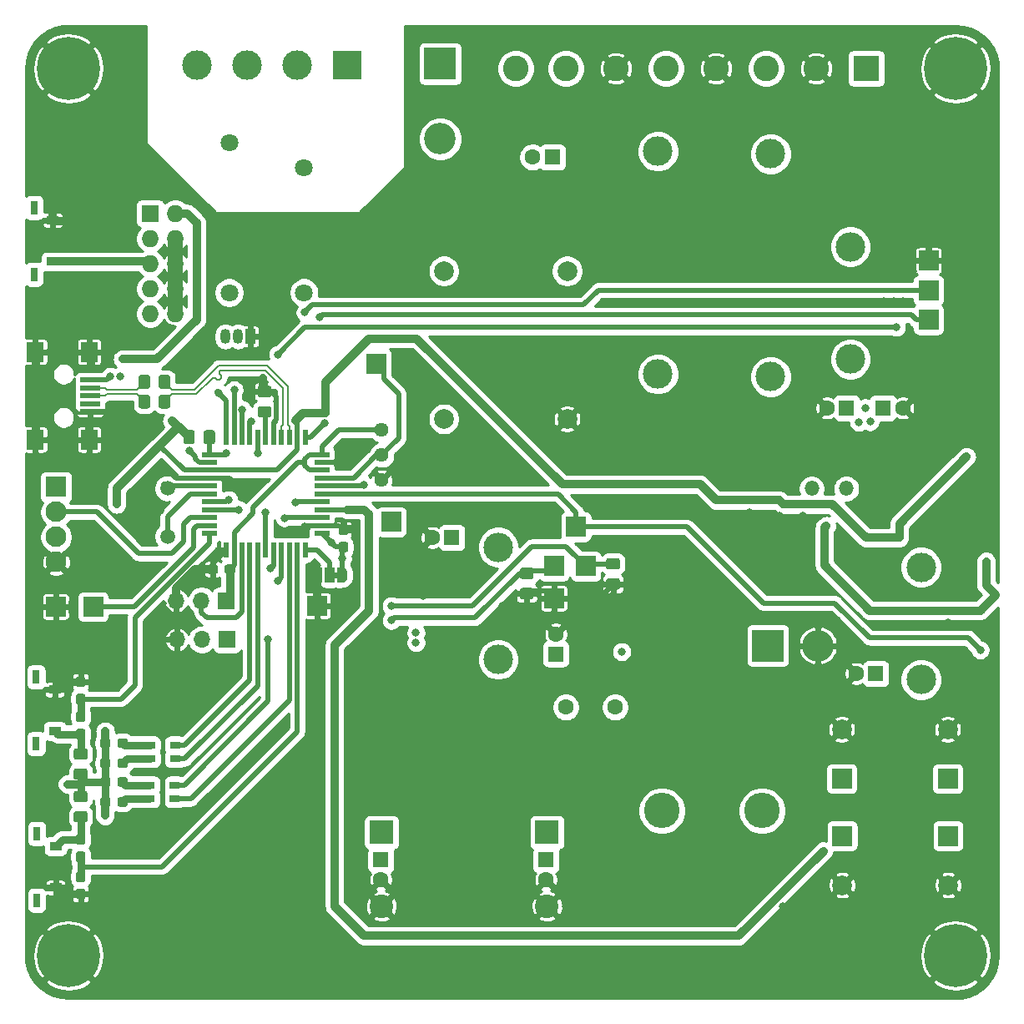
<source format=gbr>
G04 #@! TF.GenerationSoftware,KiCad,Pcbnew,5.1.5+dfsg1-2build2*
G04 #@! TF.CreationDate,2021-06-30T22:55:55+02:00*
G04 #@! TF.ProjectId,solar_mppt1,736f6c61-725f-46d7-9070-74312e6b6963,rev?*
G04 #@! TF.SameCoordinates,Original*
G04 #@! TF.FileFunction,Copper,L1,Top*
G04 #@! TF.FilePolarity,Positive*
%FSLAX46Y46*%
G04 Gerber Fmt 4.6, Leading zero omitted, Abs format (unit mm)*
G04 Created by KiCad (PCBNEW 5.1.5+dfsg1-2build2) date 2021-06-30 22:55:55*
%MOMM*%
%LPD*%
G04 APERTURE LIST*
%ADD10C,0.100000*%
%ADD11R,2.000000X2.000000*%
%ADD12C,1.803400*%
%ADD13R,0.787400X1.447800*%
%ADD14R,1.270000X0.889000*%
%ADD15C,3.600000*%
%ADD16C,1.500000*%
%ADD17C,1.600000*%
%ADD18R,1.600000X1.600000*%
%ADD19C,3.000000*%
%ADD20R,3.000000X3.000000*%
%ADD21C,2.000000*%
%ADD22O,3.000000X3.000000*%
%ADD23R,1.000000X0.800000*%
%ADD24C,2.100000*%
%ADD25R,2.100000X2.100000*%
%ADD26O,3.200000X3.200000*%
%ADD27R,3.200000X3.200000*%
%ADD28O,1.727200X1.727200*%
%ADD29R,1.727200X1.727200*%
%ADD30R,1.000000X1.500000*%
%ADD31R,1.500000X0.550000*%
%ADD32R,0.550000X1.500000*%
%ADD33R,1.700000X2.000000*%
%ADD34R,2.000000X0.500000*%
%ADD35C,2.400000*%
%ADD36R,2.400000X2.400000*%
%ADD37O,1.500000X1.500000*%
%ADD38C,0.800000*%
%ADD39C,6.400000*%
%ADD40C,2.600000*%
%ADD41R,2.600000X2.600000*%
%ADD42O,1.700000X1.700000*%
%ADD43R,1.700000X1.700000*%
%ADD44R,1.050000X1.500000*%
%ADD45O,1.050000X1.500000*%
%ADD46C,1.440000*%
%ADD47C,0.800000*%
%ADD48C,0.500000*%
%ADD49C,0.850000*%
%ADD50C,1.500000*%
%ADD51C,0.200000*%
%ADD52C,0.254000*%
G04 APERTURE END LIST*
D10*
G36*
X34900000Y-21700000D02*
G01*
X34400000Y-21700000D01*
X34400000Y-21100000D01*
X34900000Y-21100000D01*
X34900000Y-21700000D01*
G37*
D11*
X38750000Y0D03*
X32750000Y-24500000D03*
X6200000Y-24600000D03*
X94750000Y10500000D03*
X56750000Y-23750000D03*
X94750000Y4500000D03*
X94750000Y7500000D03*
X10000000Y-24600000D03*
X59000000Y-16500000D03*
X40250000Y-16000000D03*
X56750000Y-20500000D03*
X60000000Y-20500000D03*
D12*
X23800000Y7260000D03*
X23800000Y22500000D03*
X31400000Y19960000D03*
X31400000Y7260000D03*
D13*
X4004700Y9121800D03*
X4004700Y15878200D03*
D14*
X5897000Y10404500D03*
X5897000Y14595500D03*
D13*
X4228700Y-38500700D03*
X4228700Y-31744300D03*
D14*
X6121000Y-37218000D03*
X6121000Y-33027000D03*
D13*
X4304700Y-54378200D03*
X4304700Y-47621800D03*
D14*
X6197000Y-53095500D03*
X6197000Y-48904500D03*
D15*
X67700000Y-45300000D03*
X77860000Y-45300000D03*
D16*
X17556000Y-17480000D03*
X17556000Y-12600000D03*
D17*
X92150000Y-4430000D03*
D18*
X90150000Y-4430000D03*
D19*
X30671000Y30359000D03*
X25591000Y30359000D03*
D20*
X35751000Y30359000D03*
D19*
X20511000Y30359000D03*
D17*
X39200000Y-52300000D03*
D18*
X39200000Y-50300000D03*
D21*
X96750000Y-52850000D03*
D11*
X96750000Y-47850000D03*
D21*
X85950000Y-37050000D03*
D11*
X85950000Y-42050000D03*
D21*
X86000000Y-52850000D03*
D11*
X86000000Y-47850000D03*
D21*
X96700000Y-37050000D03*
D11*
X96700000Y-42050000D03*
D22*
X51094000Y-18562000D03*
D19*
X51094000Y-29962000D03*
X67310000Y21600000D03*
X67310000Y-1000000D03*
X78740000Y21330000D03*
X78740000Y-1270000D03*
D23*
X15809000Y-40033000D03*
X18309000Y-40033000D03*
X18309000Y-38633000D03*
X15809000Y-38633000D03*
X15750000Y-44096000D03*
X18250000Y-44096000D03*
X18250000Y-42696000D03*
X15750000Y-42696000D03*
D24*
X6248000Y-20077000D03*
X6248000Y-17537000D03*
X6248000Y-14997000D03*
D25*
X6248000Y-12457000D03*
D21*
X58090000Y-5554000D03*
X45590000Y-5554000D03*
X45590000Y9446000D03*
X58090000Y9446000D03*
D26*
X83530000Y-28550000D03*
D27*
X78450000Y-28550000D03*
D28*
X18340000Y5120000D03*
X15800000Y5120000D03*
X18340000Y7660000D03*
X15800000Y7660000D03*
X18340000Y10200000D03*
X15800000Y10200000D03*
X18340000Y12740000D03*
X15800000Y12740000D03*
X18340000Y15280000D03*
D29*
X15800000Y15280000D03*
G04 #@! TA.AperFunction,SMDPad,CuDef*
D10*
G36*
X34750000Y-20650000D02*
G01*
X35300000Y-20650000D01*
X35300000Y-20650602D01*
X35324534Y-20650602D01*
X35373365Y-20655412D01*
X35421490Y-20664984D01*
X35468445Y-20679228D01*
X35513778Y-20698005D01*
X35557051Y-20721136D01*
X35597850Y-20748396D01*
X35635779Y-20779524D01*
X35670476Y-20814221D01*
X35701604Y-20852150D01*
X35728864Y-20892949D01*
X35751995Y-20936222D01*
X35770772Y-20981555D01*
X35785016Y-21028510D01*
X35794588Y-21076635D01*
X35799398Y-21125466D01*
X35799398Y-21150000D01*
X35800000Y-21150000D01*
X35800000Y-21650000D01*
X35799398Y-21650000D01*
X35799398Y-21674534D01*
X35794588Y-21723365D01*
X35785016Y-21771490D01*
X35770772Y-21818445D01*
X35751995Y-21863778D01*
X35728864Y-21907051D01*
X35701604Y-21947850D01*
X35670476Y-21985779D01*
X35635779Y-22020476D01*
X35597850Y-22051604D01*
X35557051Y-22078864D01*
X35513778Y-22101995D01*
X35468445Y-22120772D01*
X35421490Y-22135016D01*
X35373365Y-22144588D01*
X35324534Y-22149398D01*
X35300000Y-22149398D01*
X35300000Y-22150000D01*
X34750000Y-22150000D01*
X34750000Y-20650000D01*
G37*
G04 #@! TD.AperFunction*
D30*
X34000000Y-21400000D03*
G04 #@! TA.AperFunction,SMDPad,CuDef*
D10*
G36*
X32700000Y-22149398D02*
G01*
X32675466Y-22149398D01*
X32626635Y-22144588D01*
X32578510Y-22135016D01*
X32531555Y-22120772D01*
X32486222Y-22101995D01*
X32442949Y-22078864D01*
X32402150Y-22051604D01*
X32364221Y-22020476D01*
X32329524Y-21985779D01*
X32298396Y-21947850D01*
X32271136Y-21907051D01*
X32248005Y-21863778D01*
X32229228Y-21818445D01*
X32214984Y-21771490D01*
X32205412Y-21723365D01*
X32200602Y-21674534D01*
X32200602Y-21650000D01*
X32200000Y-21650000D01*
X32200000Y-21150000D01*
X32200602Y-21150000D01*
X32200602Y-21125466D01*
X32205412Y-21076635D01*
X32214984Y-21028510D01*
X32229228Y-20981555D01*
X32248005Y-20936222D01*
X32271136Y-20892949D01*
X32298396Y-20852150D01*
X32329524Y-20814221D01*
X32364221Y-20779524D01*
X32402150Y-20748396D01*
X32442949Y-20721136D01*
X32486222Y-20698005D01*
X32531555Y-20679228D01*
X32578510Y-20664984D01*
X32626635Y-20655412D01*
X32675466Y-20650602D01*
X32700000Y-20650602D01*
X32700000Y-20650000D01*
X33250000Y-20650000D01*
X33250000Y-22150000D01*
X32700000Y-22150000D01*
X32700000Y-22149398D01*
G37*
G04 #@! TD.AperFunction*
D31*
X33208000Y-9160000D03*
X33208000Y-9960000D03*
X33208000Y-10760000D03*
X33208000Y-11560000D03*
X33208000Y-12360000D03*
X33208000Y-13160000D03*
X33208000Y-13960000D03*
X33208000Y-14760000D03*
X33208000Y-15560000D03*
X33208000Y-16360000D03*
X33208000Y-17160000D03*
D32*
X31508000Y-18860000D03*
X30708000Y-18860000D03*
X29908000Y-18860000D03*
X29108000Y-18860000D03*
X28308000Y-18860000D03*
X27508000Y-18860000D03*
X26708000Y-18860000D03*
X25908000Y-18860000D03*
X25108000Y-18860000D03*
X24308000Y-18860000D03*
X23508000Y-18860000D03*
D31*
X21808000Y-17160000D03*
X21808000Y-16360000D03*
X21808000Y-15560000D03*
X21808000Y-14760000D03*
X21808000Y-13960000D03*
X21808000Y-13160000D03*
X21808000Y-12360000D03*
X21808000Y-11560000D03*
X21808000Y-10760000D03*
X21808000Y-9960000D03*
X21808000Y-9160000D03*
D32*
X23508000Y-7460000D03*
X24308000Y-7460000D03*
X25108000Y-7460000D03*
X25908000Y-7460000D03*
X26708000Y-7460000D03*
X27508000Y-7460000D03*
X28308000Y-7460000D03*
X29108000Y-7460000D03*
X29908000Y-7460000D03*
X30708000Y-7460000D03*
X31508000Y-7460000D03*
G04 #@! TA.AperFunction,SMDPad,CuDef*
D10*
G36*
X15549505Y-1101204D02*
G01*
X15573773Y-1104804D01*
X15597572Y-1110765D01*
X15620671Y-1119030D01*
X15642850Y-1129520D01*
X15663893Y-1142132D01*
X15683599Y-1156747D01*
X15701777Y-1173223D01*
X15718253Y-1191401D01*
X15732868Y-1211107D01*
X15745480Y-1232150D01*
X15755970Y-1254329D01*
X15764235Y-1277428D01*
X15770196Y-1301227D01*
X15773796Y-1325495D01*
X15775000Y-1349999D01*
X15775000Y-2250001D01*
X15773796Y-2274505D01*
X15770196Y-2298773D01*
X15764235Y-2322572D01*
X15755970Y-2345671D01*
X15745480Y-2367850D01*
X15732868Y-2388893D01*
X15718253Y-2408599D01*
X15701777Y-2426777D01*
X15683599Y-2443253D01*
X15663893Y-2457868D01*
X15642850Y-2470480D01*
X15620671Y-2480970D01*
X15597572Y-2489235D01*
X15573773Y-2495196D01*
X15549505Y-2498796D01*
X15525001Y-2500000D01*
X14874999Y-2500000D01*
X14850495Y-2498796D01*
X14826227Y-2495196D01*
X14802428Y-2489235D01*
X14779329Y-2480970D01*
X14757150Y-2470480D01*
X14736107Y-2457868D01*
X14716401Y-2443253D01*
X14698223Y-2426777D01*
X14681747Y-2408599D01*
X14667132Y-2388893D01*
X14654520Y-2367850D01*
X14644030Y-2345671D01*
X14635765Y-2322572D01*
X14629804Y-2298773D01*
X14626204Y-2274505D01*
X14625000Y-2250001D01*
X14625000Y-1349999D01*
X14626204Y-1325495D01*
X14629804Y-1301227D01*
X14635765Y-1277428D01*
X14644030Y-1254329D01*
X14654520Y-1232150D01*
X14667132Y-1211107D01*
X14681747Y-1191401D01*
X14698223Y-1173223D01*
X14716401Y-1156747D01*
X14736107Y-1142132D01*
X14757150Y-1129520D01*
X14779329Y-1119030D01*
X14802428Y-1110765D01*
X14826227Y-1104804D01*
X14850495Y-1101204D01*
X14874999Y-1100000D01*
X15525001Y-1100000D01*
X15549505Y-1101204D01*
G37*
G04 #@! TD.AperFunction*
G04 #@! TA.AperFunction,SMDPad,CuDef*
G36*
X17599505Y-1101204D02*
G01*
X17623773Y-1104804D01*
X17647572Y-1110765D01*
X17670671Y-1119030D01*
X17692850Y-1129520D01*
X17713893Y-1142132D01*
X17733599Y-1156747D01*
X17751777Y-1173223D01*
X17768253Y-1191401D01*
X17782868Y-1211107D01*
X17795480Y-1232150D01*
X17805970Y-1254329D01*
X17814235Y-1277428D01*
X17820196Y-1301227D01*
X17823796Y-1325495D01*
X17825000Y-1349999D01*
X17825000Y-2250001D01*
X17823796Y-2274505D01*
X17820196Y-2298773D01*
X17814235Y-2322572D01*
X17805970Y-2345671D01*
X17795480Y-2367850D01*
X17782868Y-2388893D01*
X17768253Y-2408599D01*
X17751777Y-2426777D01*
X17733599Y-2443253D01*
X17713893Y-2457868D01*
X17692850Y-2470480D01*
X17670671Y-2480970D01*
X17647572Y-2489235D01*
X17623773Y-2495196D01*
X17599505Y-2498796D01*
X17575001Y-2500000D01*
X16924999Y-2500000D01*
X16900495Y-2498796D01*
X16876227Y-2495196D01*
X16852428Y-2489235D01*
X16829329Y-2480970D01*
X16807150Y-2470480D01*
X16786107Y-2457868D01*
X16766401Y-2443253D01*
X16748223Y-2426777D01*
X16731747Y-2408599D01*
X16717132Y-2388893D01*
X16704520Y-2367850D01*
X16694030Y-2345671D01*
X16685765Y-2322572D01*
X16679804Y-2298773D01*
X16676204Y-2274505D01*
X16675000Y-2250001D01*
X16675000Y-1349999D01*
X16676204Y-1325495D01*
X16679804Y-1301227D01*
X16685765Y-1277428D01*
X16694030Y-1254329D01*
X16704520Y-1232150D01*
X16717132Y-1211107D01*
X16731747Y-1191401D01*
X16748223Y-1173223D01*
X16766401Y-1156747D01*
X16786107Y-1142132D01*
X16807150Y-1129520D01*
X16829329Y-1119030D01*
X16852428Y-1110765D01*
X16876227Y-1104804D01*
X16900495Y-1101204D01*
X16924999Y-1100000D01*
X17575001Y-1100000D01*
X17599505Y-1101204D01*
G37*
G04 #@! TD.AperFunction*
G04 #@! TA.AperFunction,SMDPad,CuDef*
G36*
X15549505Y-3101204D02*
G01*
X15573773Y-3104804D01*
X15597572Y-3110765D01*
X15620671Y-3119030D01*
X15642850Y-3129520D01*
X15663893Y-3142132D01*
X15683599Y-3156747D01*
X15701777Y-3173223D01*
X15718253Y-3191401D01*
X15732868Y-3211107D01*
X15745480Y-3232150D01*
X15755970Y-3254329D01*
X15764235Y-3277428D01*
X15770196Y-3301227D01*
X15773796Y-3325495D01*
X15775000Y-3349999D01*
X15775000Y-4250001D01*
X15773796Y-4274505D01*
X15770196Y-4298773D01*
X15764235Y-4322572D01*
X15755970Y-4345671D01*
X15745480Y-4367850D01*
X15732868Y-4388893D01*
X15718253Y-4408599D01*
X15701777Y-4426777D01*
X15683599Y-4443253D01*
X15663893Y-4457868D01*
X15642850Y-4470480D01*
X15620671Y-4480970D01*
X15597572Y-4489235D01*
X15573773Y-4495196D01*
X15549505Y-4498796D01*
X15525001Y-4500000D01*
X14874999Y-4500000D01*
X14850495Y-4498796D01*
X14826227Y-4495196D01*
X14802428Y-4489235D01*
X14779329Y-4480970D01*
X14757150Y-4470480D01*
X14736107Y-4457868D01*
X14716401Y-4443253D01*
X14698223Y-4426777D01*
X14681747Y-4408599D01*
X14667132Y-4388893D01*
X14654520Y-4367850D01*
X14644030Y-4345671D01*
X14635765Y-4322572D01*
X14629804Y-4298773D01*
X14626204Y-4274505D01*
X14625000Y-4250001D01*
X14625000Y-3349999D01*
X14626204Y-3325495D01*
X14629804Y-3301227D01*
X14635765Y-3277428D01*
X14644030Y-3254329D01*
X14654520Y-3232150D01*
X14667132Y-3211107D01*
X14681747Y-3191401D01*
X14698223Y-3173223D01*
X14716401Y-3156747D01*
X14736107Y-3142132D01*
X14757150Y-3129520D01*
X14779329Y-3119030D01*
X14802428Y-3110765D01*
X14826227Y-3104804D01*
X14850495Y-3101204D01*
X14874999Y-3100000D01*
X15525001Y-3100000D01*
X15549505Y-3101204D01*
G37*
G04 #@! TD.AperFunction*
G04 #@! TA.AperFunction,SMDPad,CuDef*
G36*
X17599505Y-3101204D02*
G01*
X17623773Y-3104804D01*
X17647572Y-3110765D01*
X17670671Y-3119030D01*
X17692850Y-3129520D01*
X17713893Y-3142132D01*
X17733599Y-3156747D01*
X17751777Y-3173223D01*
X17768253Y-3191401D01*
X17782868Y-3211107D01*
X17795480Y-3232150D01*
X17805970Y-3254329D01*
X17814235Y-3277428D01*
X17820196Y-3301227D01*
X17823796Y-3325495D01*
X17825000Y-3349999D01*
X17825000Y-4250001D01*
X17823796Y-4274505D01*
X17820196Y-4298773D01*
X17814235Y-4322572D01*
X17805970Y-4345671D01*
X17795480Y-4367850D01*
X17782868Y-4388893D01*
X17768253Y-4408599D01*
X17751777Y-4426777D01*
X17733599Y-4443253D01*
X17713893Y-4457868D01*
X17692850Y-4470480D01*
X17670671Y-4480970D01*
X17647572Y-4489235D01*
X17623773Y-4495196D01*
X17599505Y-4498796D01*
X17575001Y-4500000D01*
X16924999Y-4500000D01*
X16900495Y-4498796D01*
X16876227Y-4495196D01*
X16852428Y-4489235D01*
X16829329Y-4480970D01*
X16807150Y-4470480D01*
X16786107Y-4457868D01*
X16766401Y-4443253D01*
X16748223Y-4426777D01*
X16731747Y-4408599D01*
X16717132Y-4388893D01*
X16704520Y-4367850D01*
X16694030Y-4345671D01*
X16685765Y-4322572D01*
X16679804Y-4298773D01*
X16676204Y-4274505D01*
X16675000Y-4250001D01*
X16675000Y-3349999D01*
X16676204Y-3325495D01*
X16679804Y-3301227D01*
X16685765Y-3277428D01*
X16694030Y-3254329D01*
X16704520Y-3232150D01*
X16717132Y-3211107D01*
X16731747Y-3191401D01*
X16748223Y-3173223D01*
X16766401Y-3156747D01*
X16786107Y-3142132D01*
X16807150Y-3129520D01*
X16829329Y-3119030D01*
X16852428Y-3110765D01*
X16876227Y-3104804D01*
X16900495Y-3101204D01*
X16924999Y-3100000D01*
X17575001Y-3100000D01*
X17599505Y-3101204D01*
G37*
G04 #@! TD.AperFunction*
D33*
X4150000Y-7650000D03*
X9600000Y-7650000D03*
X4150000Y1250000D03*
X9600000Y1250000D03*
D34*
X9700000Y-4800000D03*
X9700000Y-4000000D03*
X9700000Y-3200000D03*
X9700000Y-2400000D03*
X9700000Y-1600000D03*
G04 #@! TA.AperFunction,SMDPad,CuDef*
D10*
G36*
X27874505Y-2201204D02*
G01*
X27898773Y-2204804D01*
X27922572Y-2210765D01*
X27945671Y-2219030D01*
X27967850Y-2229520D01*
X27988893Y-2242132D01*
X28008599Y-2256747D01*
X28026777Y-2273223D01*
X28043253Y-2291401D01*
X28057868Y-2311107D01*
X28070480Y-2332150D01*
X28080970Y-2354329D01*
X28089235Y-2377428D01*
X28095196Y-2401227D01*
X28098796Y-2425495D01*
X28100000Y-2449999D01*
X28100000Y-3100001D01*
X28098796Y-3124505D01*
X28095196Y-3148773D01*
X28089235Y-3172572D01*
X28080970Y-3195671D01*
X28070480Y-3217850D01*
X28057868Y-3238893D01*
X28043253Y-3258599D01*
X28026777Y-3276777D01*
X28008599Y-3293253D01*
X27988893Y-3307868D01*
X27967850Y-3320480D01*
X27945671Y-3330970D01*
X27922572Y-3339235D01*
X27898773Y-3345196D01*
X27874505Y-3348796D01*
X27850001Y-3350000D01*
X26949999Y-3350000D01*
X26925495Y-3348796D01*
X26901227Y-3345196D01*
X26877428Y-3339235D01*
X26854329Y-3330970D01*
X26832150Y-3320480D01*
X26811107Y-3307868D01*
X26791401Y-3293253D01*
X26773223Y-3276777D01*
X26756747Y-3258599D01*
X26742132Y-3238893D01*
X26729520Y-3217850D01*
X26719030Y-3195671D01*
X26710765Y-3172572D01*
X26704804Y-3148773D01*
X26701204Y-3124505D01*
X26700000Y-3100001D01*
X26700000Y-2449999D01*
X26701204Y-2425495D01*
X26704804Y-2401227D01*
X26710765Y-2377428D01*
X26719030Y-2354329D01*
X26729520Y-2332150D01*
X26742132Y-2311107D01*
X26756747Y-2291401D01*
X26773223Y-2273223D01*
X26791401Y-2256747D01*
X26811107Y-2242132D01*
X26832150Y-2229520D01*
X26854329Y-2219030D01*
X26877428Y-2210765D01*
X26901227Y-2204804D01*
X26925495Y-2201204D01*
X26949999Y-2200000D01*
X27850001Y-2200000D01*
X27874505Y-2201204D01*
G37*
G04 #@! TD.AperFunction*
G04 #@! TA.AperFunction,SMDPad,CuDef*
G36*
X27874505Y-4251204D02*
G01*
X27898773Y-4254804D01*
X27922572Y-4260765D01*
X27945671Y-4269030D01*
X27967850Y-4279520D01*
X27988893Y-4292132D01*
X28008599Y-4306747D01*
X28026777Y-4323223D01*
X28043253Y-4341401D01*
X28057868Y-4361107D01*
X28070480Y-4382150D01*
X28080970Y-4404329D01*
X28089235Y-4427428D01*
X28095196Y-4451227D01*
X28098796Y-4475495D01*
X28100000Y-4499999D01*
X28100000Y-5150001D01*
X28098796Y-5174505D01*
X28095196Y-5198773D01*
X28089235Y-5222572D01*
X28080970Y-5245671D01*
X28070480Y-5267850D01*
X28057868Y-5288893D01*
X28043253Y-5308599D01*
X28026777Y-5326777D01*
X28008599Y-5343253D01*
X27988893Y-5357868D01*
X27967850Y-5370480D01*
X27945671Y-5380970D01*
X27922572Y-5389235D01*
X27898773Y-5395196D01*
X27874505Y-5398796D01*
X27850001Y-5400000D01*
X26949999Y-5400000D01*
X26925495Y-5398796D01*
X26901227Y-5395196D01*
X26877428Y-5389235D01*
X26854329Y-5380970D01*
X26832150Y-5370480D01*
X26811107Y-5357868D01*
X26791401Y-5343253D01*
X26773223Y-5326777D01*
X26756747Y-5308599D01*
X26742132Y-5288893D01*
X26729520Y-5267850D01*
X26719030Y-5245671D01*
X26710765Y-5222572D01*
X26704804Y-5198773D01*
X26701204Y-5174505D01*
X26700000Y-5150001D01*
X26700000Y-4499999D01*
X26701204Y-4475495D01*
X26704804Y-4451227D01*
X26710765Y-4427428D01*
X26719030Y-4404329D01*
X26729520Y-4382150D01*
X26742132Y-4361107D01*
X26756747Y-4341401D01*
X26773223Y-4323223D01*
X26791401Y-4306747D01*
X26811107Y-4292132D01*
X26832150Y-4279520D01*
X26854329Y-4269030D01*
X26877428Y-4260765D01*
X26901227Y-4254804D01*
X26925495Y-4251204D01*
X26949999Y-4250000D01*
X27850001Y-4250000D01*
X27874505Y-4251204D01*
G37*
G04 #@! TD.AperFunction*
G04 #@! TA.AperFunction,SMDPad,CuDef*
G36*
X35660779Y-16276144D02*
G01*
X35683834Y-16279563D01*
X35706443Y-16285227D01*
X35728387Y-16293079D01*
X35749457Y-16303044D01*
X35769448Y-16315026D01*
X35788168Y-16328910D01*
X35805438Y-16344562D01*
X35821090Y-16361832D01*
X35834974Y-16380552D01*
X35846956Y-16400543D01*
X35856921Y-16421613D01*
X35864773Y-16443557D01*
X35870437Y-16466166D01*
X35873856Y-16489221D01*
X35875000Y-16512500D01*
X35875000Y-17087500D01*
X35873856Y-17110779D01*
X35870437Y-17133834D01*
X35864773Y-17156443D01*
X35856921Y-17178387D01*
X35846956Y-17199457D01*
X35834974Y-17219448D01*
X35821090Y-17238168D01*
X35805438Y-17255438D01*
X35788168Y-17271090D01*
X35769448Y-17284974D01*
X35749457Y-17296956D01*
X35728387Y-17306921D01*
X35706443Y-17314773D01*
X35683834Y-17320437D01*
X35660779Y-17323856D01*
X35637500Y-17325000D01*
X35162500Y-17325000D01*
X35139221Y-17323856D01*
X35116166Y-17320437D01*
X35093557Y-17314773D01*
X35071613Y-17306921D01*
X35050543Y-17296956D01*
X35030552Y-17284974D01*
X35011832Y-17271090D01*
X34994562Y-17255438D01*
X34978910Y-17238168D01*
X34965026Y-17219448D01*
X34953044Y-17199457D01*
X34943079Y-17178387D01*
X34935227Y-17156443D01*
X34929563Y-17133834D01*
X34926144Y-17110779D01*
X34925000Y-17087500D01*
X34925000Y-16512500D01*
X34926144Y-16489221D01*
X34929563Y-16466166D01*
X34935227Y-16443557D01*
X34943079Y-16421613D01*
X34953044Y-16400543D01*
X34965026Y-16380552D01*
X34978910Y-16361832D01*
X34994562Y-16344562D01*
X35011832Y-16328910D01*
X35030552Y-16315026D01*
X35050543Y-16303044D01*
X35071613Y-16293079D01*
X35093557Y-16285227D01*
X35116166Y-16279563D01*
X35139221Y-16276144D01*
X35162500Y-16275000D01*
X35637500Y-16275000D01*
X35660779Y-16276144D01*
G37*
G04 #@! TD.AperFunction*
G04 #@! TA.AperFunction,SMDPad,CuDef*
G36*
X35660779Y-18026144D02*
G01*
X35683834Y-18029563D01*
X35706443Y-18035227D01*
X35728387Y-18043079D01*
X35749457Y-18053044D01*
X35769448Y-18065026D01*
X35788168Y-18078910D01*
X35805438Y-18094562D01*
X35821090Y-18111832D01*
X35834974Y-18130552D01*
X35846956Y-18150543D01*
X35856921Y-18171613D01*
X35864773Y-18193557D01*
X35870437Y-18216166D01*
X35873856Y-18239221D01*
X35875000Y-18262500D01*
X35875000Y-18837500D01*
X35873856Y-18860779D01*
X35870437Y-18883834D01*
X35864773Y-18906443D01*
X35856921Y-18928387D01*
X35846956Y-18949457D01*
X35834974Y-18969448D01*
X35821090Y-18988168D01*
X35805438Y-19005438D01*
X35788168Y-19021090D01*
X35769448Y-19034974D01*
X35749457Y-19046956D01*
X35728387Y-19056921D01*
X35706443Y-19064773D01*
X35683834Y-19070437D01*
X35660779Y-19073856D01*
X35637500Y-19075000D01*
X35162500Y-19075000D01*
X35139221Y-19073856D01*
X35116166Y-19070437D01*
X35093557Y-19064773D01*
X35071613Y-19056921D01*
X35050543Y-19046956D01*
X35030552Y-19034974D01*
X35011832Y-19021090D01*
X34994562Y-19005438D01*
X34978910Y-18988168D01*
X34965026Y-18969448D01*
X34953044Y-18949457D01*
X34943079Y-18928387D01*
X34935227Y-18906443D01*
X34929563Y-18883834D01*
X34926144Y-18860779D01*
X34925000Y-18837500D01*
X34925000Y-18262500D01*
X34926144Y-18239221D01*
X34929563Y-18216166D01*
X34935227Y-18193557D01*
X34943079Y-18171613D01*
X34953044Y-18150543D01*
X34965026Y-18130552D01*
X34978910Y-18111832D01*
X34994562Y-18094562D01*
X35011832Y-18078910D01*
X35030552Y-18065026D01*
X35050543Y-18053044D01*
X35071613Y-18043079D01*
X35093557Y-18035227D01*
X35116166Y-18029563D01*
X35139221Y-18026144D01*
X35162500Y-18025000D01*
X35637500Y-18025000D01*
X35660779Y-18026144D01*
G37*
G04 #@! TD.AperFunction*
G04 #@! TA.AperFunction,SMDPad,CuDef*
G36*
X22448779Y-20326144D02*
G01*
X22471834Y-20329563D01*
X22494443Y-20335227D01*
X22516387Y-20343079D01*
X22537457Y-20353044D01*
X22557448Y-20365026D01*
X22576168Y-20378910D01*
X22593438Y-20394562D01*
X22609090Y-20411832D01*
X22622974Y-20430552D01*
X22634956Y-20450543D01*
X22644921Y-20471613D01*
X22652773Y-20493557D01*
X22658437Y-20516166D01*
X22661856Y-20539221D01*
X22663000Y-20562500D01*
X22663000Y-21037500D01*
X22661856Y-21060779D01*
X22658437Y-21083834D01*
X22652773Y-21106443D01*
X22644921Y-21128387D01*
X22634956Y-21149457D01*
X22622974Y-21169448D01*
X22609090Y-21188168D01*
X22593438Y-21205438D01*
X22576168Y-21221090D01*
X22557448Y-21234974D01*
X22537457Y-21246956D01*
X22516387Y-21256921D01*
X22494443Y-21264773D01*
X22471834Y-21270437D01*
X22448779Y-21273856D01*
X22425500Y-21275000D01*
X21850500Y-21275000D01*
X21827221Y-21273856D01*
X21804166Y-21270437D01*
X21781557Y-21264773D01*
X21759613Y-21256921D01*
X21738543Y-21246956D01*
X21718552Y-21234974D01*
X21699832Y-21221090D01*
X21682562Y-21205438D01*
X21666910Y-21188168D01*
X21653026Y-21169448D01*
X21641044Y-21149457D01*
X21631079Y-21128387D01*
X21623227Y-21106443D01*
X21617563Y-21083834D01*
X21614144Y-21060779D01*
X21613000Y-21037500D01*
X21613000Y-20562500D01*
X21614144Y-20539221D01*
X21617563Y-20516166D01*
X21623227Y-20493557D01*
X21631079Y-20471613D01*
X21641044Y-20450543D01*
X21653026Y-20430552D01*
X21666910Y-20411832D01*
X21682562Y-20394562D01*
X21699832Y-20378910D01*
X21718552Y-20365026D01*
X21738543Y-20353044D01*
X21759613Y-20343079D01*
X21781557Y-20335227D01*
X21804166Y-20329563D01*
X21827221Y-20326144D01*
X21850500Y-20325000D01*
X22425500Y-20325000D01*
X22448779Y-20326144D01*
G37*
G04 #@! TD.AperFunction*
G04 #@! TA.AperFunction,SMDPad,CuDef*
G36*
X24198779Y-20326144D02*
G01*
X24221834Y-20329563D01*
X24244443Y-20335227D01*
X24266387Y-20343079D01*
X24287457Y-20353044D01*
X24307448Y-20365026D01*
X24326168Y-20378910D01*
X24343438Y-20394562D01*
X24359090Y-20411832D01*
X24372974Y-20430552D01*
X24384956Y-20450543D01*
X24394921Y-20471613D01*
X24402773Y-20493557D01*
X24408437Y-20516166D01*
X24411856Y-20539221D01*
X24413000Y-20562500D01*
X24413000Y-21037500D01*
X24411856Y-21060779D01*
X24408437Y-21083834D01*
X24402773Y-21106443D01*
X24394921Y-21128387D01*
X24384956Y-21149457D01*
X24372974Y-21169448D01*
X24359090Y-21188168D01*
X24343438Y-21205438D01*
X24326168Y-21221090D01*
X24307448Y-21234974D01*
X24287457Y-21246956D01*
X24266387Y-21256921D01*
X24244443Y-21264773D01*
X24221834Y-21270437D01*
X24198779Y-21273856D01*
X24175500Y-21275000D01*
X23600500Y-21275000D01*
X23577221Y-21273856D01*
X23554166Y-21270437D01*
X23531557Y-21264773D01*
X23509613Y-21256921D01*
X23488543Y-21246956D01*
X23468552Y-21234974D01*
X23449832Y-21221090D01*
X23432562Y-21205438D01*
X23416910Y-21188168D01*
X23403026Y-21169448D01*
X23391044Y-21149457D01*
X23381079Y-21128387D01*
X23373227Y-21106443D01*
X23367563Y-21083834D01*
X23364144Y-21060779D01*
X23363000Y-21037500D01*
X23363000Y-20562500D01*
X23364144Y-20539221D01*
X23367563Y-20516166D01*
X23373227Y-20493557D01*
X23381079Y-20471613D01*
X23391044Y-20450543D01*
X23403026Y-20430552D01*
X23416910Y-20411832D01*
X23432562Y-20394562D01*
X23449832Y-20378910D01*
X23468552Y-20365026D01*
X23488543Y-20353044D01*
X23509613Y-20343079D01*
X23531557Y-20335227D01*
X23554166Y-20329563D01*
X23577221Y-20326144D01*
X23600500Y-20325000D01*
X24175500Y-20325000D01*
X24198779Y-20326144D01*
G37*
G04 #@! TD.AperFunction*
G04 #@! TA.AperFunction,SMDPad,CuDef*
G36*
X8994779Y-49448144D02*
G01*
X9017834Y-49451563D01*
X9040443Y-49457227D01*
X9062387Y-49465079D01*
X9083457Y-49475044D01*
X9103448Y-49487026D01*
X9122168Y-49500910D01*
X9139438Y-49516562D01*
X9155090Y-49533832D01*
X9168974Y-49552552D01*
X9180956Y-49572543D01*
X9190921Y-49593613D01*
X9198773Y-49615557D01*
X9204437Y-49638166D01*
X9207856Y-49661221D01*
X9209000Y-49684500D01*
X9209000Y-50259500D01*
X9207856Y-50282779D01*
X9204437Y-50305834D01*
X9198773Y-50328443D01*
X9190921Y-50350387D01*
X9180956Y-50371457D01*
X9168974Y-50391448D01*
X9155090Y-50410168D01*
X9139438Y-50427438D01*
X9122168Y-50443090D01*
X9103448Y-50456974D01*
X9083457Y-50468956D01*
X9062387Y-50478921D01*
X9040443Y-50486773D01*
X9017834Y-50492437D01*
X8994779Y-50495856D01*
X8971500Y-50497000D01*
X8496500Y-50497000D01*
X8473221Y-50495856D01*
X8450166Y-50492437D01*
X8427557Y-50486773D01*
X8405613Y-50478921D01*
X8384543Y-50468956D01*
X8364552Y-50456974D01*
X8345832Y-50443090D01*
X8328562Y-50427438D01*
X8312910Y-50410168D01*
X8299026Y-50391448D01*
X8287044Y-50371457D01*
X8277079Y-50350387D01*
X8269227Y-50328443D01*
X8263563Y-50305834D01*
X8260144Y-50282779D01*
X8259000Y-50259500D01*
X8259000Y-49684500D01*
X8260144Y-49661221D01*
X8263563Y-49638166D01*
X8269227Y-49615557D01*
X8277079Y-49593613D01*
X8287044Y-49572543D01*
X8299026Y-49552552D01*
X8312910Y-49533832D01*
X8328562Y-49516562D01*
X8345832Y-49500910D01*
X8364552Y-49487026D01*
X8384543Y-49475044D01*
X8405613Y-49465079D01*
X8427557Y-49457227D01*
X8450166Y-49451563D01*
X8473221Y-49448144D01*
X8496500Y-49447000D01*
X8971500Y-49447000D01*
X8994779Y-49448144D01*
G37*
G04 #@! TD.AperFunction*
G04 #@! TA.AperFunction,SMDPad,CuDef*
G36*
X8994779Y-47698144D02*
G01*
X9017834Y-47701563D01*
X9040443Y-47707227D01*
X9062387Y-47715079D01*
X9083457Y-47725044D01*
X9103448Y-47737026D01*
X9122168Y-47750910D01*
X9139438Y-47766562D01*
X9155090Y-47783832D01*
X9168974Y-47802552D01*
X9180956Y-47822543D01*
X9190921Y-47843613D01*
X9198773Y-47865557D01*
X9204437Y-47888166D01*
X9207856Y-47911221D01*
X9209000Y-47934500D01*
X9209000Y-48509500D01*
X9207856Y-48532779D01*
X9204437Y-48555834D01*
X9198773Y-48578443D01*
X9190921Y-48600387D01*
X9180956Y-48621457D01*
X9168974Y-48641448D01*
X9155090Y-48660168D01*
X9139438Y-48677438D01*
X9122168Y-48693090D01*
X9103448Y-48706974D01*
X9083457Y-48718956D01*
X9062387Y-48728921D01*
X9040443Y-48736773D01*
X9017834Y-48742437D01*
X8994779Y-48745856D01*
X8971500Y-48747000D01*
X8496500Y-48747000D01*
X8473221Y-48745856D01*
X8450166Y-48742437D01*
X8427557Y-48736773D01*
X8405613Y-48728921D01*
X8384543Y-48718956D01*
X8364552Y-48706974D01*
X8345832Y-48693090D01*
X8328562Y-48677438D01*
X8312910Y-48660168D01*
X8299026Y-48641448D01*
X8287044Y-48621457D01*
X8277079Y-48600387D01*
X8269227Y-48578443D01*
X8263563Y-48555834D01*
X8260144Y-48532779D01*
X8259000Y-48509500D01*
X8259000Y-47934500D01*
X8260144Y-47911221D01*
X8263563Y-47888166D01*
X8269227Y-47865557D01*
X8277079Y-47843613D01*
X8287044Y-47822543D01*
X8299026Y-47802552D01*
X8312910Y-47783832D01*
X8328562Y-47766562D01*
X8345832Y-47750910D01*
X8364552Y-47737026D01*
X8384543Y-47725044D01*
X8405613Y-47715079D01*
X8427557Y-47707227D01*
X8450166Y-47701563D01*
X8473221Y-47698144D01*
X8496500Y-47697000D01*
X8971500Y-47697000D01*
X8994779Y-47698144D01*
G37*
G04 #@! TD.AperFunction*
G04 #@! TA.AperFunction,SMDPad,CuDef*
G36*
X8994779Y-35252144D02*
G01*
X9017834Y-35255563D01*
X9040443Y-35261227D01*
X9062387Y-35269079D01*
X9083457Y-35279044D01*
X9103448Y-35291026D01*
X9122168Y-35304910D01*
X9139438Y-35320562D01*
X9155090Y-35337832D01*
X9168974Y-35356552D01*
X9180956Y-35376543D01*
X9190921Y-35397613D01*
X9198773Y-35419557D01*
X9204437Y-35442166D01*
X9207856Y-35465221D01*
X9209000Y-35488500D01*
X9209000Y-36063500D01*
X9207856Y-36086779D01*
X9204437Y-36109834D01*
X9198773Y-36132443D01*
X9190921Y-36154387D01*
X9180956Y-36175457D01*
X9168974Y-36195448D01*
X9155090Y-36214168D01*
X9139438Y-36231438D01*
X9122168Y-36247090D01*
X9103448Y-36260974D01*
X9083457Y-36272956D01*
X9062387Y-36282921D01*
X9040443Y-36290773D01*
X9017834Y-36296437D01*
X8994779Y-36299856D01*
X8971500Y-36301000D01*
X8496500Y-36301000D01*
X8473221Y-36299856D01*
X8450166Y-36296437D01*
X8427557Y-36290773D01*
X8405613Y-36282921D01*
X8384543Y-36272956D01*
X8364552Y-36260974D01*
X8345832Y-36247090D01*
X8328562Y-36231438D01*
X8312910Y-36214168D01*
X8299026Y-36195448D01*
X8287044Y-36175457D01*
X8277079Y-36154387D01*
X8269227Y-36132443D01*
X8263563Y-36109834D01*
X8260144Y-36086779D01*
X8259000Y-36063500D01*
X8259000Y-35488500D01*
X8260144Y-35465221D01*
X8263563Y-35442166D01*
X8269227Y-35419557D01*
X8277079Y-35397613D01*
X8287044Y-35376543D01*
X8299026Y-35356552D01*
X8312910Y-35337832D01*
X8328562Y-35320562D01*
X8345832Y-35304910D01*
X8364552Y-35291026D01*
X8384543Y-35279044D01*
X8405613Y-35269079D01*
X8427557Y-35261227D01*
X8450166Y-35255563D01*
X8473221Y-35252144D01*
X8496500Y-35251000D01*
X8971500Y-35251000D01*
X8994779Y-35252144D01*
G37*
G04 #@! TD.AperFunction*
G04 #@! TA.AperFunction,SMDPad,CuDef*
G36*
X8994779Y-37002144D02*
G01*
X9017834Y-37005563D01*
X9040443Y-37011227D01*
X9062387Y-37019079D01*
X9083457Y-37029044D01*
X9103448Y-37041026D01*
X9122168Y-37054910D01*
X9139438Y-37070562D01*
X9155090Y-37087832D01*
X9168974Y-37106552D01*
X9180956Y-37126543D01*
X9190921Y-37147613D01*
X9198773Y-37169557D01*
X9204437Y-37192166D01*
X9207856Y-37215221D01*
X9209000Y-37238500D01*
X9209000Y-37813500D01*
X9207856Y-37836779D01*
X9204437Y-37859834D01*
X9198773Y-37882443D01*
X9190921Y-37904387D01*
X9180956Y-37925457D01*
X9168974Y-37945448D01*
X9155090Y-37964168D01*
X9139438Y-37981438D01*
X9122168Y-37997090D01*
X9103448Y-38010974D01*
X9083457Y-38022956D01*
X9062387Y-38032921D01*
X9040443Y-38040773D01*
X9017834Y-38046437D01*
X8994779Y-38049856D01*
X8971500Y-38051000D01*
X8496500Y-38051000D01*
X8473221Y-38049856D01*
X8450166Y-38046437D01*
X8427557Y-38040773D01*
X8405613Y-38032921D01*
X8384543Y-38022956D01*
X8364552Y-38010974D01*
X8345832Y-37997090D01*
X8328562Y-37981438D01*
X8312910Y-37964168D01*
X8299026Y-37945448D01*
X8287044Y-37925457D01*
X8277079Y-37904387D01*
X8269227Y-37882443D01*
X8263563Y-37859834D01*
X8260144Y-37836779D01*
X8259000Y-37813500D01*
X8259000Y-37238500D01*
X8260144Y-37215221D01*
X8263563Y-37192166D01*
X8269227Y-37169557D01*
X8277079Y-37147613D01*
X8287044Y-37126543D01*
X8299026Y-37106552D01*
X8312910Y-37087832D01*
X8328562Y-37070562D01*
X8345832Y-37054910D01*
X8364552Y-37041026D01*
X8384543Y-37029044D01*
X8405613Y-37019079D01*
X8427557Y-37011227D01*
X8450166Y-37005563D01*
X8473221Y-37002144D01*
X8496500Y-37001000D01*
X8971500Y-37001000D01*
X8994779Y-37002144D01*
G37*
G04 #@! TD.AperFunction*
G04 #@! TA.AperFunction,SMDPad,CuDef*
G36*
X11541779Y-37970144D02*
G01*
X11564834Y-37973563D01*
X11587443Y-37979227D01*
X11609387Y-37987079D01*
X11630457Y-37997044D01*
X11650448Y-38009026D01*
X11669168Y-38022910D01*
X11686438Y-38038562D01*
X11702090Y-38055832D01*
X11715974Y-38074552D01*
X11727956Y-38094543D01*
X11737921Y-38115613D01*
X11745773Y-38137557D01*
X11751437Y-38160166D01*
X11754856Y-38183221D01*
X11756000Y-38206500D01*
X11756000Y-38681500D01*
X11754856Y-38704779D01*
X11751437Y-38727834D01*
X11745773Y-38750443D01*
X11737921Y-38772387D01*
X11727956Y-38793457D01*
X11715974Y-38813448D01*
X11702090Y-38832168D01*
X11686438Y-38849438D01*
X11669168Y-38865090D01*
X11650448Y-38878974D01*
X11630457Y-38890956D01*
X11609387Y-38900921D01*
X11587443Y-38908773D01*
X11564834Y-38914437D01*
X11541779Y-38917856D01*
X11518500Y-38919000D01*
X10943500Y-38919000D01*
X10920221Y-38917856D01*
X10897166Y-38914437D01*
X10874557Y-38908773D01*
X10852613Y-38900921D01*
X10831543Y-38890956D01*
X10811552Y-38878974D01*
X10792832Y-38865090D01*
X10775562Y-38849438D01*
X10759910Y-38832168D01*
X10746026Y-38813448D01*
X10734044Y-38793457D01*
X10724079Y-38772387D01*
X10716227Y-38750443D01*
X10710563Y-38727834D01*
X10707144Y-38704779D01*
X10706000Y-38681500D01*
X10706000Y-38206500D01*
X10707144Y-38183221D01*
X10710563Y-38160166D01*
X10716227Y-38137557D01*
X10724079Y-38115613D01*
X10734044Y-38094543D01*
X10746026Y-38074552D01*
X10759910Y-38055832D01*
X10775562Y-38038562D01*
X10792832Y-38022910D01*
X10811552Y-38009026D01*
X10831543Y-37997044D01*
X10852613Y-37987079D01*
X10874557Y-37979227D01*
X10897166Y-37973563D01*
X10920221Y-37970144D01*
X10943500Y-37969000D01*
X11518500Y-37969000D01*
X11541779Y-37970144D01*
G37*
G04 #@! TD.AperFunction*
G04 #@! TA.AperFunction,SMDPad,CuDef*
G36*
X13291779Y-37970144D02*
G01*
X13314834Y-37973563D01*
X13337443Y-37979227D01*
X13359387Y-37987079D01*
X13380457Y-37997044D01*
X13400448Y-38009026D01*
X13419168Y-38022910D01*
X13436438Y-38038562D01*
X13452090Y-38055832D01*
X13465974Y-38074552D01*
X13477956Y-38094543D01*
X13487921Y-38115613D01*
X13495773Y-38137557D01*
X13501437Y-38160166D01*
X13504856Y-38183221D01*
X13506000Y-38206500D01*
X13506000Y-38681500D01*
X13504856Y-38704779D01*
X13501437Y-38727834D01*
X13495773Y-38750443D01*
X13487921Y-38772387D01*
X13477956Y-38793457D01*
X13465974Y-38813448D01*
X13452090Y-38832168D01*
X13436438Y-38849438D01*
X13419168Y-38865090D01*
X13400448Y-38878974D01*
X13380457Y-38890956D01*
X13359387Y-38900921D01*
X13337443Y-38908773D01*
X13314834Y-38914437D01*
X13291779Y-38917856D01*
X13268500Y-38919000D01*
X12693500Y-38919000D01*
X12670221Y-38917856D01*
X12647166Y-38914437D01*
X12624557Y-38908773D01*
X12602613Y-38900921D01*
X12581543Y-38890956D01*
X12561552Y-38878974D01*
X12542832Y-38865090D01*
X12525562Y-38849438D01*
X12509910Y-38832168D01*
X12496026Y-38813448D01*
X12484044Y-38793457D01*
X12474079Y-38772387D01*
X12466227Y-38750443D01*
X12460563Y-38727834D01*
X12457144Y-38704779D01*
X12456000Y-38681500D01*
X12456000Y-38206500D01*
X12457144Y-38183221D01*
X12460563Y-38160166D01*
X12466227Y-38137557D01*
X12474079Y-38115613D01*
X12484044Y-38094543D01*
X12496026Y-38074552D01*
X12509910Y-38055832D01*
X12525562Y-38038562D01*
X12542832Y-38022910D01*
X12561552Y-38009026D01*
X12581543Y-37997044D01*
X12602613Y-37987079D01*
X12624557Y-37979227D01*
X12647166Y-37973563D01*
X12670221Y-37970144D01*
X12693500Y-37969000D01*
X13268500Y-37969000D01*
X13291779Y-37970144D01*
G37*
G04 #@! TD.AperFunction*
G04 #@! TA.AperFunction,SMDPad,CuDef*
G36*
X11541779Y-40002144D02*
G01*
X11564834Y-40005563D01*
X11587443Y-40011227D01*
X11609387Y-40019079D01*
X11630457Y-40029044D01*
X11650448Y-40041026D01*
X11669168Y-40054910D01*
X11686438Y-40070562D01*
X11702090Y-40087832D01*
X11715974Y-40106552D01*
X11727956Y-40126543D01*
X11737921Y-40147613D01*
X11745773Y-40169557D01*
X11751437Y-40192166D01*
X11754856Y-40215221D01*
X11756000Y-40238500D01*
X11756000Y-40713500D01*
X11754856Y-40736779D01*
X11751437Y-40759834D01*
X11745773Y-40782443D01*
X11737921Y-40804387D01*
X11727956Y-40825457D01*
X11715974Y-40845448D01*
X11702090Y-40864168D01*
X11686438Y-40881438D01*
X11669168Y-40897090D01*
X11650448Y-40910974D01*
X11630457Y-40922956D01*
X11609387Y-40932921D01*
X11587443Y-40940773D01*
X11564834Y-40946437D01*
X11541779Y-40949856D01*
X11518500Y-40951000D01*
X10943500Y-40951000D01*
X10920221Y-40949856D01*
X10897166Y-40946437D01*
X10874557Y-40940773D01*
X10852613Y-40932921D01*
X10831543Y-40922956D01*
X10811552Y-40910974D01*
X10792832Y-40897090D01*
X10775562Y-40881438D01*
X10759910Y-40864168D01*
X10746026Y-40845448D01*
X10734044Y-40825457D01*
X10724079Y-40804387D01*
X10716227Y-40782443D01*
X10710563Y-40759834D01*
X10707144Y-40736779D01*
X10706000Y-40713500D01*
X10706000Y-40238500D01*
X10707144Y-40215221D01*
X10710563Y-40192166D01*
X10716227Y-40169557D01*
X10724079Y-40147613D01*
X10734044Y-40126543D01*
X10746026Y-40106552D01*
X10759910Y-40087832D01*
X10775562Y-40070562D01*
X10792832Y-40054910D01*
X10811552Y-40041026D01*
X10831543Y-40029044D01*
X10852613Y-40019079D01*
X10874557Y-40011227D01*
X10897166Y-40005563D01*
X10920221Y-40002144D01*
X10943500Y-40001000D01*
X11518500Y-40001000D01*
X11541779Y-40002144D01*
G37*
G04 #@! TD.AperFunction*
G04 #@! TA.AperFunction,SMDPad,CuDef*
G36*
X13291779Y-40002144D02*
G01*
X13314834Y-40005563D01*
X13337443Y-40011227D01*
X13359387Y-40019079D01*
X13380457Y-40029044D01*
X13400448Y-40041026D01*
X13419168Y-40054910D01*
X13436438Y-40070562D01*
X13452090Y-40087832D01*
X13465974Y-40106552D01*
X13477956Y-40126543D01*
X13487921Y-40147613D01*
X13495773Y-40169557D01*
X13501437Y-40192166D01*
X13504856Y-40215221D01*
X13506000Y-40238500D01*
X13506000Y-40713500D01*
X13504856Y-40736779D01*
X13501437Y-40759834D01*
X13495773Y-40782443D01*
X13487921Y-40804387D01*
X13477956Y-40825457D01*
X13465974Y-40845448D01*
X13452090Y-40864168D01*
X13436438Y-40881438D01*
X13419168Y-40897090D01*
X13400448Y-40910974D01*
X13380457Y-40922956D01*
X13359387Y-40932921D01*
X13337443Y-40940773D01*
X13314834Y-40946437D01*
X13291779Y-40949856D01*
X13268500Y-40951000D01*
X12693500Y-40951000D01*
X12670221Y-40949856D01*
X12647166Y-40946437D01*
X12624557Y-40940773D01*
X12602613Y-40932921D01*
X12581543Y-40922956D01*
X12561552Y-40910974D01*
X12542832Y-40897090D01*
X12525562Y-40881438D01*
X12509910Y-40864168D01*
X12496026Y-40845448D01*
X12484044Y-40825457D01*
X12474079Y-40804387D01*
X12466227Y-40782443D01*
X12460563Y-40759834D01*
X12457144Y-40736779D01*
X12456000Y-40713500D01*
X12456000Y-40238500D01*
X12457144Y-40215221D01*
X12460563Y-40192166D01*
X12466227Y-40169557D01*
X12474079Y-40147613D01*
X12484044Y-40126543D01*
X12496026Y-40106552D01*
X12509910Y-40087832D01*
X12525562Y-40070562D01*
X12542832Y-40054910D01*
X12561552Y-40041026D01*
X12581543Y-40029044D01*
X12602613Y-40019079D01*
X12624557Y-40011227D01*
X12647166Y-40005563D01*
X12670221Y-40002144D01*
X12693500Y-40001000D01*
X13268500Y-40001000D01*
X13291779Y-40002144D01*
G37*
G04 #@! TD.AperFunction*
G04 #@! TA.AperFunction,SMDPad,CuDef*
G36*
X11541779Y-41906144D02*
G01*
X11564834Y-41909563D01*
X11587443Y-41915227D01*
X11609387Y-41923079D01*
X11630457Y-41933044D01*
X11650448Y-41945026D01*
X11669168Y-41958910D01*
X11686438Y-41974562D01*
X11702090Y-41991832D01*
X11715974Y-42010552D01*
X11727956Y-42030543D01*
X11737921Y-42051613D01*
X11745773Y-42073557D01*
X11751437Y-42096166D01*
X11754856Y-42119221D01*
X11756000Y-42142500D01*
X11756000Y-42617500D01*
X11754856Y-42640779D01*
X11751437Y-42663834D01*
X11745773Y-42686443D01*
X11737921Y-42708387D01*
X11727956Y-42729457D01*
X11715974Y-42749448D01*
X11702090Y-42768168D01*
X11686438Y-42785438D01*
X11669168Y-42801090D01*
X11650448Y-42814974D01*
X11630457Y-42826956D01*
X11609387Y-42836921D01*
X11587443Y-42844773D01*
X11564834Y-42850437D01*
X11541779Y-42853856D01*
X11518500Y-42855000D01*
X10943500Y-42855000D01*
X10920221Y-42853856D01*
X10897166Y-42850437D01*
X10874557Y-42844773D01*
X10852613Y-42836921D01*
X10831543Y-42826956D01*
X10811552Y-42814974D01*
X10792832Y-42801090D01*
X10775562Y-42785438D01*
X10759910Y-42768168D01*
X10746026Y-42749448D01*
X10734044Y-42729457D01*
X10724079Y-42708387D01*
X10716227Y-42686443D01*
X10710563Y-42663834D01*
X10707144Y-42640779D01*
X10706000Y-42617500D01*
X10706000Y-42142500D01*
X10707144Y-42119221D01*
X10710563Y-42096166D01*
X10716227Y-42073557D01*
X10724079Y-42051613D01*
X10734044Y-42030543D01*
X10746026Y-42010552D01*
X10759910Y-41991832D01*
X10775562Y-41974562D01*
X10792832Y-41958910D01*
X10811552Y-41945026D01*
X10831543Y-41933044D01*
X10852613Y-41923079D01*
X10874557Y-41915227D01*
X10897166Y-41909563D01*
X10920221Y-41906144D01*
X10943500Y-41905000D01*
X11518500Y-41905000D01*
X11541779Y-41906144D01*
G37*
G04 #@! TD.AperFunction*
G04 #@! TA.AperFunction,SMDPad,CuDef*
G36*
X13291779Y-41906144D02*
G01*
X13314834Y-41909563D01*
X13337443Y-41915227D01*
X13359387Y-41923079D01*
X13380457Y-41933044D01*
X13400448Y-41945026D01*
X13419168Y-41958910D01*
X13436438Y-41974562D01*
X13452090Y-41991832D01*
X13465974Y-42010552D01*
X13477956Y-42030543D01*
X13487921Y-42051613D01*
X13495773Y-42073557D01*
X13501437Y-42096166D01*
X13504856Y-42119221D01*
X13506000Y-42142500D01*
X13506000Y-42617500D01*
X13504856Y-42640779D01*
X13501437Y-42663834D01*
X13495773Y-42686443D01*
X13487921Y-42708387D01*
X13477956Y-42729457D01*
X13465974Y-42749448D01*
X13452090Y-42768168D01*
X13436438Y-42785438D01*
X13419168Y-42801090D01*
X13400448Y-42814974D01*
X13380457Y-42826956D01*
X13359387Y-42836921D01*
X13337443Y-42844773D01*
X13314834Y-42850437D01*
X13291779Y-42853856D01*
X13268500Y-42855000D01*
X12693500Y-42855000D01*
X12670221Y-42853856D01*
X12647166Y-42850437D01*
X12624557Y-42844773D01*
X12602613Y-42836921D01*
X12581543Y-42826956D01*
X12561552Y-42814974D01*
X12542832Y-42801090D01*
X12525562Y-42785438D01*
X12509910Y-42768168D01*
X12496026Y-42749448D01*
X12484044Y-42729457D01*
X12474079Y-42708387D01*
X12466227Y-42686443D01*
X12460563Y-42663834D01*
X12457144Y-42640779D01*
X12456000Y-42617500D01*
X12456000Y-42142500D01*
X12457144Y-42119221D01*
X12460563Y-42096166D01*
X12466227Y-42073557D01*
X12474079Y-42051613D01*
X12484044Y-42030543D01*
X12496026Y-42010552D01*
X12509910Y-41991832D01*
X12525562Y-41974562D01*
X12542832Y-41958910D01*
X12561552Y-41945026D01*
X12581543Y-41933044D01*
X12602613Y-41923079D01*
X12624557Y-41915227D01*
X12647166Y-41909563D01*
X12670221Y-41906144D01*
X12693500Y-41905000D01*
X13268500Y-41905000D01*
X13291779Y-41906144D01*
G37*
G04 #@! TD.AperFunction*
G04 #@! TA.AperFunction,SMDPad,CuDef*
G36*
X11541779Y-43938144D02*
G01*
X11564834Y-43941563D01*
X11587443Y-43947227D01*
X11609387Y-43955079D01*
X11630457Y-43965044D01*
X11650448Y-43977026D01*
X11669168Y-43990910D01*
X11686438Y-44006562D01*
X11702090Y-44023832D01*
X11715974Y-44042552D01*
X11727956Y-44062543D01*
X11737921Y-44083613D01*
X11745773Y-44105557D01*
X11751437Y-44128166D01*
X11754856Y-44151221D01*
X11756000Y-44174500D01*
X11756000Y-44649500D01*
X11754856Y-44672779D01*
X11751437Y-44695834D01*
X11745773Y-44718443D01*
X11737921Y-44740387D01*
X11727956Y-44761457D01*
X11715974Y-44781448D01*
X11702090Y-44800168D01*
X11686438Y-44817438D01*
X11669168Y-44833090D01*
X11650448Y-44846974D01*
X11630457Y-44858956D01*
X11609387Y-44868921D01*
X11587443Y-44876773D01*
X11564834Y-44882437D01*
X11541779Y-44885856D01*
X11518500Y-44887000D01*
X10943500Y-44887000D01*
X10920221Y-44885856D01*
X10897166Y-44882437D01*
X10874557Y-44876773D01*
X10852613Y-44868921D01*
X10831543Y-44858956D01*
X10811552Y-44846974D01*
X10792832Y-44833090D01*
X10775562Y-44817438D01*
X10759910Y-44800168D01*
X10746026Y-44781448D01*
X10734044Y-44761457D01*
X10724079Y-44740387D01*
X10716227Y-44718443D01*
X10710563Y-44695834D01*
X10707144Y-44672779D01*
X10706000Y-44649500D01*
X10706000Y-44174500D01*
X10707144Y-44151221D01*
X10710563Y-44128166D01*
X10716227Y-44105557D01*
X10724079Y-44083613D01*
X10734044Y-44062543D01*
X10746026Y-44042552D01*
X10759910Y-44023832D01*
X10775562Y-44006562D01*
X10792832Y-43990910D01*
X10811552Y-43977026D01*
X10831543Y-43965044D01*
X10852613Y-43955079D01*
X10874557Y-43947227D01*
X10897166Y-43941563D01*
X10920221Y-43938144D01*
X10943500Y-43937000D01*
X11518500Y-43937000D01*
X11541779Y-43938144D01*
G37*
G04 #@! TD.AperFunction*
G04 #@! TA.AperFunction,SMDPad,CuDef*
G36*
X13291779Y-43938144D02*
G01*
X13314834Y-43941563D01*
X13337443Y-43947227D01*
X13359387Y-43955079D01*
X13380457Y-43965044D01*
X13400448Y-43977026D01*
X13419168Y-43990910D01*
X13436438Y-44006562D01*
X13452090Y-44023832D01*
X13465974Y-44042552D01*
X13477956Y-44062543D01*
X13487921Y-44083613D01*
X13495773Y-44105557D01*
X13501437Y-44128166D01*
X13504856Y-44151221D01*
X13506000Y-44174500D01*
X13506000Y-44649500D01*
X13504856Y-44672779D01*
X13501437Y-44695834D01*
X13495773Y-44718443D01*
X13487921Y-44740387D01*
X13477956Y-44761457D01*
X13465974Y-44781448D01*
X13452090Y-44800168D01*
X13436438Y-44817438D01*
X13419168Y-44833090D01*
X13400448Y-44846974D01*
X13380457Y-44858956D01*
X13359387Y-44868921D01*
X13337443Y-44876773D01*
X13314834Y-44882437D01*
X13291779Y-44885856D01*
X13268500Y-44887000D01*
X12693500Y-44887000D01*
X12670221Y-44885856D01*
X12647166Y-44882437D01*
X12624557Y-44876773D01*
X12602613Y-44868921D01*
X12581543Y-44858956D01*
X12561552Y-44846974D01*
X12542832Y-44833090D01*
X12525562Y-44817438D01*
X12509910Y-44800168D01*
X12496026Y-44781448D01*
X12484044Y-44761457D01*
X12474079Y-44740387D01*
X12466227Y-44718443D01*
X12460563Y-44695834D01*
X12457144Y-44672779D01*
X12456000Y-44649500D01*
X12456000Y-44174500D01*
X12457144Y-44151221D01*
X12460563Y-44128166D01*
X12466227Y-44105557D01*
X12474079Y-44083613D01*
X12484044Y-44062543D01*
X12496026Y-44042552D01*
X12509910Y-44023832D01*
X12525562Y-44006562D01*
X12542832Y-43990910D01*
X12561552Y-43977026D01*
X12581543Y-43965044D01*
X12602613Y-43955079D01*
X12624557Y-43947227D01*
X12647166Y-43941563D01*
X12670221Y-43938144D01*
X12693500Y-43937000D01*
X13268500Y-43937000D01*
X13291779Y-43938144D01*
G37*
G04 #@! TD.AperFunction*
D26*
X45212000Y22860000D03*
D27*
X45212000Y30480000D03*
D17*
X54600000Y21000000D03*
D18*
X56600000Y21000000D03*
G04 #@! TA.AperFunction,SMDPad,CuDef*
D10*
G36*
X8994779Y-31696144D02*
G01*
X9017834Y-31699563D01*
X9040443Y-31705227D01*
X9062387Y-31713079D01*
X9083457Y-31723044D01*
X9103448Y-31735026D01*
X9122168Y-31748910D01*
X9139438Y-31764562D01*
X9155090Y-31781832D01*
X9168974Y-31800552D01*
X9180956Y-31820543D01*
X9190921Y-31841613D01*
X9198773Y-31863557D01*
X9204437Y-31886166D01*
X9207856Y-31909221D01*
X9209000Y-31932500D01*
X9209000Y-32507500D01*
X9207856Y-32530779D01*
X9204437Y-32553834D01*
X9198773Y-32576443D01*
X9190921Y-32598387D01*
X9180956Y-32619457D01*
X9168974Y-32639448D01*
X9155090Y-32658168D01*
X9139438Y-32675438D01*
X9122168Y-32691090D01*
X9103448Y-32704974D01*
X9083457Y-32716956D01*
X9062387Y-32726921D01*
X9040443Y-32734773D01*
X9017834Y-32740437D01*
X8994779Y-32743856D01*
X8971500Y-32745000D01*
X8496500Y-32745000D01*
X8473221Y-32743856D01*
X8450166Y-32740437D01*
X8427557Y-32734773D01*
X8405613Y-32726921D01*
X8384543Y-32716956D01*
X8364552Y-32704974D01*
X8345832Y-32691090D01*
X8328562Y-32675438D01*
X8312910Y-32658168D01*
X8299026Y-32639448D01*
X8287044Y-32619457D01*
X8277079Y-32598387D01*
X8269227Y-32576443D01*
X8263563Y-32553834D01*
X8260144Y-32530779D01*
X8259000Y-32507500D01*
X8259000Y-31932500D01*
X8260144Y-31909221D01*
X8263563Y-31886166D01*
X8269227Y-31863557D01*
X8277079Y-31841613D01*
X8287044Y-31820543D01*
X8299026Y-31800552D01*
X8312910Y-31781832D01*
X8328562Y-31764562D01*
X8345832Y-31748910D01*
X8364552Y-31735026D01*
X8384543Y-31723044D01*
X8405613Y-31713079D01*
X8427557Y-31705227D01*
X8450166Y-31699563D01*
X8473221Y-31696144D01*
X8496500Y-31695000D01*
X8971500Y-31695000D01*
X8994779Y-31696144D01*
G37*
G04 #@! TD.AperFunction*
G04 #@! TA.AperFunction,SMDPad,CuDef*
G36*
X8994779Y-33446144D02*
G01*
X9017834Y-33449563D01*
X9040443Y-33455227D01*
X9062387Y-33463079D01*
X9083457Y-33473044D01*
X9103448Y-33485026D01*
X9122168Y-33498910D01*
X9139438Y-33514562D01*
X9155090Y-33531832D01*
X9168974Y-33550552D01*
X9180956Y-33570543D01*
X9190921Y-33591613D01*
X9198773Y-33613557D01*
X9204437Y-33636166D01*
X9207856Y-33659221D01*
X9209000Y-33682500D01*
X9209000Y-34257500D01*
X9207856Y-34280779D01*
X9204437Y-34303834D01*
X9198773Y-34326443D01*
X9190921Y-34348387D01*
X9180956Y-34369457D01*
X9168974Y-34389448D01*
X9155090Y-34408168D01*
X9139438Y-34425438D01*
X9122168Y-34441090D01*
X9103448Y-34454974D01*
X9083457Y-34466956D01*
X9062387Y-34476921D01*
X9040443Y-34484773D01*
X9017834Y-34490437D01*
X8994779Y-34493856D01*
X8971500Y-34495000D01*
X8496500Y-34495000D01*
X8473221Y-34493856D01*
X8450166Y-34490437D01*
X8427557Y-34484773D01*
X8405613Y-34476921D01*
X8384543Y-34466956D01*
X8364552Y-34454974D01*
X8345832Y-34441090D01*
X8328562Y-34425438D01*
X8312910Y-34408168D01*
X8299026Y-34389448D01*
X8287044Y-34369457D01*
X8277079Y-34348387D01*
X8269227Y-34326443D01*
X8263563Y-34303834D01*
X8260144Y-34280779D01*
X8259000Y-34257500D01*
X8259000Y-33682500D01*
X8260144Y-33659221D01*
X8263563Y-33636166D01*
X8269227Y-33613557D01*
X8277079Y-33591613D01*
X8287044Y-33570543D01*
X8299026Y-33550552D01*
X8312910Y-33531832D01*
X8328562Y-33514562D01*
X8345832Y-33498910D01*
X8364552Y-33485026D01*
X8384543Y-33473044D01*
X8405613Y-33463079D01*
X8427557Y-33455227D01*
X8450166Y-33449563D01*
X8473221Y-33446144D01*
X8496500Y-33445000D01*
X8971500Y-33445000D01*
X8994779Y-33446144D01*
G37*
G04 #@! TD.AperFunction*
G04 #@! TA.AperFunction,SMDPad,CuDef*
G36*
X8994779Y-53230144D02*
G01*
X9017834Y-53233563D01*
X9040443Y-53239227D01*
X9062387Y-53247079D01*
X9083457Y-53257044D01*
X9103448Y-53269026D01*
X9122168Y-53282910D01*
X9139438Y-53298562D01*
X9155090Y-53315832D01*
X9168974Y-53334552D01*
X9180956Y-53354543D01*
X9190921Y-53375613D01*
X9198773Y-53397557D01*
X9204437Y-53420166D01*
X9207856Y-53443221D01*
X9209000Y-53466500D01*
X9209000Y-54041500D01*
X9207856Y-54064779D01*
X9204437Y-54087834D01*
X9198773Y-54110443D01*
X9190921Y-54132387D01*
X9180956Y-54153457D01*
X9168974Y-54173448D01*
X9155090Y-54192168D01*
X9139438Y-54209438D01*
X9122168Y-54225090D01*
X9103448Y-54238974D01*
X9083457Y-54250956D01*
X9062387Y-54260921D01*
X9040443Y-54268773D01*
X9017834Y-54274437D01*
X8994779Y-54277856D01*
X8971500Y-54279000D01*
X8496500Y-54279000D01*
X8473221Y-54277856D01*
X8450166Y-54274437D01*
X8427557Y-54268773D01*
X8405613Y-54260921D01*
X8384543Y-54250956D01*
X8364552Y-54238974D01*
X8345832Y-54225090D01*
X8328562Y-54209438D01*
X8312910Y-54192168D01*
X8299026Y-54173448D01*
X8287044Y-54153457D01*
X8277079Y-54132387D01*
X8269227Y-54110443D01*
X8263563Y-54087834D01*
X8260144Y-54064779D01*
X8259000Y-54041500D01*
X8259000Y-53466500D01*
X8260144Y-53443221D01*
X8263563Y-53420166D01*
X8269227Y-53397557D01*
X8277079Y-53375613D01*
X8287044Y-53354543D01*
X8299026Y-53334552D01*
X8312910Y-53315832D01*
X8328562Y-53298562D01*
X8345832Y-53282910D01*
X8364552Y-53269026D01*
X8384543Y-53257044D01*
X8405613Y-53247079D01*
X8427557Y-53239227D01*
X8450166Y-53233563D01*
X8473221Y-53230144D01*
X8496500Y-53229000D01*
X8971500Y-53229000D01*
X8994779Y-53230144D01*
G37*
G04 #@! TD.AperFunction*
G04 #@! TA.AperFunction,SMDPad,CuDef*
G36*
X8994779Y-51480144D02*
G01*
X9017834Y-51483563D01*
X9040443Y-51489227D01*
X9062387Y-51497079D01*
X9083457Y-51507044D01*
X9103448Y-51519026D01*
X9122168Y-51532910D01*
X9139438Y-51548562D01*
X9155090Y-51565832D01*
X9168974Y-51584552D01*
X9180956Y-51604543D01*
X9190921Y-51625613D01*
X9198773Y-51647557D01*
X9204437Y-51670166D01*
X9207856Y-51693221D01*
X9209000Y-51716500D01*
X9209000Y-52291500D01*
X9207856Y-52314779D01*
X9204437Y-52337834D01*
X9198773Y-52360443D01*
X9190921Y-52382387D01*
X9180956Y-52403457D01*
X9168974Y-52423448D01*
X9155090Y-52442168D01*
X9139438Y-52459438D01*
X9122168Y-52475090D01*
X9103448Y-52488974D01*
X9083457Y-52500956D01*
X9062387Y-52510921D01*
X9040443Y-52518773D01*
X9017834Y-52524437D01*
X8994779Y-52527856D01*
X8971500Y-52529000D01*
X8496500Y-52529000D01*
X8473221Y-52527856D01*
X8450166Y-52524437D01*
X8427557Y-52518773D01*
X8405613Y-52510921D01*
X8384543Y-52500956D01*
X8364552Y-52488974D01*
X8345832Y-52475090D01*
X8328562Y-52459438D01*
X8312910Y-52442168D01*
X8299026Y-52423448D01*
X8287044Y-52403457D01*
X8277079Y-52382387D01*
X8269227Y-52360443D01*
X8263563Y-52337834D01*
X8260144Y-52314779D01*
X8259000Y-52291500D01*
X8259000Y-51716500D01*
X8260144Y-51693221D01*
X8263563Y-51670166D01*
X8269227Y-51647557D01*
X8277079Y-51625613D01*
X8287044Y-51604543D01*
X8299026Y-51584552D01*
X8312910Y-51565832D01*
X8328562Y-51548562D01*
X8345832Y-51532910D01*
X8364552Y-51519026D01*
X8384543Y-51507044D01*
X8405613Y-51497079D01*
X8427557Y-51489227D01*
X8450166Y-51483563D01*
X8473221Y-51480144D01*
X8496500Y-51479000D01*
X8971500Y-51479000D01*
X8994779Y-51480144D01*
G37*
G04 #@! TD.AperFunction*
D17*
X44400000Y-17600000D03*
D18*
X46400000Y-17600000D03*
D17*
X56950000Y-27400000D03*
D18*
X56950000Y-29400000D03*
D17*
X87400000Y-31400000D03*
D18*
X89400000Y-31400000D03*
D17*
X62950000Y-34800000D03*
X57950000Y-34800000D03*
D35*
X39262000Y-54998000D03*
D36*
X39262000Y-47498000D03*
D35*
X56050000Y-54998000D03*
D36*
X56050000Y-47498000D03*
D17*
X55950000Y-52300000D03*
D18*
X55950000Y-50300000D03*
D17*
X84450000Y-4430000D03*
D18*
X86450000Y-4430000D03*
D37*
X86412000Y-12618000D03*
X82912000Y-12618000D03*
D38*
X99197056Y31697056D03*
X97500000Y32400000D03*
X95802944Y31697056D03*
X95100000Y30000000D03*
X95802944Y28302944D03*
X97500000Y27600000D03*
X99197056Y28302944D03*
X99900000Y30000000D03*
D39*
X97500000Y30000000D03*
D38*
X99197056Y-58302944D03*
X97500000Y-57600000D03*
X95802944Y-58302944D03*
X95100000Y-60000000D03*
X95802944Y-61697056D03*
X97500000Y-62400000D03*
X99197056Y-61697056D03*
X99900000Y-60000000D03*
D39*
X97500000Y-60000000D03*
D38*
X9197056Y31697056D03*
X7500000Y32400000D03*
X5802944Y31697056D03*
X5100000Y30000000D03*
X5802944Y28302944D03*
X7500000Y27600000D03*
X9197056Y28302944D03*
X9900000Y30000000D03*
D39*
X7500000Y30000000D03*
D38*
X9197056Y-58302944D03*
X7500000Y-57600000D03*
X5802944Y-58302944D03*
X5100000Y-60000000D03*
X5802944Y-61697056D03*
X7500000Y-62400000D03*
X9197056Y-61697056D03*
X9900000Y-60000000D03*
D39*
X7500000Y-60000000D03*
D40*
X52880000Y30000000D03*
X57960000Y30000000D03*
X63040000Y30000000D03*
X68120000Y30000000D03*
X73200000Y30000000D03*
X78280000Y30000000D03*
X83360000Y30000000D03*
D41*
X88440000Y30000000D03*
D42*
X18460000Y-24000000D03*
X21000000Y-24000000D03*
D43*
X23540000Y-24000000D03*
D42*
X18500000Y-27940000D03*
X21040000Y-27940000D03*
D43*
X23580000Y-27940000D03*
D44*
X25970000Y2800000D03*
D45*
X23430000Y2800000D03*
X24700000Y2800000D03*
G04 #@! TA.AperFunction,SMDPad,CuDef*
D10*
G36*
X9208505Y-41016204D02*
G01*
X9232773Y-41019804D01*
X9256572Y-41025765D01*
X9279671Y-41034030D01*
X9301850Y-41044520D01*
X9322893Y-41057132D01*
X9342599Y-41071747D01*
X9360777Y-41088223D01*
X9377253Y-41106401D01*
X9391868Y-41126107D01*
X9404480Y-41147150D01*
X9414970Y-41169329D01*
X9423235Y-41192428D01*
X9429196Y-41216227D01*
X9432796Y-41240495D01*
X9434000Y-41264999D01*
X9434000Y-41915001D01*
X9432796Y-41939505D01*
X9429196Y-41963773D01*
X9423235Y-41987572D01*
X9414970Y-42010671D01*
X9404480Y-42032850D01*
X9391868Y-42053893D01*
X9377253Y-42073599D01*
X9360777Y-42091777D01*
X9342599Y-42108253D01*
X9322893Y-42122868D01*
X9301850Y-42135480D01*
X9279671Y-42145970D01*
X9256572Y-42154235D01*
X9232773Y-42160196D01*
X9208505Y-42163796D01*
X9184001Y-42165000D01*
X8283999Y-42165000D01*
X8259495Y-42163796D01*
X8235227Y-42160196D01*
X8211428Y-42154235D01*
X8188329Y-42145970D01*
X8166150Y-42135480D01*
X8145107Y-42122868D01*
X8125401Y-42108253D01*
X8107223Y-42091777D01*
X8090747Y-42073599D01*
X8076132Y-42053893D01*
X8063520Y-42032850D01*
X8053030Y-42010671D01*
X8044765Y-41987572D01*
X8038804Y-41963773D01*
X8035204Y-41939505D01*
X8034000Y-41915001D01*
X8034000Y-41264999D01*
X8035204Y-41240495D01*
X8038804Y-41216227D01*
X8044765Y-41192428D01*
X8053030Y-41169329D01*
X8063520Y-41147150D01*
X8076132Y-41126107D01*
X8090747Y-41106401D01*
X8107223Y-41088223D01*
X8125401Y-41071747D01*
X8145107Y-41057132D01*
X8166150Y-41044520D01*
X8188329Y-41034030D01*
X8211428Y-41025765D01*
X8235227Y-41019804D01*
X8259495Y-41016204D01*
X8283999Y-41015000D01*
X9184001Y-41015000D01*
X9208505Y-41016204D01*
G37*
G04 #@! TD.AperFunction*
G04 #@! TA.AperFunction,SMDPad,CuDef*
G36*
X9208505Y-38966204D02*
G01*
X9232773Y-38969804D01*
X9256572Y-38975765D01*
X9279671Y-38984030D01*
X9301850Y-38994520D01*
X9322893Y-39007132D01*
X9342599Y-39021747D01*
X9360777Y-39038223D01*
X9377253Y-39056401D01*
X9391868Y-39076107D01*
X9404480Y-39097150D01*
X9414970Y-39119329D01*
X9423235Y-39142428D01*
X9429196Y-39166227D01*
X9432796Y-39190495D01*
X9434000Y-39214999D01*
X9434000Y-39865001D01*
X9432796Y-39889505D01*
X9429196Y-39913773D01*
X9423235Y-39937572D01*
X9414970Y-39960671D01*
X9404480Y-39982850D01*
X9391868Y-40003893D01*
X9377253Y-40023599D01*
X9360777Y-40041777D01*
X9342599Y-40058253D01*
X9322893Y-40072868D01*
X9301850Y-40085480D01*
X9279671Y-40095970D01*
X9256572Y-40104235D01*
X9232773Y-40110196D01*
X9208505Y-40113796D01*
X9184001Y-40115000D01*
X8283999Y-40115000D01*
X8259495Y-40113796D01*
X8235227Y-40110196D01*
X8211428Y-40104235D01*
X8188329Y-40095970D01*
X8166150Y-40085480D01*
X8145107Y-40072868D01*
X8125401Y-40058253D01*
X8107223Y-40041777D01*
X8090747Y-40023599D01*
X8076132Y-40003893D01*
X8063520Y-39982850D01*
X8053030Y-39960671D01*
X8044765Y-39937572D01*
X8038804Y-39913773D01*
X8035204Y-39889505D01*
X8034000Y-39865001D01*
X8034000Y-39214999D01*
X8035204Y-39190495D01*
X8038804Y-39166227D01*
X8044765Y-39142428D01*
X8053030Y-39119329D01*
X8063520Y-39097150D01*
X8076132Y-39076107D01*
X8090747Y-39056401D01*
X8107223Y-39038223D01*
X8125401Y-39021747D01*
X8145107Y-39007132D01*
X8166150Y-38994520D01*
X8188329Y-38984030D01*
X8211428Y-38975765D01*
X8235227Y-38969804D01*
X8259495Y-38966204D01*
X8283999Y-38965000D01*
X9184001Y-38965000D01*
X9208505Y-38966204D01*
G37*
G04 #@! TD.AperFunction*
G04 #@! TA.AperFunction,SMDPad,CuDef*
G36*
X9208505Y-43293204D02*
G01*
X9232773Y-43296804D01*
X9256572Y-43302765D01*
X9279671Y-43311030D01*
X9301850Y-43321520D01*
X9322893Y-43334132D01*
X9342599Y-43348747D01*
X9360777Y-43365223D01*
X9377253Y-43383401D01*
X9391868Y-43403107D01*
X9404480Y-43424150D01*
X9414970Y-43446329D01*
X9423235Y-43469428D01*
X9429196Y-43493227D01*
X9432796Y-43517495D01*
X9434000Y-43541999D01*
X9434000Y-44192001D01*
X9432796Y-44216505D01*
X9429196Y-44240773D01*
X9423235Y-44264572D01*
X9414970Y-44287671D01*
X9404480Y-44309850D01*
X9391868Y-44330893D01*
X9377253Y-44350599D01*
X9360777Y-44368777D01*
X9342599Y-44385253D01*
X9322893Y-44399868D01*
X9301850Y-44412480D01*
X9279671Y-44422970D01*
X9256572Y-44431235D01*
X9232773Y-44437196D01*
X9208505Y-44440796D01*
X9184001Y-44442000D01*
X8283999Y-44442000D01*
X8259495Y-44440796D01*
X8235227Y-44437196D01*
X8211428Y-44431235D01*
X8188329Y-44422970D01*
X8166150Y-44412480D01*
X8145107Y-44399868D01*
X8125401Y-44385253D01*
X8107223Y-44368777D01*
X8090747Y-44350599D01*
X8076132Y-44330893D01*
X8063520Y-44309850D01*
X8053030Y-44287671D01*
X8044765Y-44264572D01*
X8038804Y-44240773D01*
X8035204Y-44216505D01*
X8034000Y-44192001D01*
X8034000Y-43541999D01*
X8035204Y-43517495D01*
X8038804Y-43493227D01*
X8044765Y-43469428D01*
X8053030Y-43446329D01*
X8063520Y-43424150D01*
X8076132Y-43403107D01*
X8090747Y-43383401D01*
X8107223Y-43365223D01*
X8125401Y-43348747D01*
X8145107Y-43334132D01*
X8166150Y-43321520D01*
X8188329Y-43311030D01*
X8211428Y-43302765D01*
X8235227Y-43296804D01*
X8259495Y-43293204D01*
X8283999Y-43292000D01*
X9184001Y-43292000D01*
X9208505Y-43293204D01*
G37*
G04 #@! TD.AperFunction*
G04 #@! TA.AperFunction,SMDPad,CuDef*
G36*
X9208505Y-45343204D02*
G01*
X9232773Y-45346804D01*
X9256572Y-45352765D01*
X9279671Y-45361030D01*
X9301850Y-45371520D01*
X9322893Y-45384132D01*
X9342599Y-45398747D01*
X9360777Y-45415223D01*
X9377253Y-45433401D01*
X9391868Y-45453107D01*
X9404480Y-45474150D01*
X9414970Y-45496329D01*
X9423235Y-45519428D01*
X9429196Y-45543227D01*
X9432796Y-45567495D01*
X9434000Y-45591999D01*
X9434000Y-46242001D01*
X9432796Y-46266505D01*
X9429196Y-46290773D01*
X9423235Y-46314572D01*
X9414970Y-46337671D01*
X9404480Y-46359850D01*
X9391868Y-46380893D01*
X9377253Y-46400599D01*
X9360777Y-46418777D01*
X9342599Y-46435253D01*
X9322893Y-46449868D01*
X9301850Y-46462480D01*
X9279671Y-46472970D01*
X9256572Y-46481235D01*
X9232773Y-46487196D01*
X9208505Y-46490796D01*
X9184001Y-46492000D01*
X8283999Y-46492000D01*
X8259495Y-46490796D01*
X8235227Y-46487196D01*
X8211428Y-46481235D01*
X8188329Y-46472970D01*
X8166150Y-46462480D01*
X8145107Y-46449868D01*
X8125401Y-46435253D01*
X8107223Y-46418777D01*
X8090747Y-46400599D01*
X8076132Y-46380893D01*
X8063520Y-46359850D01*
X8053030Y-46337671D01*
X8044765Y-46314572D01*
X8038804Y-46290773D01*
X8035204Y-46266505D01*
X8034000Y-46242001D01*
X8034000Y-45591999D01*
X8035204Y-45567495D01*
X8038804Y-45543227D01*
X8044765Y-45519428D01*
X8053030Y-45496329D01*
X8063520Y-45474150D01*
X8076132Y-45453107D01*
X8090747Y-45433401D01*
X8107223Y-45415223D01*
X8125401Y-45398747D01*
X8145107Y-45384132D01*
X8166150Y-45371520D01*
X8188329Y-45361030D01*
X8211428Y-45352765D01*
X8235227Y-45346804D01*
X8259495Y-45343204D01*
X8283999Y-45342000D01*
X9184001Y-45342000D01*
X9208505Y-45343204D01*
G37*
G04 #@! TD.AperFunction*
G04 #@! TA.AperFunction,SMDPad,CuDef*
G36*
X54474505Y-22701204D02*
G01*
X54498773Y-22704804D01*
X54522572Y-22710765D01*
X54545671Y-22719030D01*
X54567850Y-22729520D01*
X54588893Y-22742132D01*
X54608599Y-22756747D01*
X54626777Y-22773223D01*
X54643253Y-22791401D01*
X54657868Y-22811107D01*
X54670480Y-22832150D01*
X54680970Y-22854329D01*
X54689235Y-22877428D01*
X54695196Y-22901227D01*
X54698796Y-22925495D01*
X54700000Y-22949999D01*
X54700000Y-23600001D01*
X54698796Y-23624505D01*
X54695196Y-23648773D01*
X54689235Y-23672572D01*
X54680970Y-23695671D01*
X54670480Y-23717850D01*
X54657868Y-23738893D01*
X54643253Y-23758599D01*
X54626777Y-23776777D01*
X54608599Y-23793253D01*
X54588893Y-23807868D01*
X54567850Y-23820480D01*
X54545671Y-23830970D01*
X54522572Y-23839235D01*
X54498773Y-23845196D01*
X54474505Y-23848796D01*
X54450001Y-23850000D01*
X53549999Y-23850000D01*
X53525495Y-23848796D01*
X53501227Y-23845196D01*
X53477428Y-23839235D01*
X53454329Y-23830970D01*
X53432150Y-23820480D01*
X53411107Y-23807868D01*
X53391401Y-23793253D01*
X53373223Y-23776777D01*
X53356747Y-23758599D01*
X53342132Y-23738893D01*
X53329520Y-23717850D01*
X53319030Y-23695671D01*
X53310765Y-23672572D01*
X53304804Y-23648773D01*
X53301204Y-23624505D01*
X53300000Y-23600001D01*
X53300000Y-22949999D01*
X53301204Y-22925495D01*
X53304804Y-22901227D01*
X53310765Y-22877428D01*
X53319030Y-22854329D01*
X53329520Y-22832150D01*
X53342132Y-22811107D01*
X53356747Y-22791401D01*
X53373223Y-22773223D01*
X53391401Y-22756747D01*
X53411107Y-22742132D01*
X53432150Y-22729520D01*
X53454329Y-22719030D01*
X53477428Y-22710765D01*
X53501227Y-22704804D01*
X53525495Y-22701204D01*
X53549999Y-22700000D01*
X54450001Y-22700000D01*
X54474505Y-22701204D01*
G37*
G04 #@! TD.AperFunction*
G04 #@! TA.AperFunction,SMDPad,CuDef*
G36*
X54474505Y-20651204D02*
G01*
X54498773Y-20654804D01*
X54522572Y-20660765D01*
X54545671Y-20669030D01*
X54567850Y-20679520D01*
X54588893Y-20692132D01*
X54608599Y-20706747D01*
X54626777Y-20723223D01*
X54643253Y-20741401D01*
X54657868Y-20761107D01*
X54670480Y-20782150D01*
X54680970Y-20804329D01*
X54689235Y-20827428D01*
X54695196Y-20851227D01*
X54698796Y-20875495D01*
X54700000Y-20899999D01*
X54700000Y-21550001D01*
X54698796Y-21574505D01*
X54695196Y-21598773D01*
X54689235Y-21622572D01*
X54680970Y-21645671D01*
X54670480Y-21667850D01*
X54657868Y-21688893D01*
X54643253Y-21708599D01*
X54626777Y-21726777D01*
X54608599Y-21743253D01*
X54588893Y-21757868D01*
X54567850Y-21770480D01*
X54545671Y-21780970D01*
X54522572Y-21789235D01*
X54498773Y-21795196D01*
X54474505Y-21798796D01*
X54450001Y-21800000D01*
X53549999Y-21800000D01*
X53525495Y-21798796D01*
X53501227Y-21795196D01*
X53477428Y-21789235D01*
X53454329Y-21780970D01*
X53432150Y-21770480D01*
X53411107Y-21757868D01*
X53391401Y-21743253D01*
X53373223Y-21726777D01*
X53356747Y-21708599D01*
X53342132Y-21688893D01*
X53329520Y-21667850D01*
X53319030Y-21645671D01*
X53310765Y-21622572D01*
X53304804Y-21598773D01*
X53301204Y-21574505D01*
X53300000Y-21550001D01*
X53300000Y-20899999D01*
X53301204Y-20875495D01*
X53304804Y-20851227D01*
X53310765Y-20827428D01*
X53319030Y-20804329D01*
X53329520Y-20782150D01*
X53342132Y-20761107D01*
X53356747Y-20741401D01*
X53373223Y-20723223D01*
X53391401Y-20706747D01*
X53411107Y-20692132D01*
X53432150Y-20679520D01*
X53454329Y-20669030D01*
X53477428Y-20660765D01*
X53501227Y-20654804D01*
X53525495Y-20651204D01*
X53549999Y-20650000D01*
X54450001Y-20650000D01*
X54474505Y-20651204D01*
G37*
G04 #@! TD.AperFunction*
G04 #@! TA.AperFunction,SMDPad,CuDef*
G36*
X63224505Y-21726204D02*
G01*
X63248773Y-21729804D01*
X63272572Y-21735765D01*
X63295671Y-21744030D01*
X63317850Y-21754520D01*
X63338893Y-21767132D01*
X63358599Y-21781747D01*
X63376777Y-21798223D01*
X63393253Y-21816401D01*
X63407868Y-21836107D01*
X63420480Y-21857150D01*
X63430970Y-21879329D01*
X63439235Y-21902428D01*
X63445196Y-21926227D01*
X63448796Y-21950495D01*
X63450000Y-21974999D01*
X63450000Y-22625001D01*
X63448796Y-22649505D01*
X63445196Y-22673773D01*
X63439235Y-22697572D01*
X63430970Y-22720671D01*
X63420480Y-22742850D01*
X63407868Y-22763893D01*
X63393253Y-22783599D01*
X63376777Y-22801777D01*
X63358599Y-22818253D01*
X63338893Y-22832868D01*
X63317850Y-22845480D01*
X63295671Y-22855970D01*
X63272572Y-22864235D01*
X63248773Y-22870196D01*
X63224505Y-22873796D01*
X63200001Y-22875000D01*
X62299999Y-22875000D01*
X62275495Y-22873796D01*
X62251227Y-22870196D01*
X62227428Y-22864235D01*
X62204329Y-22855970D01*
X62182150Y-22845480D01*
X62161107Y-22832868D01*
X62141401Y-22818253D01*
X62123223Y-22801777D01*
X62106747Y-22783599D01*
X62092132Y-22763893D01*
X62079520Y-22742850D01*
X62069030Y-22720671D01*
X62060765Y-22697572D01*
X62054804Y-22673773D01*
X62051204Y-22649505D01*
X62050000Y-22625001D01*
X62050000Y-21974999D01*
X62051204Y-21950495D01*
X62054804Y-21926227D01*
X62060765Y-21902428D01*
X62069030Y-21879329D01*
X62079520Y-21857150D01*
X62092132Y-21836107D01*
X62106747Y-21816401D01*
X62123223Y-21798223D01*
X62141401Y-21781747D01*
X62161107Y-21767132D01*
X62182150Y-21754520D01*
X62204329Y-21744030D01*
X62227428Y-21735765D01*
X62251227Y-21729804D01*
X62275495Y-21726204D01*
X62299999Y-21725000D01*
X63200001Y-21725000D01*
X63224505Y-21726204D01*
G37*
G04 #@! TD.AperFunction*
G04 #@! TA.AperFunction,SMDPad,CuDef*
G36*
X63224505Y-19676204D02*
G01*
X63248773Y-19679804D01*
X63272572Y-19685765D01*
X63295671Y-19694030D01*
X63317850Y-19704520D01*
X63338893Y-19717132D01*
X63358599Y-19731747D01*
X63376777Y-19748223D01*
X63393253Y-19766401D01*
X63407868Y-19786107D01*
X63420480Y-19807150D01*
X63430970Y-19829329D01*
X63439235Y-19852428D01*
X63445196Y-19876227D01*
X63448796Y-19900495D01*
X63450000Y-19924999D01*
X63450000Y-20575001D01*
X63448796Y-20599505D01*
X63445196Y-20623773D01*
X63439235Y-20647572D01*
X63430970Y-20670671D01*
X63420480Y-20692850D01*
X63407868Y-20713893D01*
X63393253Y-20733599D01*
X63376777Y-20751777D01*
X63358599Y-20768253D01*
X63338893Y-20782868D01*
X63317850Y-20795480D01*
X63295671Y-20805970D01*
X63272572Y-20814235D01*
X63248773Y-20820196D01*
X63224505Y-20823796D01*
X63200001Y-20825000D01*
X62299999Y-20825000D01*
X62275495Y-20823796D01*
X62251227Y-20820196D01*
X62227428Y-20814235D01*
X62204329Y-20805970D01*
X62182150Y-20795480D01*
X62161107Y-20782868D01*
X62141401Y-20768253D01*
X62123223Y-20751777D01*
X62106747Y-20733599D01*
X62092132Y-20713893D01*
X62079520Y-20692850D01*
X62069030Y-20670671D01*
X62060765Y-20647572D01*
X62054804Y-20623773D01*
X62051204Y-20599505D01*
X62050000Y-20575001D01*
X62050000Y-19924999D01*
X62051204Y-19900495D01*
X62054804Y-19876227D01*
X62060765Y-19852428D01*
X62069030Y-19829329D01*
X62079520Y-19807150D01*
X62092132Y-19786107D01*
X62106747Y-19766401D01*
X62123223Y-19748223D01*
X62141401Y-19731747D01*
X62161107Y-19717132D01*
X62182150Y-19704520D01*
X62204329Y-19694030D01*
X62227428Y-19685765D01*
X62251227Y-19679804D01*
X62275495Y-19676204D01*
X62299999Y-19675000D01*
X63200001Y-19675000D01*
X63224505Y-19676204D01*
G37*
G04 #@! TD.AperFunction*
D22*
X94000000Y-32000000D03*
D19*
X94000000Y-20600000D03*
D22*
X86823000Y11910000D03*
D19*
X86823000Y510000D03*
G04 #@! TA.AperFunction,SMDPad,CuDef*
D10*
G36*
X20099505Y-6701204D02*
G01*
X20123773Y-6704804D01*
X20147572Y-6710765D01*
X20170671Y-6719030D01*
X20192850Y-6729520D01*
X20213893Y-6742132D01*
X20233599Y-6756747D01*
X20251777Y-6773223D01*
X20268253Y-6791401D01*
X20282868Y-6811107D01*
X20295480Y-6832150D01*
X20305970Y-6854329D01*
X20314235Y-6877428D01*
X20320196Y-6901227D01*
X20323796Y-6925495D01*
X20325000Y-6949999D01*
X20325000Y-7850001D01*
X20323796Y-7874505D01*
X20320196Y-7898773D01*
X20314235Y-7922572D01*
X20305970Y-7945671D01*
X20295480Y-7967850D01*
X20282868Y-7988893D01*
X20268253Y-8008599D01*
X20251777Y-8026777D01*
X20233599Y-8043253D01*
X20213893Y-8057868D01*
X20192850Y-8070480D01*
X20170671Y-8080970D01*
X20147572Y-8089235D01*
X20123773Y-8095196D01*
X20099505Y-8098796D01*
X20075001Y-8100000D01*
X19424999Y-8100000D01*
X19400495Y-8098796D01*
X19376227Y-8095196D01*
X19352428Y-8089235D01*
X19329329Y-8080970D01*
X19307150Y-8070480D01*
X19286107Y-8057868D01*
X19266401Y-8043253D01*
X19248223Y-8026777D01*
X19231747Y-8008599D01*
X19217132Y-7988893D01*
X19204520Y-7967850D01*
X19194030Y-7945671D01*
X19185765Y-7922572D01*
X19179804Y-7898773D01*
X19176204Y-7874505D01*
X19175000Y-7850001D01*
X19175000Y-6949999D01*
X19176204Y-6925495D01*
X19179804Y-6901227D01*
X19185765Y-6877428D01*
X19194030Y-6854329D01*
X19204520Y-6832150D01*
X19217132Y-6811107D01*
X19231747Y-6791401D01*
X19248223Y-6773223D01*
X19266401Y-6756747D01*
X19286107Y-6742132D01*
X19307150Y-6729520D01*
X19329329Y-6719030D01*
X19352428Y-6710765D01*
X19376227Y-6704804D01*
X19400495Y-6701204D01*
X19424999Y-6700000D01*
X20075001Y-6700000D01*
X20099505Y-6701204D01*
G37*
G04 #@! TD.AperFunction*
G04 #@! TA.AperFunction,SMDPad,CuDef*
G36*
X22149505Y-6701204D02*
G01*
X22173773Y-6704804D01*
X22197572Y-6710765D01*
X22220671Y-6719030D01*
X22242850Y-6729520D01*
X22263893Y-6742132D01*
X22283599Y-6756747D01*
X22301777Y-6773223D01*
X22318253Y-6791401D01*
X22332868Y-6811107D01*
X22345480Y-6832150D01*
X22355970Y-6854329D01*
X22364235Y-6877428D01*
X22370196Y-6901227D01*
X22373796Y-6925495D01*
X22375000Y-6949999D01*
X22375000Y-7850001D01*
X22373796Y-7874505D01*
X22370196Y-7898773D01*
X22364235Y-7922572D01*
X22355970Y-7945671D01*
X22345480Y-7967850D01*
X22332868Y-7988893D01*
X22318253Y-8008599D01*
X22301777Y-8026777D01*
X22283599Y-8043253D01*
X22263893Y-8057868D01*
X22242850Y-8070480D01*
X22220671Y-8080970D01*
X22197572Y-8089235D01*
X22173773Y-8095196D01*
X22149505Y-8098796D01*
X22125001Y-8100000D01*
X21474999Y-8100000D01*
X21450495Y-8098796D01*
X21426227Y-8095196D01*
X21402428Y-8089235D01*
X21379329Y-8080970D01*
X21357150Y-8070480D01*
X21336107Y-8057868D01*
X21316401Y-8043253D01*
X21298223Y-8026777D01*
X21281747Y-8008599D01*
X21267132Y-7988893D01*
X21254520Y-7967850D01*
X21244030Y-7945671D01*
X21235765Y-7922572D01*
X21229804Y-7898773D01*
X21226204Y-7874505D01*
X21225000Y-7850001D01*
X21225000Y-6949999D01*
X21226204Y-6925495D01*
X21229804Y-6901227D01*
X21235765Y-6877428D01*
X21244030Y-6854329D01*
X21254520Y-6832150D01*
X21267132Y-6811107D01*
X21281747Y-6791401D01*
X21298223Y-6773223D01*
X21316401Y-6756747D01*
X21336107Y-6742132D01*
X21357150Y-6729520D01*
X21379329Y-6719030D01*
X21402428Y-6710765D01*
X21426227Y-6704804D01*
X21450495Y-6701204D01*
X21474999Y-6700000D01*
X22125001Y-6700000D01*
X22149505Y-6701204D01*
G37*
G04 #@! TD.AperFunction*
D46*
X39286000Y-6686000D03*
X39286000Y-9226000D03*
X39286000Y-11766000D03*
D38*
X92200000Y6400000D03*
X90200000Y6400000D03*
X80600000Y-22000000D03*
X76600000Y-15000000D03*
X76600000Y-19800000D03*
X79000000Y-20600000D03*
X82000000Y-15400000D03*
X79600000Y-15400000D03*
X91050000Y-9280000D03*
X91050000Y-8280000D03*
X91050000Y-7280000D03*
X91390685Y-6320685D03*
X93062500Y-9517500D03*
X7446000Y-53754000D03*
X7380000Y-32220000D03*
X60000000Y-27400000D03*
X62600000Y-27400000D03*
X47400000Y-27400000D03*
X47400000Y-29200000D03*
X45800000Y-19400000D03*
X11600000Y-4800000D03*
X9600000Y-5800000D03*
X4200000Y-5800000D03*
X4200000Y-600000D03*
X9800000Y-400000D03*
X27200000Y-1400000D03*
X88000000Y-14400000D03*
X71200000Y-27000000D03*
X71200000Y-26000000D03*
X71200000Y-25000000D03*
X71200000Y-24000000D03*
X73800000Y-24000000D03*
X73800000Y-25000000D03*
X73800000Y-26000000D03*
X73800000Y-27000000D03*
X71200000Y-28200000D03*
X72500000Y-28400000D03*
X73800000Y-28200000D03*
X71200000Y-23000000D03*
X72500000Y-23000000D03*
X73800000Y-23000000D03*
X98400000Y-26400000D03*
X97200000Y-23400000D03*
X97200000Y-21600000D03*
X98400000Y-29000000D03*
X99000000Y-32600000D03*
X101400000Y-33000000D03*
X73400000Y-12200000D03*
X16800000Y-14900000D03*
X14200000Y-14900000D03*
X42800000Y-17600000D03*
X56000000Y-5500000D03*
X56000000Y-4500000D03*
X56000000Y-3500000D03*
X57000000Y-3500000D03*
X58000000Y-3500000D03*
X59000000Y-3500000D03*
X60000000Y-3500000D03*
X60000000Y-4500000D03*
X60000000Y-5500000D03*
X60000000Y-6500000D03*
X60000000Y-7500000D03*
X59000000Y-7500000D03*
X58000000Y-7500000D03*
X57000000Y-7500000D03*
X56000000Y-7500000D03*
X56000000Y-6500000D03*
X7500000Y14500000D03*
X6000000Y16000000D03*
X61750000Y-23750000D03*
X91200000Y6400000D03*
X91900000Y10700000D03*
X93200000Y9400000D03*
X20800000Y-20800000D03*
X23750000Y-11750000D03*
X24500000Y-12500000D03*
X36750000Y-16750000D03*
X31500000Y-16500000D03*
X65600000Y33600000D03*
X66600000Y33600000D03*
X67600000Y33600000D03*
X68600000Y33600000D03*
X69600000Y33600000D03*
X70600000Y33600000D03*
X71600000Y33600000D03*
X73600000Y33600000D03*
X74600000Y33600000D03*
X75600000Y33600000D03*
X76600000Y33600000D03*
X77600000Y33600000D03*
X78600000Y33600000D03*
X79600000Y33600000D03*
X80600000Y33600000D03*
X81600000Y33600000D03*
X82600000Y33600000D03*
X83600000Y33600000D03*
X84600000Y33600000D03*
X85600000Y33600000D03*
X86600000Y33600000D03*
X87600000Y33600000D03*
X88600000Y33600000D03*
X89600000Y33600000D03*
X90600000Y33600000D03*
X91600000Y33600000D03*
X92600000Y33600000D03*
X72600000Y33600000D03*
X41502000Y-54998000D03*
X41502000Y-54998000D03*
X37000000Y-55000000D03*
X54002000Y-54998000D03*
X58002000Y-54998000D03*
X54350000Y-52150000D03*
X40850000Y-52150000D03*
X88150000Y-52850000D03*
X84675000Y-54175000D03*
X94650000Y-52850000D03*
X99000000Y-53000000D03*
X99000000Y-52000000D03*
X86000000Y-50500000D03*
X83500000Y-26000000D03*
X86000000Y-28500000D03*
X83530000Y-30970000D03*
X84500000Y-26000000D03*
X85500000Y-26000000D03*
X86000000Y-27500000D03*
X43500000Y-23500000D03*
X51500000Y-24500000D03*
X88000000Y-37000000D03*
X88000000Y-36000000D03*
X88000000Y-35000000D03*
X87000000Y-35000000D03*
X86000000Y-35000000D03*
X85000000Y-35000000D03*
X84000000Y-37000000D03*
X84000000Y-36000000D03*
X84000000Y-38000000D03*
X84000000Y-39000000D03*
X85000000Y-39000000D03*
X86000000Y-39000000D03*
X87000000Y-39000000D03*
X88000000Y-39000000D03*
X88000000Y-38000000D03*
X84000000Y-35000000D03*
X97000000Y-39000000D03*
X96000000Y-39000000D03*
X95000000Y-39000000D03*
X95000000Y-38000000D03*
X95000000Y-37000000D03*
X95000000Y-36000000D03*
X98500000Y-36000000D03*
X98500000Y-37000000D03*
X98500000Y-38000000D03*
X98000000Y-39000000D03*
X98000000Y-35000000D03*
X97000000Y-35000000D03*
X96000000Y-35000000D03*
X95000000Y-35000000D03*
X96750000Y-26250000D03*
X85000000Y28000000D03*
X84000000Y28000000D03*
X83000000Y28000000D03*
X82000000Y28000000D03*
X81000000Y28000000D03*
X76000000Y28000000D03*
X75000000Y28000000D03*
X74000000Y28000000D03*
X73000000Y28000000D03*
X72000000Y28000000D03*
X71000000Y28000000D03*
X66000000Y28000000D03*
X65000000Y28000000D03*
X64000000Y28000000D03*
X63000000Y28000000D03*
X61000000Y28000000D03*
X60000000Y28000000D03*
X62000000Y28000000D03*
X34990000Y-9960000D03*
X16250000Y-10750000D03*
X60000000Y-45000000D03*
X60000000Y-50000000D03*
X65000000Y-50000000D03*
X70000000Y-50000000D03*
X75000000Y-50000000D03*
X75000000Y-45000000D03*
X75001633Y-54998367D03*
X70000979Y-54999021D03*
X65000326Y-54999674D03*
X60001111Y-54998889D03*
X80002000Y-54998000D03*
X45002000Y-54998000D03*
X50002000Y-54998000D03*
X30500000Y-14000000D03*
X84100000Y-49400000D03*
X37500000Y-12250000D03*
X100600000Y-20000000D03*
X101600000Y-23400000D03*
X42750000Y-27250000D03*
X42750000Y-28250000D03*
X84400000Y-16400000D03*
X84200000Y-18400000D03*
X84200000Y-20400000D03*
X87700000Y-5880000D03*
X88350000Y-4430000D03*
X88837500Y-5842500D03*
X63614750Y-29175000D03*
X100000000Y-29000000D03*
X33600000Y-5000000D03*
X30500000Y-5750000D03*
X91800000Y-16200000D03*
X91800000Y-17600000D03*
X89200000Y-17600000D03*
X90400000Y-17600000D03*
X7400000Y-42600000D03*
X71600000Y-12200000D03*
X70000000Y-12200000D03*
X11200000Y-45800000D03*
X11231000Y-37231000D03*
X13000000Y500000D03*
X18000000Y-5750000D03*
X34149000Y-18101000D03*
X35300000Y-19700000D03*
X12400000Y-13200000D03*
X12400000Y-14200000D03*
X18675000Y-6325000D03*
X15750000Y-9250000D03*
X27500000Y-15000000D03*
X29400000Y-15600000D03*
X24308000Y-2600000D03*
X19800000Y-8800000D03*
X25100000Y-4600000D03*
X22700000Y-2900000D03*
X26000000Y-5800000D03*
X28750000Y-22000000D03*
X40250000Y-26000000D03*
X28000000Y-20750000D03*
X40250000Y-24500000D03*
X23750000Y-13750000D03*
X31500000Y5250000D03*
X23500000Y-9000000D03*
X91500000Y3750000D03*
X28750000Y1000000D03*
X24750000Y-14750000D03*
X33000000Y4750000D03*
X26750000Y-9000000D03*
X11750000Y-1250000D03*
X12750000Y-1250000D03*
X33500000Y-6000000D03*
X27750000Y-27940000D03*
D47*
X6928000Y-32220000D02*
X6121000Y-33027000D01*
X8734000Y-32220000D02*
X7380000Y-32220000D01*
X6855500Y-53754000D02*
X6197000Y-53095500D01*
X8734000Y-53754000D02*
X7446000Y-53754000D01*
X7446000Y-53754000D02*
X6855500Y-53754000D01*
X7380000Y-32220000D02*
X6928000Y-32220000D01*
D48*
X34960000Y-16360000D02*
X35400000Y-16800000D01*
X33208000Y-16360000D02*
X34960000Y-16360000D01*
X33208000Y-9960000D02*
X34990000Y-9960000D01*
X28308000Y-7460000D02*
X28308000Y-5892000D01*
X28308000Y-5892000D02*
X28600000Y-5600000D01*
X28100000Y-2775000D02*
X27400000Y-2775000D01*
X28600000Y-3275000D02*
X28100000Y-2775000D01*
X28600000Y-5600000D02*
X28600000Y-3275000D01*
X22138000Y-20230000D02*
X23508000Y-18860000D01*
X22138000Y-20800000D02*
X22138000Y-20230000D01*
X21808000Y-11560000D02*
X18410000Y-11560000D01*
D49*
X9800000Y1050000D02*
X9600000Y1250000D01*
X9800000Y-400000D02*
X9800000Y1050000D01*
X4200000Y1200000D02*
X4150000Y1250000D01*
X4200000Y-600000D02*
X4200000Y1200000D01*
X4200000Y-7600000D02*
X4150000Y-7650000D01*
X4200000Y-5800000D02*
X4200000Y-7600000D01*
X9600000Y-5800000D02*
X9600000Y-7650000D01*
D48*
X9700000Y-4800000D02*
X11600000Y-4800000D01*
X9700000Y-5700000D02*
X9600000Y-5800000D01*
X9700000Y-4800000D02*
X9700000Y-5700000D01*
D50*
X18340000Y12740000D02*
X18340000Y10200000D01*
X18340000Y7660000D02*
X18340000Y10200000D01*
X18340000Y5120000D02*
X18340000Y7660000D01*
D49*
X27200000Y-2575000D02*
X27400000Y-2775000D01*
X27200000Y-1400000D02*
X27200000Y-2575000D01*
X18460000Y-24000000D02*
X18460000Y-22740000D01*
X20400000Y-20800000D02*
X20800000Y-20800000D01*
X18460000Y-22740000D02*
X20400000Y-20800000D01*
X5897000Y15897000D02*
X6000000Y16000000D01*
X5897000Y14595500D02*
X5897000Y15897000D01*
X5992500Y14500000D02*
X5897000Y14595500D01*
X7500000Y14500000D02*
X5992500Y14500000D01*
D48*
X61750000Y-23300000D02*
X62750000Y-22300000D01*
X61750000Y-23750000D02*
X61750000Y-23300000D01*
X56025000Y-23025000D02*
X56750000Y-23750000D01*
X54000000Y-23025000D02*
X56025000Y-23025000D01*
D49*
X20800000Y-20800000D02*
X22138000Y-20800000D01*
D48*
X21808000Y-11560000D02*
X23560000Y-11560000D01*
X23560000Y-11560000D02*
X23750000Y-11750000D01*
X23750000Y-11750000D02*
X23750000Y-11750000D01*
D49*
X23750000Y-11750000D02*
X24500000Y-12500000D01*
X32700000Y-24450000D02*
X32750000Y-24500000D01*
X32700000Y-21400000D02*
X32700000Y-24450000D01*
X35450000Y-16750000D02*
X35400000Y-16800000D01*
X36750000Y-16750000D02*
X35450000Y-16750000D01*
D48*
X31640000Y-16360000D02*
X31500000Y-16500000D01*
X33208000Y-16360000D02*
X31640000Y-16360000D01*
X34990000Y-9960000D02*
X34990000Y-9960000D01*
X17600000Y-10750000D02*
X16250000Y-10750000D01*
X18410000Y-11560000D02*
X17600000Y-10750000D01*
X30540000Y-13960000D02*
X30500000Y-14000000D01*
X33208000Y-13960000D02*
X30540000Y-13960000D01*
X34243002Y-14760000D02*
X34253002Y-14750000D01*
X33208000Y-14760000D02*
X34243002Y-14760000D01*
X34253002Y-14750000D02*
X35750000Y-14750000D01*
D49*
X75500000Y-58000000D02*
X83700001Y-49799999D01*
X37500000Y-58000000D02*
X75500000Y-58000000D01*
X34500000Y-55000000D02*
X37500000Y-58000000D01*
X34500000Y-28500000D02*
X34500000Y-55000000D01*
X38000000Y-25000000D02*
X34500000Y-28500000D01*
X38000000Y-15250000D02*
X38000000Y-25000000D01*
X37500000Y-14750000D02*
X38000000Y-15250000D01*
X83700001Y-49799999D02*
X84100000Y-49400000D01*
X35750000Y-14750000D02*
X37500000Y-14750000D01*
D47*
X8734000Y-35776000D02*
X8734000Y-33970000D01*
D48*
X21808000Y-17160000D02*
X21808000Y-18154550D01*
X16712550Y-23250000D02*
X16712550Y-23287450D01*
X21808000Y-18154550D02*
X16712550Y-23250000D01*
X12830000Y-33970000D02*
X9780000Y-33970000D01*
X9780000Y-33970000D02*
X8734000Y-33970000D01*
X14250000Y-32550000D02*
X12830000Y-33970000D01*
X14250000Y-25712550D02*
X14250000Y-32550000D01*
X16712550Y-23250000D02*
X14250000Y-25712550D01*
X37390000Y-12360000D02*
X37500000Y-12250000D01*
X33208000Y-12360000D02*
X37390000Y-12360000D01*
X30708000Y-18860000D02*
X30708000Y-37292000D01*
X30708000Y-37292000D02*
X17000000Y-51000000D01*
X17000000Y-51000000D02*
X10000000Y-51000000D01*
X10000000Y-51000000D02*
X8750000Y-51000000D01*
D47*
X8750000Y-51000000D02*
X8734000Y-49972000D01*
X8734000Y-52004000D02*
X8750000Y-51000000D01*
D48*
X38774000Y-9226000D02*
X36440000Y-11560000D01*
X36440000Y-11560000D02*
X33208000Y-11560000D01*
X39286000Y-9226000D02*
X38774000Y-9226000D01*
X39286000Y-9226000D02*
X41000000Y-7512000D01*
X39500000Y-1500000D02*
X39500000Y0D01*
X41000000Y-3000000D02*
X39500000Y-1500000D01*
X41000000Y-7512000D02*
X41000000Y-3000000D01*
X24308000Y-20380000D02*
X23888000Y-20800000D01*
X24308000Y-18860000D02*
X24308000Y-20380000D01*
D49*
X23888000Y-23652000D02*
X23540000Y-24000000D01*
X23888000Y-20800000D02*
X23888000Y-22012000D01*
X23888000Y-22012000D02*
X23888000Y-23652000D01*
D48*
X31958000Y-10760000D02*
X31500000Y-10302000D01*
X33208000Y-10760000D02*
X31958000Y-10760000D01*
X31958000Y-9160000D02*
X31500000Y-9618000D01*
X33208000Y-9160000D02*
X31958000Y-9160000D01*
X24308000Y-18860000D02*
X24308000Y-17058000D01*
X24308000Y-17058000D02*
X26250000Y-15116000D01*
X26250000Y-15116000D02*
X26250000Y-14500000D01*
X30750000Y-10000000D02*
X31500000Y-10000000D01*
X26250000Y-14500000D02*
X30750000Y-10000000D01*
X31500000Y-10000000D02*
X31500000Y-10302000D01*
X31500000Y-9618000D02*
X31500000Y-10000000D01*
D49*
X100600000Y-22400000D02*
X101600000Y-23400000D01*
X100600000Y-20000000D02*
X100600000Y-22400000D01*
X84200000Y-18400000D02*
X84200000Y-20400000D01*
X84200000Y-16600000D02*
X84400000Y-16400000D01*
X84200000Y-18400000D02*
X84200000Y-16600000D01*
X101600000Y-23400000D02*
X100000000Y-25000000D01*
X88800000Y-25000000D02*
X84200000Y-20400000D01*
X100000000Y-25000000D02*
X88800000Y-25000000D01*
D48*
X38267767Y-6686000D02*
X39286000Y-6686000D01*
X34907000Y-6686000D02*
X38267767Y-6686000D01*
X33208000Y-8385000D02*
X34907000Y-6686000D01*
X33208000Y-9160000D02*
X33208000Y-8385000D01*
X59000000Y-15000000D02*
X59000000Y-16500000D01*
X57160000Y-13160000D02*
X59000000Y-15000000D01*
X33208000Y-13160000D02*
X57160000Y-13160000D01*
X100000000Y-29000000D02*
X98750000Y-27750000D01*
X98750000Y-27750000D02*
X88750000Y-27750000D01*
X88750000Y-27750000D02*
X85250000Y-24250000D01*
X85250000Y-24250000D02*
X78000000Y-24250000D01*
X70250000Y-16500000D02*
X59000000Y-16500000D01*
X78000000Y-24250000D02*
X70250000Y-16500000D01*
D47*
X11231000Y-38444000D02*
X11231000Y-40476000D01*
X11231000Y-42380000D02*
X11231000Y-40476000D01*
X11231000Y-44412000D02*
X11231000Y-42380000D01*
X9020000Y-42380000D02*
X11231000Y-42380000D01*
X8734000Y-42666000D02*
X9020000Y-42380000D01*
X8734000Y-43867000D02*
X8734000Y-42666000D01*
X8734000Y-42666000D02*
X8734000Y-41590000D01*
D49*
X11231000Y-38444000D02*
X11231000Y-37231000D01*
X11231000Y-44887000D02*
X11200000Y-44918000D01*
X11231000Y-44412000D02*
X11231000Y-44887000D01*
X11200000Y-44918000D02*
X11200000Y-45800000D01*
X11200000Y-45800000D02*
X11200000Y-45800000D01*
X11231000Y-37231000D02*
X11231000Y-37231000D01*
X8668000Y-42600000D02*
X7400000Y-42600000D01*
X8734000Y-42666000D02*
X8668000Y-42600000D01*
D48*
X34598000Y-18550000D02*
X34149000Y-18101000D01*
X35400000Y-18550000D02*
X34598000Y-18550000D01*
X35300000Y-18650000D02*
X35400000Y-18550000D01*
X35300000Y-21400000D02*
X35300000Y-19700000D01*
D49*
X19561314Y15280000D02*
X20500000Y14341314D01*
X18340000Y15280000D02*
X19561314Y15280000D01*
X20500000Y14341314D02*
X20500000Y4500000D01*
D48*
X30708000Y-5958000D02*
X30500000Y-5750000D01*
X30708000Y-7460000D02*
X30708000Y-5958000D01*
D49*
X16500000Y500000D02*
X20500000Y4500000D01*
X13000000Y500000D02*
X16500000Y500000D01*
D48*
X30708000Y-7460000D02*
X30708000Y-8710000D01*
X30708000Y-8710000D02*
X28668000Y-10750000D01*
X22990000Y-10760000D02*
X21808000Y-10760000D01*
X23000000Y-10750000D02*
X22990000Y-10760000D01*
X28668000Y-10750000D02*
X23000000Y-10750000D01*
X34149000Y-18101000D02*
X33208000Y-17160000D01*
X35300000Y-19700000D02*
X35300000Y-18650000D01*
D49*
X89200000Y-17600000D02*
X90400000Y-17600000D01*
X91800000Y-17600000D02*
X90400000Y-17600000D01*
X91800000Y-17600000D02*
X91800000Y-16200000D01*
X70000000Y-12200000D02*
X71600000Y-12200000D01*
X91800000Y-16200000D02*
X98600000Y-9400000D01*
X89200000Y-17600000D02*
X88400000Y-17600000D01*
X88400000Y-17600000D02*
X85000000Y-14200000D01*
X80000000Y-14200000D02*
X79600000Y-13800000D01*
X85000000Y-14200000D02*
X80000000Y-14200000D01*
X73200000Y-13800000D02*
X71600000Y-12200000D01*
X79600000Y-13800000D02*
X73200000Y-13800000D01*
X38000000Y2600000D02*
X42800000Y2600000D01*
X42800000Y2600000D02*
X57600000Y-12200000D01*
X33600000Y-1800000D02*
X38000000Y2600000D01*
X57600000Y-12200000D02*
X70000000Y-12200000D01*
X33600000Y-4974999D02*
X33600000Y-1800000D01*
X31275001Y-4974999D02*
X33600000Y-4974999D01*
X30500000Y-5750000D02*
X31275001Y-4974999D01*
X18675000Y-6325000D02*
X19750000Y-7400000D01*
X12400000Y-14200000D02*
X12400000Y-13200000D01*
X18575000Y-6325000D02*
X18000000Y-5750000D01*
X18675000Y-6325000D02*
X18575000Y-6325000D01*
X12400000Y-13200000D02*
X12400000Y-12600000D01*
D48*
X19260000Y-10760000D02*
X16750000Y-8250000D01*
X21808000Y-10760000D02*
X19260000Y-10760000D01*
D49*
X16750000Y-8250000D02*
X18675000Y-6325000D01*
X12400000Y-12600000D02*
X15750000Y-9250000D01*
X15750000Y-9250000D02*
X16750000Y-8250000D01*
D47*
X13297000Y-44096000D02*
X12981000Y-44412000D01*
X15750000Y-44096000D02*
X13297000Y-44096000D01*
X13297000Y-42696000D02*
X12981000Y-42380000D01*
X15750000Y-42696000D02*
X13297000Y-42696000D01*
X13170000Y-38633000D02*
X12981000Y-38444000D01*
X15809000Y-38633000D02*
X13170000Y-38633000D01*
D48*
X19309000Y-40033000D02*
X18309000Y-40033000D01*
X26708000Y-32634000D02*
X19309000Y-40033000D01*
X26708000Y-18860000D02*
X26708000Y-32634000D01*
X27508000Y-15008000D02*
X27500000Y-15000000D01*
X27508000Y-18860000D02*
X27508000Y-15008000D01*
D47*
X13424000Y-40033000D02*
X12981000Y-40476000D01*
X15809000Y-40033000D02*
X13424000Y-40033000D01*
D48*
X25108000Y-25142000D02*
X25108000Y-18860000D01*
X24500000Y-25750000D02*
X25108000Y-25142000D01*
X21000000Y-25202081D02*
X21547919Y-25750000D01*
X21547919Y-25750000D02*
X24500000Y-25750000D01*
X21000000Y-24000000D02*
X21000000Y-25202081D01*
X29440000Y-15560000D02*
X29400000Y-15600000D01*
X33208000Y-15560000D02*
X29440000Y-15560000D01*
X24308000Y-7460000D02*
X24308000Y-3000000D01*
X20772998Y-9960000D02*
X20400000Y-9587002D01*
X21808000Y-9960000D02*
X20772998Y-9960000D01*
X20400000Y-9400000D02*
X19800000Y-8800000D01*
X20400000Y-9587002D02*
X20400000Y-9400000D01*
D49*
X15595500Y10404500D02*
X15800000Y10200000D01*
X5897000Y10404500D02*
X15595500Y10404500D01*
D48*
X25108000Y-4692000D02*
X25200000Y-4600000D01*
X25108000Y-7460000D02*
X25108000Y-4692000D01*
X23508000Y-7460000D02*
X23508000Y-3708000D01*
X23508000Y-3708000D02*
X22700000Y-2900000D01*
X22700000Y-2900000D02*
X22600000Y-2800000D01*
X6248000Y-14997000D02*
X10397000Y-14997000D01*
X10397000Y-14997000D02*
X14600000Y-19200000D01*
X14600000Y-19200000D02*
X18000000Y-19200000D01*
X18000000Y-19200000D02*
X19200000Y-18000000D01*
X21808000Y-15560000D02*
X19840000Y-15560000D01*
X19200000Y-16200000D02*
X19200000Y-18000000D01*
X19840000Y-15560000D02*
X19200000Y-16200000D01*
X25908000Y-5892000D02*
X26000000Y-5800000D01*
X25908000Y-7460000D02*
X25908000Y-5892000D01*
X20558000Y-16360000D02*
X20200000Y-16718000D01*
X21808000Y-16360000D02*
X20558000Y-16360000D01*
X20200000Y-16718000D02*
X20200000Y-18600000D01*
X14200000Y-24600000D02*
X10000000Y-24600000D01*
X20200000Y-18600000D02*
X14200000Y-24600000D01*
X29908000Y-34092000D02*
X29908000Y-18860000D01*
X19904000Y-44096000D02*
X29908000Y-34092000D01*
X18250000Y-44096000D02*
X19904000Y-44096000D01*
X19309000Y-38633000D02*
X18309000Y-38633000D01*
X25908000Y-32034000D02*
X19309000Y-38633000D01*
X25908000Y-18860000D02*
X25908000Y-32034000D01*
X56275000Y-20975000D02*
X56750000Y-20500000D01*
X54000000Y-20975000D02*
X56275000Y-20975000D01*
X29108000Y-21642000D02*
X28750000Y-22000000D01*
X29108000Y-18860000D02*
X29108000Y-21642000D01*
X40500000Y-25750000D02*
X40250000Y-26000000D01*
X48775000Y-25750000D02*
X40500000Y-25750000D01*
X53300000Y-21225000D02*
X48775000Y-25750000D01*
X54000000Y-21225000D02*
X53300000Y-21225000D01*
X60250000Y-20250000D02*
X60000000Y-20500000D01*
X62750000Y-20250000D02*
X60250000Y-20250000D01*
X28308000Y-20442000D02*
X28000000Y-20750000D01*
X28308000Y-18860000D02*
X28308000Y-20442000D01*
X60000000Y-20500000D02*
X58500000Y-19000000D01*
X58500000Y-19000000D02*
X58000000Y-18500000D01*
X58000000Y-18500000D02*
X54500000Y-18500000D01*
X54500000Y-18500000D02*
X48500000Y-24500000D01*
X48500000Y-24500000D02*
X40250000Y-24500000D01*
X40250000Y-24500000D02*
X40250000Y-24500000D01*
X23540000Y-13960000D02*
X23750000Y-13750000D01*
X21808000Y-13960000D02*
X23540000Y-13960000D01*
X61250000Y7500000D02*
X59750000Y6000000D01*
X94750000Y7500000D02*
X61250000Y7500000D01*
X59750000Y6000000D02*
X32250000Y6000000D01*
X32250000Y6000000D02*
X31500000Y5250000D01*
X21808000Y-7408000D02*
X21800000Y-7400000D01*
X21808000Y-9160000D02*
X21808000Y-7408000D01*
X23340000Y-9160000D02*
X23500000Y-9000000D01*
X21808000Y-9160000D02*
X23340000Y-9160000D01*
X31500000Y3750000D02*
X28750000Y1000000D01*
X91500000Y3750000D02*
X31500000Y3750000D01*
X93500000Y4500000D02*
X94750000Y4500000D01*
X93000000Y5000000D02*
X93500000Y4500000D01*
X24740000Y-14760000D02*
X24750000Y-14750000D01*
X21808000Y-14760000D02*
X24740000Y-14760000D01*
X33250000Y5000000D02*
X93000000Y5000000D01*
X33000000Y4750000D02*
X33250000Y5000000D01*
X27508000Y-5342000D02*
X27600000Y-5250000D01*
X27508000Y-7460000D02*
X27508000Y-5342000D01*
X11400000Y-1600000D02*
X11750000Y-1250000D01*
X9700000Y-1600000D02*
X11400000Y-1600000D01*
X26708000Y-8958000D02*
X26750000Y-9000000D01*
X26708000Y-7460000D02*
X26708000Y-8958000D01*
D51*
X17282545Y-3767455D02*
X17250000Y-3800000D01*
X22044673Y-1473528D02*
X20493200Y-3025000D01*
X22097197Y-1431644D02*
X22044673Y-1473528D01*
X22157723Y-1402496D02*
X22097197Y-1431644D01*
X22290395Y-1387549D02*
X22223217Y-1387548D01*
X22355889Y-1402497D02*
X22290395Y-1387549D01*
X22851316Y-996741D02*
X22893201Y-1049264D01*
X22822168Y-936216D02*
X22851316Y-996741D01*
X22807220Y-870721D02*
X22822168Y-936216D01*
X22544298Y-1538254D02*
X22491776Y-1496367D01*
X29108000Y-6334999D02*
X29283000Y-6159999D01*
X22851315Y-677523D02*
X22822169Y-738048D01*
X22822169Y-738048D02*
X22807219Y-803543D01*
X22916040Y-1496367D02*
X22863518Y-1538253D01*
X22893200Y-625000D02*
X22851315Y-677523D01*
X22223217Y-1387548D02*
X22157723Y-1402496D01*
X22957924Y-1124626D02*
X22987072Y-1185152D01*
X22957925Y-1443844D02*
X22916040Y-1496367D01*
X22416415Y-1431645D02*
X22355889Y-1402497D01*
X22737498Y-1582349D02*
X22670318Y-1582350D01*
X29283000Y-6159999D02*
X29283000Y-2401200D01*
X29283000Y-2401200D02*
X27506800Y-625000D01*
X29108000Y-7460000D02*
X29108000Y-6334999D01*
X22916040Y-1072103D02*
X22957924Y-1124626D01*
X22893201Y-1049264D02*
X22916040Y-1072103D01*
X22807219Y-803543D02*
X22807220Y-870721D01*
X22604825Y-1567400D02*
X22544298Y-1538254D01*
X22491776Y-1496367D02*
X22468938Y-1473529D01*
X20493200Y-3025000D02*
X18025000Y-3025000D01*
X22987072Y-1185152D02*
X23002020Y-1250646D01*
X27506800Y-625000D02*
X22893200Y-625000D01*
X23002020Y-1250646D02*
X23002021Y-1317824D01*
X23002021Y-1317824D02*
X22987073Y-1383318D01*
X22987073Y-1383318D02*
X22957925Y-1443844D01*
X22863518Y-1538253D02*
X22802991Y-1567401D01*
X18025000Y-3025000D02*
X17282545Y-3767455D01*
X22802991Y-1567401D02*
X22737498Y-1582349D01*
X22670318Y-1582350D02*
X22604825Y-1567400D01*
X22468938Y-1473529D02*
X22416415Y-1431645D01*
X20306800Y-2575000D02*
X22706800Y-175000D01*
X27693200Y-175000D02*
X29733000Y-2214800D01*
X29908000Y-6334999D02*
X29908000Y-7460000D01*
X18025000Y-2575000D02*
X20306800Y-2575000D01*
X29733000Y-6159999D02*
X29908000Y-6334999D01*
X17250000Y-1800000D02*
X18025000Y-2575000D01*
X22706800Y-175000D02*
X27693200Y-175000D01*
X29733000Y-2214800D02*
X29733000Y-6159999D01*
D48*
X17476000Y-17400000D02*
X17556000Y-17480000D01*
X17556000Y-17480000D02*
X17556000Y-16419340D01*
X21808000Y-13160000D02*
X19840000Y-13160000D01*
X17556000Y-15444000D02*
X17556000Y-16419340D01*
X19840000Y-13160000D02*
X17556000Y-15444000D01*
X17796000Y-12360000D02*
X17556000Y-12600000D01*
X21808000Y-12360000D02*
X17796000Y-12360000D01*
X17156000Y-12200000D02*
X17556000Y-12600000D01*
D51*
X14425000Y-3025000D02*
X15200000Y-3800000D01*
X9700000Y-3200000D02*
X11200001Y-3200000D01*
X11375001Y-3025000D02*
X14425000Y-3025000D01*
X11200001Y-3200000D02*
X11375001Y-3025000D01*
X11375001Y-2575000D02*
X14425000Y-2575000D01*
X9700000Y-2400000D02*
X11200001Y-2400000D01*
X14425000Y-2575000D02*
X15200000Y-1800000D01*
X11200001Y-2400000D02*
X11375001Y-2575000D01*
D48*
X32283000Y-18860000D02*
X31508000Y-18860000D01*
X32710000Y-18860000D02*
X32283000Y-18860000D01*
X34000000Y-20150000D02*
X32710000Y-18860000D01*
X34000000Y-21400000D02*
X34000000Y-20150000D01*
D47*
X6429000Y-37526000D02*
X6121000Y-37218000D01*
X8734000Y-37526000D02*
X6429000Y-37526000D01*
X8734000Y-39540000D02*
X8734000Y-37526000D01*
X6879500Y-48222000D02*
X6197000Y-48904500D01*
X8734000Y-48222000D02*
X6879500Y-48222000D01*
X8734000Y-45917000D02*
X8734000Y-48222000D01*
D48*
X32040000Y-7460000D02*
X33500000Y-6000000D01*
X31508000Y-7460000D02*
X32040000Y-7460000D01*
X19250000Y-42696000D02*
X18250000Y-42696000D01*
X27750000Y-34196000D02*
X19250000Y-42696000D01*
X27750000Y-27940000D02*
X27750000Y-34196000D01*
D52*
G36*
X5137518Y9334188D02*
G01*
X5262000Y9321928D01*
X6532000Y9321928D01*
X6656482Y9334188D01*
X6690476Y9344500D01*
X14569276Y9344500D01*
X14635961Y9244698D01*
X14844698Y9035961D01*
X15003281Y8930000D01*
X14844698Y8824039D01*
X14635961Y8615302D01*
X14471958Y8369853D01*
X14358990Y8097125D01*
X14301400Y7807599D01*
X14301400Y7512401D01*
X14358990Y7222875D01*
X14471958Y6950147D01*
X14635961Y6704698D01*
X14844698Y6495961D01*
X15003281Y6390000D01*
X14844698Y6284039D01*
X14635961Y6075302D01*
X14471958Y5829853D01*
X14358990Y5557125D01*
X14301400Y5267599D01*
X14301400Y4972401D01*
X14358990Y4682875D01*
X14471958Y4410147D01*
X14635961Y4164698D01*
X14844698Y3955961D01*
X15090147Y3791958D01*
X15362875Y3678990D01*
X15652401Y3621400D01*
X15947599Y3621400D01*
X16237125Y3678990D01*
X16509853Y3791958D01*
X16755302Y3955961D01*
X16964039Y4164698D01*
X17128042Y4410147D01*
X17186062Y4550220D01*
X17203612Y4508207D01*
X17344802Y4298264D01*
X17524237Y4119900D01*
X17735022Y3979969D01*
X17969056Y3883849D01*
X18166998Y3947789D01*
X18166998Y3829400D01*
X18330334Y3829400D01*
X16060935Y1560000D01*
X12947934Y1560000D01*
X12792204Y1544662D01*
X12592393Y1484050D01*
X12408247Y1385622D01*
X12246841Y1253159D01*
X12114378Y1091753D01*
X12015950Y907607D01*
X11955338Y707796D01*
X11934872Y500000D01*
X11955338Y292204D01*
X12015950Y92393D01*
X12114378Y-91753D01*
X12246841Y-253159D01*
X12315657Y-309635D01*
X12259744Y-332795D01*
X12250000Y-339306D01*
X12240256Y-332795D01*
X12051898Y-254774D01*
X11851939Y-215000D01*
X11648061Y-215000D01*
X11448102Y-254774D01*
X11259744Y-332795D01*
X11090226Y-446063D01*
X10946063Y-590226D01*
X10862692Y-715000D01*
X10731192Y-715000D01*
X10700000Y-711928D01*
X8700000Y-711928D01*
X8575518Y-724188D01*
X8455820Y-760498D01*
X8345506Y-819463D01*
X8248815Y-898815D01*
X8169463Y-995506D01*
X8135000Y-1059981D01*
X8135000Y-888212D01*
X8091383Y-668933D01*
X8005824Y-462376D01*
X7881612Y-276480D01*
X7723520Y-118388D01*
X7537624Y5824D01*
X7331067Y91383D01*
X7111788Y135000D01*
X6888212Y135000D01*
X6668933Y91383D01*
X6462376Y5824D01*
X6276480Y-118388D01*
X6118388Y-276480D01*
X5994176Y-462376D01*
X5908617Y-668933D01*
X5865000Y-888212D01*
X5865000Y-1111788D01*
X5908617Y-1331067D01*
X5994176Y-1537624D01*
X6118388Y-1723520D01*
X6276480Y-1881612D01*
X6462376Y-2005824D01*
X6668933Y-2091383D01*
X6888212Y-2135000D01*
X7111788Y-2135000D01*
X7331067Y-2091383D01*
X7537624Y-2005824D01*
X7723520Y-1881612D01*
X7881612Y-1723520D01*
X8005824Y-1537624D01*
X8061928Y-1402177D01*
X8061928Y-1850000D01*
X8074188Y-1974482D01*
X8081929Y-2000000D01*
X8074188Y-2025518D01*
X8061928Y-2150000D01*
X8061928Y-2650000D01*
X8074188Y-2774482D01*
X8081929Y-2800000D01*
X8074188Y-2825518D01*
X8061928Y-2950000D01*
X8061928Y-3450000D01*
X8074188Y-3574482D01*
X8081929Y-3600000D01*
X8074188Y-3625518D01*
X8061928Y-3750000D01*
X8061928Y-4250000D01*
X8074188Y-4374482D01*
X8110498Y-4494180D01*
X8169463Y-4604494D01*
X8248815Y-4701185D01*
X8345506Y-4780537D01*
X8455820Y-4839502D01*
X8575518Y-4875812D01*
X8700000Y-4888072D01*
X10700000Y-4888072D01*
X10824482Y-4875812D01*
X10944180Y-4839502D01*
X11054494Y-4780537D01*
X11151185Y-4701185D01*
X11230537Y-4604494D01*
X11289502Y-4494180D01*
X11325812Y-4374482D01*
X11338072Y-4250000D01*
X11338072Y-3924957D01*
X11344086Y-3924365D01*
X11482634Y-3882337D01*
X11610321Y-3814087D01*
X11676226Y-3760000D01*
X13986928Y-3760000D01*
X13986928Y-4250001D01*
X14003992Y-4423255D01*
X14054528Y-4589851D01*
X14136595Y-4743387D01*
X14247038Y-4877962D01*
X14381613Y-4988405D01*
X14535149Y-5070472D01*
X14701745Y-5121008D01*
X14874999Y-5138072D01*
X15525001Y-5138072D01*
X15698255Y-5121008D01*
X15864851Y-5070472D01*
X16018387Y-4988405D01*
X16152962Y-4877962D01*
X16225000Y-4790184D01*
X16297038Y-4877962D01*
X16431613Y-4988405D01*
X16585149Y-5070472D01*
X16751745Y-5121008D01*
X16924999Y-5138072D01*
X17130936Y-5138072D01*
X17114379Y-5158247D01*
X17015950Y-5342394D01*
X16955339Y-5542204D01*
X16934873Y-5750000D01*
X16955339Y-5957796D01*
X17015950Y-6157606D01*
X17114379Y-6341753D01*
X17134574Y-6366360D01*
X16037288Y-7463647D01*
X16037283Y-7463651D01*
X15037293Y-8463642D01*
X15037282Y-8463651D01*
X11687284Y-11813651D01*
X11646842Y-11846841D01*
X11613652Y-11887283D01*
X11613651Y-11887284D01*
X11514379Y-12008247D01*
X11415950Y-12192394D01*
X11394209Y-12264066D01*
X11355338Y-12392204D01*
X11340000Y-12547934D01*
X11340000Y-12547944D01*
X11334873Y-12600000D01*
X11340000Y-12652056D01*
X11340000Y-14252065D01*
X11355338Y-14407795D01*
X11415950Y-14607606D01*
X11514378Y-14791753D01*
X11646841Y-14953159D01*
X11808247Y-15085622D01*
X11992393Y-15184050D01*
X12192204Y-15244662D01*
X12400000Y-15265128D01*
X12607795Y-15244662D01*
X12807606Y-15184050D01*
X12991753Y-15085622D01*
X13153159Y-14953159D01*
X13285622Y-14791753D01*
X13384050Y-14607607D01*
X13444662Y-14407796D01*
X13460000Y-14252066D01*
X13460000Y-13039065D01*
X16536349Y-9962718D01*
X16536358Y-9962707D01*
X16873744Y-9625322D01*
X18603470Y-11355049D01*
X18631183Y-11388817D01*
X18664951Y-11416530D01*
X18664953Y-11416532D01*
X18718638Y-11460590D01*
X18736196Y-11475000D01*
X18365252Y-11475000D01*
X18212043Y-11372629D01*
X17959989Y-11268225D01*
X17692411Y-11215000D01*
X17419589Y-11215000D01*
X17152011Y-11268225D01*
X17016177Y-11324489D01*
X16982510Y-11327805D01*
X16815687Y-11378412D01*
X16661941Y-11460590D01*
X16527183Y-11571183D01*
X16416590Y-11705941D01*
X16334412Y-11859687D01*
X16283805Y-12026510D01*
X16280489Y-12060177D01*
X16224225Y-12196011D01*
X16171000Y-12463589D01*
X16171000Y-12736411D01*
X16224225Y-13003989D01*
X16328629Y-13256043D01*
X16480201Y-13482886D01*
X16673114Y-13675799D01*
X16899957Y-13827371D01*
X17152011Y-13931775D01*
X17419589Y-13985000D01*
X17692411Y-13985000D01*
X17781054Y-13967368D01*
X16960956Y-14787466D01*
X16927183Y-14815183D01*
X16816589Y-14949942D01*
X16734411Y-15103688D01*
X16700356Y-15215950D01*
X16686994Y-15260000D01*
X16683805Y-15270511D01*
X16671000Y-15400524D01*
X16671000Y-15400531D01*
X16666719Y-15444000D01*
X16671000Y-15487470D01*
X16671001Y-16375863D01*
X16671001Y-16406314D01*
X16480201Y-16597114D01*
X16328629Y-16823957D01*
X16224225Y-17076011D01*
X16171000Y-17343589D01*
X16171000Y-17616411D01*
X16224225Y-17883989D01*
X16328629Y-18136043D01*
X16448205Y-18315000D01*
X14966579Y-18315000D01*
X11053534Y-14401956D01*
X11025817Y-14368183D01*
X10891059Y-14257589D01*
X10737313Y-14175411D01*
X10570490Y-14124805D01*
X10440477Y-14112000D01*
X10440469Y-14112000D01*
X10397000Y-14107719D01*
X10353531Y-14112000D01*
X7683195Y-14112000D01*
X7638454Y-14045042D01*
X7652494Y-14037537D01*
X7749185Y-13958185D01*
X7828537Y-13861494D01*
X7887502Y-13751180D01*
X7923812Y-13631482D01*
X7936072Y-13507000D01*
X7936072Y-11407000D01*
X7923812Y-11282518D01*
X7887502Y-11162820D01*
X7828537Y-11052506D01*
X7749185Y-10955815D01*
X7652494Y-10876463D01*
X7542180Y-10817498D01*
X7422482Y-10781188D01*
X7298000Y-10768928D01*
X5198000Y-10768928D01*
X5073518Y-10781188D01*
X4953820Y-10817498D01*
X4843506Y-10876463D01*
X4746815Y-10955815D01*
X4667463Y-11052506D01*
X4608498Y-11162820D01*
X4572188Y-11282518D01*
X4559928Y-11407000D01*
X4559928Y-13507000D01*
X4572188Y-13631482D01*
X4608498Y-13751180D01*
X4667463Y-13861494D01*
X4746815Y-13958185D01*
X4843506Y-14037537D01*
X4857546Y-14045042D01*
X4754772Y-14198853D01*
X4627754Y-14505504D01*
X4563000Y-14831042D01*
X4563000Y-15162958D01*
X4627754Y-15488496D01*
X4754772Y-15795147D01*
X4939175Y-16071125D01*
X5135050Y-16267000D01*
X4939175Y-16462875D01*
X4754772Y-16738853D01*
X4627754Y-17045504D01*
X4563000Y-17371042D01*
X4563000Y-17702958D01*
X4627754Y-18028496D01*
X4754772Y-18335147D01*
X4939175Y-18611125D01*
X5173875Y-18845825D01*
X5437901Y-19022242D01*
X6248000Y-19832341D01*
X7058099Y-19022242D01*
X7322125Y-18845825D01*
X7556825Y-18611125D01*
X7741228Y-18335147D01*
X7868246Y-18028496D01*
X7933000Y-17702958D01*
X7933000Y-17371042D01*
X7868246Y-17045504D01*
X7741228Y-16738853D01*
X7556825Y-16462875D01*
X7360950Y-16267000D01*
X7556825Y-16071125D01*
X7683195Y-15882000D01*
X10030422Y-15882000D01*
X13943470Y-19795049D01*
X13971183Y-19828817D01*
X14004951Y-19856530D01*
X14004953Y-19856532D01*
X14105941Y-19939411D01*
X14259686Y-20021589D01*
X14339228Y-20045718D01*
X14426510Y-20072195D01*
X14556523Y-20085000D01*
X14556531Y-20085000D01*
X14600000Y-20089281D01*
X14643469Y-20085000D01*
X17463421Y-20085000D01*
X13833422Y-23715000D01*
X11638072Y-23715000D01*
X11638072Y-23600000D01*
X11625812Y-23475518D01*
X11589502Y-23355820D01*
X11530537Y-23245506D01*
X11451185Y-23148815D01*
X11354494Y-23069463D01*
X11244180Y-23010498D01*
X11124482Y-22974188D01*
X11000000Y-22961928D01*
X9000000Y-22961928D01*
X8875518Y-22974188D01*
X8755820Y-23010498D01*
X8645506Y-23069463D01*
X8548815Y-23148815D01*
X8469463Y-23245506D01*
X8410498Y-23355820D01*
X8374188Y-23475518D01*
X8361928Y-23600000D01*
X8361928Y-25600000D01*
X8374188Y-25724482D01*
X8410498Y-25844180D01*
X8469463Y-25954494D01*
X8548815Y-26051185D01*
X8645506Y-26130537D01*
X8755820Y-26189502D01*
X8875518Y-26225812D01*
X9000000Y-26238072D01*
X11000000Y-26238072D01*
X11124482Y-26225812D01*
X11244180Y-26189502D01*
X11354494Y-26130537D01*
X11451185Y-26051185D01*
X11530537Y-25954494D01*
X11589502Y-25844180D01*
X11625812Y-25724482D01*
X11638072Y-25600000D01*
X11638072Y-25485000D01*
X13394204Y-25485000D01*
X13377805Y-25539061D01*
X13365000Y-25669074D01*
X13365000Y-25669081D01*
X13360719Y-25712550D01*
X13365000Y-25756019D01*
X13365001Y-32183420D01*
X12463422Y-33085000D01*
X9608369Y-33085000D01*
X9590623Y-33063377D01*
X9536531Y-33018985D01*
X9565755Y-32983376D01*
X9605405Y-32909196D01*
X9629822Y-32828707D01*
X9638066Y-32745000D01*
X9636000Y-32499750D01*
X9529250Y-32393000D01*
X8907000Y-32393000D01*
X8907000Y-32413000D01*
X8561000Y-32413000D01*
X8561000Y-32393000D01*
X7938750Y-32393000D01*
X7832000Y-32499750D01*
X7829934Y-32745000D01*
X7838178Y-32828707D01*
X7862595Y-32909196D01*
X7902245Y-32983376D01*
X7931469Y-33018985D01*
X7877377Y-33063377D01*
X7768488Y-33196058D01*
X7687577Y-33347433D01*
X7637752Y-33511684D01*
X7620928Y-33682500D01*
X7620928Y-34257500D01*
X7637752Y-34428316D01*
X7687577Y-34592567D01*
X7699001Y-34613939D01*
X7699000Y-35132061D01*
X7687577Y-35153433D01*
X7637752Y-35317684D01*
X7620928Y-35488500D01*
X7620928Y-36063500D01*
X7637752Y-36234316D01*
X7687577Y-36398567D01*
X7736983Y-36491000D01*
X7325019Y-36491000D01*
X7286537Y-36419006D01*
X7207185Y-36322315D01*
X7110494Y-36242963D01*
X7000180Y-36183998D01*
X6880482Y-36147688D01*
X6756000Y-36135428D01*
X5486000Y-36135428D01*
X5361518Y-36147688D01*
X5241820Y-36183998D01*
X5131506Y-36242963D01*
X5034815Y-36322315D01*
X4955463Y-36419006D01*
X4896498Y-36529320D01*
X4860188Y-36649018D01*
X4847928Y-36773500D01*
X4847928Y-37181640D01*
X4746882Y-37150988D01*
X4622400Y-37138728D01*
X3835000Y-37138728D01*
X3710518Y-37150988D01*
X3590820Y-37187298D01*
X3480506Y-37246263D01*
X3383815Y-37325615D01*
X3304463Y-37422306D01*
X3245498Y-37532620D01*
X3209188Y-37652318D01*
X3196928Y-37776800D01*
X3196928Y-39224600D01*
X3209188Y-39349082D01*
X3245498Y-39468780D01*
X3304463Y-39579094D01*
X3383815Y-39675785D01*
X3480506Y-39755137D01*
X3590820Y-39814102D01*
X3710518Y-39850412D01*
X3835000Y-39862672D01*
X4622400Y-39862672D01*
X4746882Y-39850412D01*
X4866580Y-39814102D01*
X4976894Y-39755137D01*
X5073585Y-39675785D01*
X5152937Y-39579094D01*
X5211902Y-39468780D01*
X5248212Y-39349082D01*
X5260472Y-39224600D01*
X5260472Y-38257660D01*
X5361518Y-38288312D01*
X5486000Y-38300572D01*
X5741340Y-38300572D01*
X5851203Y-38390734D01*
X6031007Y-38486841D01*
X6226105Y-38546024D01*
X6378162Y-38561000D01*
X6378165Y-38561000D01*
X6429000Y-38566007D01*
X6479835Y-38561000D01*
X7687765Y-38561000D01*
X7656038Y-38587038D01*
X7545595Y-38721613D01*
X7463528Y-38875149D01*
X7412992Y-39041745D01*
X7395928Y-39214999D01*
X7395928Y-39865001D01*
X7412992Y-40038255D01*
X7463528Y-40204851D01*
X7545595Y-40358387D01*
X7656038Y-40492962D01*
X7743816Y-40565000D01*
X7656038Y-40637038D01*
X7545595Y-40771613D01*
X7463528Y-40925149D01*
X7412992Y-41091745D01*
X7395928Y-41264999D01*
X7395928Y-41540000D01*
X7347934Y-41540000D01*
X7192204Y-41555338D01*
X6992393Y-41615950D01*
X6808247Y-41714378D01*
X6646841Y-41846841D01*
X6514378Y-42008247D01*
X6415950Y-42192393D01*
X6355338Y-42392204D01*
X6334872Y-42600000D01*
X6355338Y-42807796D01*
X6415950Y-43007607D01*
X6514378Y-43191753D01*
X6646841Y-43353159D01*
X6808247Y-43485622D01*
X6992393Y-43584050D01*
X7192204Y-43644662D01*
X7347934Y-43660000D01*
X7395928Y-43660000D01*
X7395928Y-44192001D01*
X7412992Y-44365255D01*
X7463528Y-44531851D01*
X7545595Y-44685387D01*
X7656038Y-44819962D01*
X7743816Y-44892000D01*
X7656038Y-44964038D01*
X7545595Y-45098613D01*
X7463528Y-45252149D01*
X7412992Y-45418745D01*
X7395928Y-45591999D01*
X7395928Y-46242001D01*
X7412992Y-46415255D01*
X7463528Y-46581851D01*
X7545595Y-46735387D01*
X7656038Y-46869962D01*
X7699000Y-46905220D01*
X7699001Y-47187000D01*
X6930335Y-47187000D01*
X6879500Y-47181993D01*
X6828665Y-47187000D01*
X6828662Y-47187000D01*
X6676605Y-47201976D01*
X6481507Y-47261159D01*
X6397809Y-47305896D01*
X6301702Y-47357266D01*
X6239813Y-47408058D01*
X6144104Y-47486604D01*
X6111693Y-47526097D01*
X5815862Y-47821928D01*
X5562000Y-47821928D01*
X5437518Y-47834188D01*
X5336472Y-47864840D01*
X5336472Y-46897900D01*
X5324212Y-46773418D01*
X5287902Y-46653720D01*
X5228937Y-46543406D01*
X5149585Y-46446715D01*
X5052894Y-46367363D01*
X4942580Y-46308398D01*
X4822882Y-46272088D01*
X4698400Y-46259828D01*
X3911000Y-46259828D01*
X3786518Y-46272088D01*
X3666820Y-46308398D01*
X3556506Y-46367363D01*
X3459815Y-46446715D01*
X3380463Y-46543406D01*
X3321498Y-46653720D01*
X3285188Y-46773418D01*
X3272928Y-46897900D01*
X3272928Y-48345700D01*
X3285188Y-48470182D01*
X3321498Y-48589880D01*
X3380463Y-48700194D01*
X3459815Y-48796885D01*
X3556506Y-48876237D01*
X3666820Y-48935202D01*
X3786518Y-48971512D01*
X3911000Y-48983772D01*
X4698400Y-48983772D01*
X4822882Y-48971512D01*
X4923928Y-48940860D01*
X4923928Y-49349000D01*
X4936188Y-49473482D01*
X4972498Y-49593180D01*
X5031463Y-49703494D01*
X5110815Y-49800185D01*
X5207506Y-49879537D01*
X5317820Y-49938502D01*
X5437518Y-49974812D01*
X5562000Y-49987072D01*
X6832000Y-49987072D01*
X6956482Y-49974812D01*
X7076180Y-49938502D01*
X7186494Y-49879537D01*
X7283185Y-49800185D01*
X7362537Y-49703494D01*
X7421502Y-49593180D01*
X7457812Y-49473482D01*
X7470072Y-49349000D01*
X7470072Y-49257000D01*
X7736983Y-49257000D01*
X7687577Y-49349433D01*
X7637752Y-49513684D01*
X7620928Y-49684500D01*
X7620928Y-50259500D01*
X7637752Y-50430316D01*
X7687577Y-50594567D01*
X7709194Y-50635011D01*
X7714872Y-50999809D01*
X7709442Y-51340525D01*
X7687577Y-51381433D01*
X7637752Y-51545684D01*
X7620928Y-51716500D01*
X7620928Y-52291500D01*
X7637752Y-52462316D01*
X7687577Y-52626567D01*
X7768488Y-52777942D01*
X7877377Y-52910623D01*
X7931469Y-52955015D01*
X7902245Y-52990624D01*
X7862595Y-53064804D01*
X7838178Y-53145293D01*
X7829934Y-53229000D01*
X7832000Y-53474250D01*
X7938750Y-53581000D01*
X8561000Y-53581000D01*
X8561000Y-53561000D01*
X8907000Y-53561000D01*
X8907000Y-53581000D01*
X9529250Y-53581000D01*
X9636000Y-53474250D01*
X9638066Y-53229000D01*
X9629822Y-53145293D01*
X9605405Y-53064804D01*
X9565755Y-52990624D01*
X9536531Y-52955015D01*
X9590623Y-52910623D01*
X9699512Y-52777942D01*
X9780423Y-52626567D01*
X9830248Y-52462316D01*
X9847072Y-52291500D01*
X9847072Y-51885000D01*
X16956531Y-51885000D01*
X17000000Y-51889281D01*
X17043469Y-51885000D01*
X17043477Y-51885000D01*
X17173490Y-51872195D01*
X17340313Y-51821589D01*
X17494059Y-51739411D01*
X17628817Y-51628817D01*
X17656534Y-51595044D01*
X31303049Y-37948530D01*
X31336817Y-37920817D01*
X31447411Y-37786059D01*
X31452360Y-37776800D01*
X31529589Y-37632314D01*
X31580195Y-37465490D01*
X31593000Y-37335477D01*
X31593000Y-37335469D01*
X31597281Y-37292000D01*
X31593000Y-37248531D01*
X31593000Y-25898588D01*
X31666293Y-25920822D01*
X31750000Y-25929066D01*
X32470250Y-25927000D01*
X32577000Y-25820250D01*
X32577000Y-24673000D01*
X32923000Y-24673000D01*
X32923000Y-25820250D01*
X33029750Y-25927000D01*
X33750000Y-25929066D01*
X33833707Y-25920822D01*
X33914196Y-25896405D01*
X33988376Y-25856755D01*
X34053395Y-25803395D01*
X34106755Y-25738376D01*
X34146405Y-25664196D01*
X34170822Y-25583707D01*
X34179066Y-25500000D01*
X34177000Y-24779750D01*
X34070250Y-24673000D01*
X32923000Y-24673000D01*
X32577000Y-24673000D01*
X32557000Y-24673000D01*
X32557000Y-24327000D01*
X32577000Y-24327000D01*
X32577000Y-23179750D01*
X32923000Y-23179750D01*
X32923000Y-24327000D01*
X34070250Y-24327000D01*
X34177000Y-24220250D01*
X34179066Y-23500000D01*
X34170822Y-23416293D01*
X34146405Y-23335804D01*
X34106755Y-23261624D01*
X34053395Y-23196605D01*
X33988376Y-23143245D01*
X33914196Y-23103595D01*
X33833707Y-23079178D01*
X33750000Y-23070934D01*
X33029750Y-23073000D01*
X32923000Y-23179750D01*
X32577000Y-23179750D01*
X32470250Y-23073000D01*
X31750000Y-23070934D01*
X31666293Y-23079178D01*
X31593000Y-23101412D01*
X31593000Y-20248072D01*
X31783000Y-20248072D01*
X31907482Y-20235812D01*
X32027180Y-20199502D01*
X32137494Y-20140537D01*
X32234185Y-20061185D01*
X32313537Y-19964494D01*
X32372502Y-19854180D01*
X32391145Y-19792723D01*
X32943152Y-20344730D01*
X32910498Y-20405820D01*
X32874188Y-20525518D01*
X32861928Y-20650000D01*
X32861928Y-22150000D01*
X32874188Y-22274482D01*
X32910498Y-22394180D01*
X32969463Y-22504494D01*
X33048815Y-22601185D01*
X33145506Y-22680537D01*
X33255820Y-22739502D01*
X33375518Y-22775812D01*
X33500000Y-22788072D01*
X34500000Y-22788072D01*
X34624482Y-22775812D01*
X34625000Y-22775655D01*
X34625518Y-22775812D01*
X34750000Y-22788072D01*
X35300000Y-22788072D01*
X35324450Y-22785664D01*
X35349009Y-22785664D01*
X35473490Y-22773404D01*
X35569623Y-22754282D01*
X35689319Y-22717973D01*
X35779875Y-22680464D01*
X35890192Y-22621498D01*
X35971691Y-22567042D01*
X36068382Y-22487690D01*
X36137690Y-22418382D01*
X36217042Y-22321691D01*
X36271498Y-22240192D01*
X36330464Y-22129875D01*
X36367973Y-22039319D01*
X36404282Y-21919623D01*
X36423404Y-21823490D01*
X36435664Y-21699009D01*
X36435664Y-21674450D01*
X36438072Y-21650000D01*
X36438072Y-21150000D01*
X36435664Y-21125550D01*
X36435664Y-21100991D01*
X36423404Y-20976510D01*
X36404282Y-20880377D01*
X36367973Y-20760681D01*
X36330464Y-20670125D01*
X36271498Y-20559808D01*
X36217042Y-20478309D01*
X36185000Y-20439266D01*
X36185000Y-20238454D01*
X36217205Y-20190256D01*
X36295226Y-20001898D01*
X36335000Y-19801939D01*
X36335000Y-19598061D01*
X36297065Y-19407345D01*
X36365512Y-19323942D01*
X36446423Y-19172567D01*
X36496248Y-19008316D01*
X36513072Y-18837500D01*
X36513072Y-18262500D01*
X36496248Y-18091684D01*
X36446423Y-17927433D01*
X36365512Y-17776058D01*
X36256623Y-17643377D01*
X36202531Y-17598985D01*
X36231755Y-17563376D01*
X36271405Y-17489196D01*
X36295822Y-17408707D01*
X36304066Y-17325000D01*
X36302000Y-17079750D01*
X36195250Y-16973000D01*
X35573000Y-16973000D01*
X35573000Y-16993000D01*
X35227000Y-16993000D01*
X35227000Y-16973000D01*
X35207000Y-16973000D01*
X35207000Y-16627000D01*
X35227000Y-16627000D01*
X35227000Y-15954750D01*
X35573000Y-15954750D01*
X35573000Y-16627000D01*
X36195250Y-16627000D01*
X36302000Y-16520250D01*
X36304066Y-16275000D01*
X36295822Y-16191293D01*
X36271405Y-16110804D01*
X36231755Y-16036624D01*
X36178395Y-15971605D01*
X36113376Y-15918245D01*
X36039196Y-15878595D01*
X35958707Y-15854178D01*
X35875000Y-15845934D01*
X35679750Y-15848000D01*
X35573000Y-15954750D01*
X35227000Y-15954750D01*
X35120250Y-15848000D01*
X34925000Y-15845934D01*
X34841293Y-15854178D01*
X34760804Y-15878595D01*
X34686624Y-15918245D01*
X34621605Y-15971605D01*
X34568245Y-16036624D01*
X34550131Y-16070512D01*
X34583812Y-15959482D01*
X34596072Y-15835000D01*
X34596072Y-15635000D01*
X35157489Y-15635000D01*
X35158247Y-15635622D01*
X35342393Y-15734050D01*
X35542204Y-15794662D01*
X35697934Y-15810000D01*
X36940000Y-15810000D01*
X36940001Y-24560932D01*
X33787288Y-27713646D01*
X33746841Y-27746841D01*
X33614378Y-27908247D01*
X33515950Y-28092394D01*
X33455338Y-28292205D01*
X33440000Y-28447935D01*
X33440000Y-28447944D01*
X33434873Y-28500000D01*
X33440000Y-28552056D01*
X33440001Y-54947934D01*
X33434873Y-55000000D01*
X33455339Y-55207796D01*
X33515950Y-55407606D01*
X33515951Y-55407607D01*
X33614379Y-55591753D01*
X33746842Y-55753159D01*
X33787284Y-55786349D01*
X36713651Y-58712717D01*
X36746841Y-58753159D01*
X36908247Y-58885622D01*
X36977376Y-58922572D01*
X37092393Y-58984050D01*
X37292203Y-59044662D01*
X37310319Y-59046446D01*
X37447934Y-59060000D01*
X37447942Y-59060000D01*
X37500000Y-59065127D01*
X37552058Y-59060000D01*
X75447944Y-59060000D01*
X75500000Y-59065127D01*
X75552056Y-59060000D01*
X75552066Y-59060000D01*
X75707796Y-59044662D01*
X75907607Y-58984050D01*
X76091753Y-58885622D01*
X76253159Y-58753159D01*
X76286354Y-58712711D01*
X77620004Y-57379061D01*
X95123720Y-57379061D01*
X97500000Y-59755341D01*
X99876280Y-57379061D01*
X99499838Y-56953133D01*
X98866998Y-56621529D01*
X98181625Y-56419758D01*
X97470057Y-56355573D01*
X96759639Y-56431441D01*
X96077675Y-56644447D01*
X95500162Y-56953133D01*
X95123720Y-57379061D01*
X77620004Y-57379061D01*
X81096303Y-53902762D01*
X85191896Y-53902762D01*
X85303288Y-54103267D01*
X85561176Y-54215107D01*
X85835926Y-54274487D01*
X86116982Y-54279125D01*
X86393543Y-54228843D01*
X86654980Y-54125573D01*
X86696712Y-54103267D01*
X86808104Y-53902762D01*
X95941896Y-53902762D01*
X96053288Y-54103267D01*
X96311176Y-54215107D01*
X96585926Y-54274487D01*
X96866982Y-54279125D01*
X97143543Y-54228843D01*
X97404980Y-54125573D01*
X97446712Y-54103267D01*
X97558104Y-53902762D01*
X96750000Y-53094659D01*
X95941896Y-53902762D01*
X86808104Y-53902762D01*
X86000000Y-53094659D01*
X85191896Y-53902762D01*
X81096303Y-53902762D01*
X82032083Y-52966982D01*
X84570875Y-52966982D01*
X84621157Y-53243543D01*
X84724427Y-53504980D01*
X84746733Y-53546712D01*
X84947238Y-53658104D01*
X85755341Y-52850000D01*
X86244659Y-52850000D01*
X87052762Y-53658104D01*
X87253267Y-53546712D01*
X87365107Y-53288824D01*
X87424487Y-53014074D01*
X87425264Y-52966982D01*
X95320875Y-52966982D01*
X95371157Y-53243543D01*
X95474427Y-53504980D01*
X95496733Y-53546712D01*
X95697238Y-53658104D01*
X96505341Y-52850000D01*
X96994659Y-52850000D01*
X97802762Y-53658104D01*
X98003267Y-53546712D01*
X98115107Y-53288824D01*
X98174487Y-53014074D01*
X98179125Y-52733018D01*
X98128843Y-52456457D01*
X98025573Y-52195020D01*
X98003267Y-52153288D01*
X97802762Y-52041896D01*
X96994659Y-52850000D01*
X96505341Y-52850000D01*
X95697238Y-52041896D01*
X95496733Y-52153288D01*
X95384893Y-52411176D01*
X95325513Y-52685926D01*
X95320875Y-52966982D01*
X87425264Y-52966982D01*
X87429125Y-52733018D01*
X87378843Y-52456457D01*
X87275573Y-52195020D01*
X87253267Y-52153288D01*
X87052762Y-52041896D01*
X86244659Y-52850000D01*
X85755341Y-52850000D01*
X84947238Y-52041896D01*
X84746733Y-52153288D01*
X84634893Y-52411176D01*
X84575513Y-52685926D01*
X84570875Y-52966982D01*
X82032083Y-52966982D01*
X83201827Y-51797238D01*
X85191896Y-51797238D01*
X86000000Y-52605341D01*
X86808104Y-51797238D01*
X95941896Y-51797238D01*
X96750000Y-52605341D01*
X97558104Y-51797238D01*
X97446712Y-51596733D01*
X97188824Y-51484893D01*
X96914074Y-51425513D01*
X96633018Y-51420875D01*
X96356457Y-51471157D01*
X96095020Y-51574427D01*
X96053288Y-51596733D01*
X95941896Y-51797238D01*
X86808104Y-51797238D01*
X86696712Y-51596733D01*
X86438824Y-51484893D01*
X86164074Y-51425513D01*
X85883018Y-51420875D01*
X85606457Y-51471157D01*
X85345020Y-51574427D01*
X85303288Y-51596733D01*
X85191896Y-51797238D01*
X83201827Y-51797238D01*
X84486350Y-50512716D01*
X84486355Y-50512710D01*
X84886349Y-50112716D01*
X84985621Y-49991753D01*
X85084050Y-49807606D01*
X85144661Y-49607797D01*
X85156453Y-49488072D01*
X87000000Y-49488072D01*
X87124482Y-49475812D01*
X87244180Y-49439502D01*
X87354494Y-49380537D01*
X87451185Y-49301185D01*
X87530537Y-49204494D01*
X87589502Y-49094180D01*
X87625812Y-48974482D01*
X87638072Y-48850000D01*
X87638072Y-46850000D01*
X95111928Y-46850000D01*
X95111928Y-48850000D01*
X95124188Y-48974482D01*
X95160498Y-49094180D01*
X95219463Y-49204494D01*
X95298815Y-49301185D01*
X95395506Y-49380537D01*
X95505820Y-49439502D01*
X95625518Y-49475812D01*
X95750000Y-49488072D01*
X97750000Y-49488072D01*
X97874482Y-49475812D01*
X97994180Y-49439502D01*
X98104494Y-49380537D01*
X98201185Y-49301185D01*
X98280537Y-49204494D01*
X98339502Y-49094180D01*
X98375812Y-48974482D01*
X98388072Y-48850000D01*
X98388072Y-46850000D01*
X98375812Y-46725518D01*
X98339502Y-46605820D01*
X98280537Y-46495506D01*
X98201185Y-46398815D01*
X98104494Y-46319463D01*
X97994180Y-46260498D01*
X97874482Y-46224188D01*
X97750000Y-46211928D01*
X95750000Y-46211928D01*
X95625518Y-46224188D01*
X95505820Y-46260498D01*
X95395506Y-46319463D01*
X95298815Y-46398815D01*
X95219463Y-46495506D01*
X95160498Y-46605820D01*
X95124188Y-46725518D01*
X95111928Y-46850000D01*
X87638072Y-46850000D01*
X87625812Y-46725518D01*
X87589502Y-46605820D01*
X87530537Y-46495506D01*
X87451185Y-46398815D01*
X87354494Y-46319463D01*
X87244180Y-46260498D01*
X87124482Y-46224188D01*
X87000000Y-46211928D01*
X85000000Y-46211928D01*
X84875518Y-46224188D01*
X84755820Y-46260498D01*
X84645506Y-46319463D01*
X84548815Y-46398815D01*
X84469463Y-46495506D01*
X84410498Y-46605820D01*
X84374188Y-46725518D01*
X84361928Y-46850000D01*
X84361928Y-48371760D01*
X84307796Y-48355339D01*
X84099999Y-48334873D01*
X83892203Y-48355339D01*
X83692394Y-48415950D01*
X83508247Y-48514379D01*
X83387284Y-48613651D01*
X82987290Y-49013645D01*
X82987284Y-49013650D01*
X75060935Y-56940000D01*
X37939066Y-56940000D01*
X37192994Y-56193928D01*
X38310731Y-56193928D01*
X38446401Y-56414900D01*
X38738496Y-56546790D01*
X39050709Y-56619161D01*
X39371042Y-56629232D01*
X39687184Y-56576615D01*
X39986987Y-56463333D01*
X40077599Y-56414900D01*
X40213269Y-56193928D01*
X55098731Y-56193928D01*
X55234401Y-56414900D01*
X55526496Y-56546790D01*
X55838709Y-56619161D01*
X56159042Y-56629232D01*
X56475184Y-56576615D01*
X56774987Y-56463333D01*
X56865599Y-56414900D01*
X57001269Y-56193928D01*
X56050000Y-55242659D01*
X55098731Y-56193928D01*
X40213269Y-56193928D01*
X39262000Y-55242659D01*
X38310731Y-56193928D01*
X37192994Y-56193928D01*
X36106108Y-55107042D01*
X37630768Y-55107042D01*
X37683385Y-55423184D01*
X37796667Y-55722987D01*
X37845100Y-55813599D01*
X38066072Y-55949269D01*
X39017341Y-54998000D01*
X39506659Y-54998000D01*
X40457928Y-55949269D01*
X40678900Y-55813599D01*
X40810790Y-55521504D01*
X40883161Y-55209291D01*
X40886375Y-55107042D01*
X54418768Y-55107042D01*
X54471385Y-55423184D01*
X54584667Y-55722987D01*
X54633100Y-55813599D01*
X54854072Y-55949269D01*
X55805341Y-54998000D01*
X56294659Y-54998000D01*
X57245928Y-55949269D01*
X57466900Y-55813599D01*
X57598790Y-55521504D01*
X57671161Y-55209291D01*
X57681232Y-54888958D01*
X57628615Y-54572816D01*
X57515333Y-54273013D01*
X57466900Y-54182401D01*
X57245928Y-54046731D01*
X56294659Y-54998000D01*
X55805341Y-54998000D01*
X54854072Y-54046731D01*
X54633100Y-54182401D01*
X54501210Y-54474496D01*
X54428839Y-54786709D01*
X54418768Y-55107042D01*
X40886375Y-55107042D01*
X40893232Y-54888958D01*
X40840615Y-54572816D01*
X40727333Y-54273013D01*
X40678900Y-54182401D01*
X40457928Y-54046731D01*
X39506659Y-54998000D01*
X39017341Y-54998000D01*
X38066072Y-54046731D01*
X37845100Y-54182401D01*
X37713210Y-54474496D01*
X37640839Y-54786709D01*
X37630768Y-55107042D01*
X36106108Y-55107042D01*
X35560000Y-54560935D01*
X35560000Y-53802072D01*
X38310731Y-53802072D01*
X39262000Y-54753341D01*
X40213269Y-53802072D01*
X55098731Y-53802072D01*
X56050000Y-54753341D01*
X57001269Y-53802072D01*
X56865599Y-53581100D01*
X56573504Y-53449210D01*
X56451294Y-53420882D01*
X56527573Y-53389286D01*
X56614553Y-53209212D01*
X55950000Y-52544659D01*
X55285447Y-53209212D01*
X55372427Y-53389286D01*
X55531614Y-53454602D01*
X55325013Y-53532667D01*
X55234401Y-53581100D01*
X55098731Y-53802072D01*
X40213269Y-53802072D01*
X40077599Y-53581100D01*
X39785504Y-53449210D01*
X39687659Y-53426530D01*
X39777573Y-53389286D01*
X39864553Y-53209212D01*
X39200000Y-52544659D01*
X38535447Y-53209212D01*
X38622427Y-53389286D01*
X38763396Y-53447127D01*
X38537013Y-53532667D01*
X38446401Y-53581100D01*
X38310731Y-53802072D01*
X35560000Y-53802072D01*
X35560000Y-46298000D01*
X37423928Y-46298000D01*
X37423928Y-48698000D01*
X37436188Y-48822482D01*
X37472498Y-48942180D01*
X37531463Y-49052494D01*
X37610815Y-49149185D01*
X37707506Y-49228537D01*
X37803250Y-49279714D01*
X37774188Y-49375518D01*
X37761928Y-49500000D01*
X37761928Y-51100000D01*
X37774188Y-51224482D01*
X37810498Y-51344180D01*
X37869463Y-51454494D01*
X37948815Y-51551185D01*
X38045506Y-51630537D01*
X38155820Y-51689502D01*
X38169983Y-51693798D01*
X38110714Y-51722427D01*
X38018966Y-51946034D01*
X37972603Y-52183245D01*
X37973409Y-52424941D01*
X38021353Y-52661836D01*
X38110714Y-52877573D01*
X38290788Y-52964553D01*
X38955341Y-52300000D01*
X38941199Y-52285858D01*
X39185858Y-52041199D01*
X39200000Y-52055341D01*
X39214142Y-52041199D01*
X39458801Y-52285858D01*
X39444659Y-52300000D01*
X40109212Y-52964553D01*
X40289286Y-52877573D01*
X40381034Y-52653966D01*
X40427397Y-52416755D01*
X40426591Y-52175059D01*
X40378647Y-51938164D01*
X40289286Y-51722427D01*
X40230017Y-51693798D01*
X40244180Y-51689502D01*
X40354494Y-51630537D01*
X40451185Y-51551185D01*
X40530537Y-51454494D01*
X40589502Y-51344180D01*
X40625812Y-51224482D01*
X40638072Y-51100000D01*
X40638072Y-49500000D01*
X40625812Y-49375518D01*
X40608135Y-49317244D01*
X40706180Y-49287502D01*
X40816494Y-49228537D01*
X40913185Y-49149185D01*
X40992537Y-49052494D01*
X41051502Y-48942180D01*
X41087812Y-48822482D01*
X41100072Y-48698000D01*
X41100072Y-46298000D01*
X54211928Y-46298000D01*
X54211928Y-48698000D01*
X54224188Y-48822482D01*
X54260498Y-48942180D01*
X54319463Y-49052494D01*
X54398815Y-49149185D01*
X54495506Y-49228537D01*
X54558552Y-49262236D01*
X54524188Y-49375518D01*
X54511928Y-49500000D01*
X54511928Y-51100000D01*
X54524188Y-51224482D01*
X54560498Y-51344180D01*
X54619463Y-51454494D01*
X54698815Y-51551185D01*
X54795506Y-51630537D01*
X54905820Y-51689502D01*
X54919983Y-51693798D01*
X54860714Y-51722427D01*
X54768966Y-51946034D01*
X54722603Y-52183245D01*
X54723409Y-52424941D01*
X54771353Y-52661836D01*
X54860714Y-52877573D01*
X55040788Y-52964553D01*
X55705341Y-52300000D01*
X55691199Y-52285858D01*
X55935858Y-52041199D01*
X55950000Y-52055341D01*
X55964142Y-52041199D01*
X56208801Y-52285858D01*
X56194659Y-52300000D01*
X56859212Y-52964553D01*
X57039286Y-52877573D01*
X57131034Y-52653966D01*
X57177397Y-52416755D01*
X57176591Y-52175059D01*
X57128647Y-51938164D01*
X57039286Y-51722427D01*
X56980017Y-51693798D01*
X56994180Y-51689502D01*
X57104494Y-51630537D01*
X57201185Y-51551185D01*
X57280537Y-51454494D01*
X57339502Y-51344180D01*
X57375812Y-51224482D01*
X57388072Y-51100000D01*
X57388072Y-49500000D01*
X57375812Y-49375518D01*
X57360544Y-49325185D01*
X57374482Y-49323812D01*
X57494180Y-49287502D01*
X57604494Y-49228537D01*
X57701185Y-49149185D01*
X57780537Y-49052494D01*
X57839502Y-48942180D01*
X57875812Y-48822482D01*
X57888072Y-48698000D01*
X57888072Y-46298000D01*
X57875812Y-46173518D01*
X57839502Y-46053820D01*
X57780537Y-45943506D01*
X57701185Y-45846815D01*
X57604494Y-45767463D01*
X57494180Y-45708498D01*
X57374482Y-45672188D01*
X57250000Y-45659928D01*
X54850000Y-45659928D01*
X54725518Y-45672188D01*
X54605820Y-45708498D01*
X54495506Y-45767463D01*
X54398815Y-45846815D01*
X54319463Y-45943506D01*
X54260498Y-46053820D01*
X54224188Y-46173518D01*
X54211928Y-46298000D01*
X41100072Y-46298000D01*
X41087812Y-46173518D01*
X41051502Y-46053820D01*
X40992537Y-45943506D01*
X40913185Y-45846815D01*
X40816494Y-45767463D01*
X40706180Y-45708498D01*
X40586482Y-45672188D01*
X40462000Y-45659928D01*
X38062000Y-45659928D01*
X37937518Y-45672188D01*
X37817820Y-45708498D01*
X37707506Y-45767463D01*
X37610815Y-45846815D01*
X37531463Y-45943506D01*
X37472498Y-46053820D01*
X37436188Y-46173518D01*
X37423928Y-46298000D01*
X35560000Y-46298000D01*
X35560000Y-45060173D01*
X65265000Y-45060173D01*
X65265000Y-45539827D01*
X65358576Y-46010263D01*
X65542131Y-46453405D01*
X65808612Y-46852222D01*
X66147778Y-47191388D01*
X66546595Y-47457869D01*
X66989737Y-47641424D01*
X67460173Y-47735000D01*
X67939827Y-47735000D01*
X68410263Y-47641424D01*
X68853405Y-47457869D01*
X69252222Y-47191388D01*
X69591388Y-46852222D01*
X69857869Y-46453405D01*
X70041424Y-46010263D01*
X70135000Y-45539827D01*
X70135000Y-45060173D01*
X75425000Y-45060173D01*
X75425000Y-45539827D01*
X75518576Y-46010263D01*
X75702131Y-46453405D01*
X75968612Y-46852222D01*
X76307778Y-47191388D01*
X76706595Y-47457869D01*
X77149737Y-47641424D01*
X77620173Y-47735000D01*
X78099827Y-47735000D01*
X78570263Y-47641424D01*
X79013405Y-47457869D01*
X79412222Y-47191388D01*
X79751388Y-46852222D01*
X80017869Y-46453405D01*
X80201424Y-46010263D01*
X80295000Y-45539827D01*
X80295000Y-45060173D01*
X80201424Y-44589737D01*
X80017869Y-44146595D01*
X79751388Y-43747778D01*
X79412222Y-43408612D01*
X79013405Y-43142131D01*
X78570263Y-42958576D01*
X78099827Y-42865000D01*
X77620173Y-42865000D01*
X77149737Y-42958576D01*
X76706595Y-43142131D01*
X76307778Y-43408612D01*
X75968612Y-43747778D01*
X75702131Y-44146595D01*
X75518576Y-44589737D01*
X75425000Y-45060173D01*
X70135000Y-45060173D01*
X70041424Y-44589737D01*
X69857869Y-44146595D01*
X69591388Y-43747778D01*
X69252222Y-43408612D01*
X68853405Y-43142131D01*
X68410263Y-42958576D01*
X67939827Y-42865000D01*
X67460173Y-42865000D01*
X66989737Y-42958576D01*
X66546595Y-43142131D01*
X66147778Y-43408612D01*
X65808612Y-43747778D01*
X65542131Y-44146595D01*
X65358576Y-44589737D01*
X65265000Y-45060173D01*
X35560000Y-45060173D01*
X35560000Y-41050000D01*
X84311928Y-41050000D01*
X84311928Y-43050000D01*
X84324188Y-43174482D01*
X84360498Y-43294180D01*
X84419463Y-43404494D01*
X84498815Y-43501185D01*
X84595506Y-43580537D01*
X84705820Y-43639502D01*
X84825518Y-43675812D01*
X84950000Y-43688072D01*
X86950000Y-43688072D01*
X87074482Y-43675812D01*
X87194180Y-43639502D01*
X87304494Y-43580537D01*
X87401185Y-43501185D01*
X87480537Y-43404494D01*
X87539502Y-43294180D01*
X87575812Y-43174482D01*
X87588072Y-43050000D01*
X87588072Y-41050000D01*
X95061928Y-41050000D01*
X95061928Y-43050000D01*
X95074188Y-43174482D01*
X95110498Y-43294180D01*
X95169463Y-43404494D01*
X95248815Y-43501185D01*
X95345506Y-43580537D01*
X95455820Y-43639502D01*
X95575518Y-43675812D01*
X95700000Y-43688072D01*
X97700000Y-43688072D01*
X97824482Y-43675812D01*
X97944180Y-43639502D01*
X98054494Y-43580537D01*
X98151185Y-43501185D01*
X98230537Y-43404494D01*
X98289502Y-43294180D01*
X98325812Y-43174482D01*
X98338072Y-43050000D01*
X98338072Y-41050000D01*
X98325812Y-40925518D01*
X98289502Y-40805820D01*
X98230537Y-40695506D01*
X98151185Y-40598815D01*
X98054494Y-40519463D01*
X97944180Y-40460498D01*
X97824482Y-40424188D01*
X97700000Y-40411928D01*
X95700000Y-40411928D01*
X95575518Y-40424188D01*
X95455820Y-40460498D01*
X95345506Y-40519463D01*
X95248815Y-40598815D01*
X95169463Y-40695506D01*
X95110498Y-40805820D01*
X95074188Y-40925518D01*
X95061928Y-41050000D01*
X87588072Y-41050000D01*
X87575812Y-40925518D01*
X87539502Y-40805820D01*
X87480537Y-40695506D01*
X87401185Y-40598815D01*
X87304494Y-40519463D01*
X87194180Y-40460498D01*
X87074482Y-40424188D01*
X86950000Y-40411928D01*
X84950000Y-40411928D01*
X84825518Y-40424188D01*
X84705820Y-40460498D01*
X84595506Y-40519463D01*
X84498815Y-40598815D01*
X84419463Y-40695506D01*
X84360498Y-40805820D01*
X84324188Y-40925518D01*
X84311928Y-41050000D01*
X35560000Y-41050000D01*
X35560000Y-38102762D01*
X85141896Y-38102762D01*
X85253288Y-38303267D01*
X85511176Y-38415107D01*
X85785926Y-38474487D01*
X86066982Y-38479125D01*
X86343543Y-38428843D01*
X86604980Y-38325573D01*
X86646712Y-38303267D01*
X86758104Y-38102762D01*
X95891896Y-38102762D01*
X96003288Y-38303267D01*
X96261176Y-38415107D01*
X96535926Y-38474487D01*
X96816982Y-38479125D01*
X97093543Y-38428843D01*
X97354980Y-38325573D01*
X97396712Y-38303267D01*
X97508104Y-38102762D01*
X96700000Y-37294659D01*
X95891896Y-38102762D01*
X86758104Y-38102762D01*
X85950000Y-37294659D01*
X85141896Y-38102762D01*
X35560000Y-38102762D01*
X35560000Y-37166982D01*
X84520875Y-37166982D01*
X84571157Y-37443543D01*
X84674427Y-37704980D01*
X84696733Y-37746712D01*
X84897238Y-37858104D01*
X85705341Y-37050000D01*
X86194659Y-37050000D01*
X87002762Y-37858104D01*
X87203267Y-37746712D01*
X87315107Y-37488824D01*
X87374487Y-37214074D01*
X87375264Y-37166982D01*
X95270875Y-37166982D01*
X95321157Y-37443543D01*
X95424427Y-37704980D01*
X95446733Y-37746712D01*
X95647238Y-37858104D01*
X96455341Y-37050000D01*
X96944659Y-37050000D01*
X97752762Y-37858104D01*
X97953267Y-37746712D01*
X98065107Y-37488824D01*
X98124487Y-37214074D01*
X98129125Y-36933018D01*
X98078843Y-36656457D01*
X97975573Y-36395020D01*
X97953267Y-36353288D01*
X97752762Y-36241896D01*
X96944659Y-37050000D01*
X96455341Y-37050000D01*
X95647238Y-36241896D01*
X95446733Y-36353288D01*
X95334893Y-36611176D01*
X95275513Y-36885926D01*
X95270875Y-37166982D01*
X87375264Y-37166982D01*
X87379125Y-36933018D01*
X87328843Y-36656457D01*
X87225573Y-36395020D01*
X87203267Y-36353288D01*
X87002762Y-36241896D01*
X86194659Y-37050000D01*
X85705341Y-37050000D01*
X84897238Y-36241896D01*
X84696733Y-36353288D01*
X84584893Y-36611176D01*
X84525513Y-36885926D01*
X84520875Y-37166982D01*
X35560000Y-37166982D01*
X35560000Y-34658665D01*
X56515000Y-34658665D01*
X56515000Y-34941335D01*
X56570147Y-35218574D01*
X56678320Y-35479727D01*
X56835363Y-35714759D01*
X57035241Y-35914637D01*
X57270273Y-36071680D01*
X57531426Y-36179853D01*
X57808665Y-36235000D01*
X58091335Y-36235000D01*
X58368574Y-36179853D01*
X58629727Y-36071680D01*
X58864759Y-35914637D01*
X59064637Y-35714759D01*
X59221680Y-35479727D01*
X59329853Y-35218574D01*
X59385000Y-34941335D01*
X59385000Y-34658665D01*
X61515000Y-34658665D01*
X61515000Y-34941335D01*
X61570147Y-35218574D01*
X61678320Y-35479727D01*
X61835363Y-35714759D01*
X62035241Y-35914637D01*
X62270273Y-36071680D01*
X62531426Y-36179853D01*
X62808665Y-36235000D01*
X63091335Y-36235000D01*
X63368574Y-36179853D01*
X63629727Y-36071680D01*
X63741137Y-35997238D01*
X85141896Y-35997238D01*
X85950000Y-36805341D01*
X86758104Y-35997238D01*
X95891896Y-35997238D01*
X96700000Y-36805341D01*
X97508104Y-35997238D01*
X97396712Y-35796733D01*
X97138824Y-35684893D01*
X96864074Y-35625513D01*
X96583018Y-35620875D01*
X96306457Y-35671157D01*
X96045020Y-35774427D01*
X96003288Y-35796733D01*
X95891896Y-35997238D01*
X86758104Y-35997238D01*
X86646712Y-35796733D01*
X86388824Y-35684893D01*
X86114074Y-35625513D01*
X85833018Y-35620875D01*
X85556457Y-35671157D01*
X85295020Y-35774427D01*
X85253288Y-35796733D01*
X85141896Y-35997238D01*
X63741137Y-35997238D01*
X63864759Y-35914637D01*
X64064637Y-35714759D01*
X64221680Y-35479727D01*
X64329853Y-35218574D01*
X64385000Y-34941335D01*
X64385000Y-34658665D01*
X64329853Y-34381426D01*
X64221680Y-34120273D01*
X64064637Y-33885241D01*
X63864759Y-33685363D01*
X63629727Y-33528320D01*
X63368574Y-33420147D01*
X63091335Y-33365000D01*
X62808665Y-33365000D01*
X62531426Y-33420147D01*
X62270273Y-33528320D01*
X62035241Y-33685363D01*
X61835363Y-33885241D01*
X61678320Y-34120273D01*
X61570147Y-34381426D01*
X61515000Y-34658665D01*
X59385000Y-34658665D01*
X59329853Y-34381426D01*
X59221680Y-34120273D01*
X59064637Y-33885241D01*
X58864759Y-33685363D01*
X58629727Y-33528320D01*
X58368574Y-33420147D01*
X58091335Y-33365000D01*
X57808665Y-33365000D01*
X57531426Y-33420147D01*
X57270273Y-33528320D01*
X57035241Y-33685363D01*
X56835363Y-33885241D01*
X56678320Y-34120273D01*
X56570147Y-34381426D01*
X56515000Y-34658665D01*
X35560000Y-34658665D01*
X35560000Y-29751721D01*
X48959000Y-29751721D01*
X48959000Y-30172279D01*
X49041047Y-30584756D01*
X49201988Y-30973302D01*
X49435637Y-31322983D01*
X49733017Y-31620363D01*
X50082698Y-31854012D01*
X50471244Y-32014953D01*
X50883721Y-32097000D01*
X51304279Y-32097000D01*
X51716756Y-32014953D01*
X52105302Y-31854012D01*
X52454983Y-31620363D01*
X52752363Y-31322983D01*
X52778915Y-31283245D01*
X86172603Y-31283245D01*
X86173409Y-31524941D01*
X86221353Y-31761836D01*
X86310714Y-31977573D01*
X86490788Y-32064553D01*
X87155341Y-31400000D01*
X86490788Y-30735447D01*
X86310714Y-30822427D01*
X86218966Y-31046034D01*
X86172603Y-31283245D01*
X52778915Y-31283245D01*
X52986012Y-30973302D01*
X53146953Y-30584756D01*
X53229000Y-30172279D01*
X53229000Y-29751721D01*
X53146953Y-29339244D01*
X52986012Y-28950698D01*
X52752363Y-28601017D01*
X52751346Y-28600000D01*
X55511928Y-28600000D01*
X55511928Y-30200000D01*
X55524188Y-30324482D01*
X55560498Y-30444180D01*
X55619463Y-30554494D01*
X55698815Y-30651185D01*
X55795506Y-30730537D01*
X55905820Y-30789502D01*
X56025518Y-30825812D01*
X56150000Y-30838072D01*
X57750000Y-30838072D01*
X57874482Y-30825812D01*
X57994180Y-30789502D01*
X58104494Y-30730537D01*
X58201185Y-30651185D01*
X58280537Y-30554494D01*
X58339502Y-30444180D01*
X58375812Y-30324482D01*
X58388072Y-30200000D01*
X58388072Y-29073061D01*
X62579750Y-29073061D01*
X62579750Y-29276939D01*
X62619524Y-29476898D01*
X62697545Y-29665256D01*
X62810813Y-29834774D01*
X62954976Y-29978937D01*
X63124494Y-30092205D01*
X63312852Y-30170226D01*
X63512811Y-30210000D01*
X63716689Y-30210000D01*
X63916648Y-30170226D01*
X64105006Y-30092205D01*
X64274524Y-29978937D01*
X64418687Y-29834774D01*
X64531955Y-29665256D01*
X64609976Y-29476898D01*
X64649750Y-29276939D01*
X64649750Y-29073061D01*
X64609976Y-28873102D01*
X64531955Y-28684744D01*
X64418687Y-28515226D01*
X64274524Y-28371063D01*
X64105006Y-28257795D01*
X63916648Y-28179774D01*
X63716689Y-28140000D01*
X63512811Y-28140000D01*
X63312852Y-28179774D01*
X63124494Y-28257795D01*
X62954976Y-28371063D01*
X62810813Y-28515226D01*
X62697545Y-28684744D01*
X62619524Y-28873102D01*
X62579750Y-29073061D01*
X58388072Y-29073061D01*
X58388072Y-28600000D01*
X58375812Y-28475518D01*
X58339502Y-28355820D01*
X58280537Y-28245506D01*
X58201185Y-28148815D01*
X58104494Y-28069463D01*
X57994180Y-28010498D01*
X57980017Y-28006202D01*
X58039286Y-27977573D01*
X58131034Y-27753966D01*
X58177397Y-27516755D01*
X58176591Y-27275059D01*
X58128647Y-27038164D01*
X58092129Y-26950000D01*
X76211928Y-26950000D01*
X76211928Y-30150000D01*
X76224188Y-30274482D01*
X76260498Y-30394180D01*
X76319463Y-30504494D01*
X76398815Y-30601185D01*
X76495506Y-30680537D01*
X76605820Y-30739502D01*
X76725518Y-30775812D01*
X76850000Y-30788072D01*
X80050000Y-30788072D01*
X80174482Y-30775812D01*
X80294180Y-30739502D01*
X80404494Y-30680537D01*
X80501185Y-30601185D01*
X80580537Y-30504494D01*
X80639502Y-30394180D01*
X80675812Y-30274482D01*
X80688072Y-30150000D01*
X80688072Y-29036806D01*
X81562324Y-29036806D01*
X81623478Y-29238420D01*
X81794415Y-29597136D01*
X82032050Y-29915611D01*
X82327250Y-30181607D01*
X82668671Y-30384901D01*
X83043193Y-30517681D01*
X83357000Y-30462859D01*
X83357000Y-28723000D01*
X83703000Y-28723000D01*
X83703000Y-30462859D01*
X84016807Y-30517681D01*
X84092661Y-30490788D01*
X86735447Y-30490788D01*
X87400000Y-31155341D01*
X87414142Y-31141199D01*
X87658801Y-31385858D01*
X87644659Y-31400000D01*
X87658801Y-31414142D01*
X87414142Y-31658801D01*
X87400000Y-31644659D01*
X86735447Y-32309212D01*
X86822427Y-32489286D01*
X87046034Y-32581034D01*
X87283245Y-32627397D01*
X87524941Y-32626591D01*
X87761836Y-32578647D01*
X87977573Y-32489286D01*
X88006202Y-32430017D01*
X88010498Y-32444180D01*
X88069463Y-32554494D01*
X88148815Y-32651185D01*
X88245506Y-32730537D01*
X88355820Y-32789502D01*
X88475518Y-32825812D01*
X88600000Y-32838072D01*
X90200000Y-32838072D01*
X90324482Y-32825812D01*
X90444180Y-32789502D01*
X90554494Y-32730537D01*
X90651185Y-32651185D01*
X90730537Y-32554494D01*
X90789502Y-32444180D01*
X90825812Y-32324482D01*
X90838072Y-32200000D01*
X90838072Y-31789721D01*
X91865000Y-31789721D01*
X91865000Y-32210279D01*
X91947047Y-32622756D01*
X92107988Y-33011302D01*
X92341637Y-33360983D01*
X92639017Y-33658363D01*
X92988698Y-33892012D01*
X93377244Y-34052953D01*
X93789721Y-34135000D01*
X94210279Y-34135000D01*
X94622756Y-34052953D01*
X95011302Y-33892012D01*
X95360983Y-33658363D01*
X95658363Y-33360983D01*
X95892012Y-33011302D01*
X96052953Y-32622756D01*
X96135000Y-32210279D01*
X96135000Y-31789721D01*
X96052953Y-31377244D01*
X95892012Y-30988698D01*
X95658363Y-30639017D01*
X95360983Y-30341637D01*
X95011302Y-30107988D01*
X94622756Y-29947047D01*
X94210279Y-29865000D01*
X93789721Y-29865000D01*
X93377244Y-29947047D01*
X92988698Y-30107988D01*
X92639017Y-30341637D01*
X92341637Y-30639017D01*
X92107988Y-30988698D01*
X91947047Y-31377244D01*
X91865000Y-31789721D01*
X90838072Y-31789721D01*
X90838072Y-30600000D01*
X90825812Y-30475518D01*
X90789502Y-30355820D01*
X90730537Y-30245506D01*
X90651185Y-30148815D01*
X90554494Y-30069463D01*
X90444180Y-30010498D01*
X90324482Y-29974188D01*
X90200000Y-29961928D01*
X88600000Y-29961928D01*
X88475518Y-29974188D01*
X88355820Y-30010498D01*
X88245506Y-30069463D01*
X88148815Y-30148815D01*
X88069463Y-30245506D01*
X88010498Y-30355820D01*
X88006202Y-30369983D01*
X87977573Y-30310714D01*
X87753966Y-30218966D01*
X87516755Y-30172603D01*
X87275059Y-30173409D01*
X87038164Y-30221353D01*
X86822427Y-30310714D01*
X86735447Y-30490788D01*
X84092661Y-30490788D01*
X84391329Y-30384901D01*
X84732750Y-30181607D01*
X85027950Y-29915611D01*
X85265585Y-29597136D01*
X85436522Y-29238420D01*
X85497676Y-29036806D01*
X85442441Y-28723000D01*
X83703000Y-28723000D01*
X83357000Y-28723000D01*
X81617559Y-28723000D01*
X81562324Y-29036806D01*
X80688072Y-29036806D01*
X80688072Y-28063194D01*
X81562324Y-28063194D01*
X81617559Y-28377000D01*
X83357000Y-28377000D01*
X83357000Y-26637141D01*
X83703000Y-26637141D01*
X83703000Y-28377000D01*
X85442441Y-28377000D01*
X85497676Y-28063194D01*
X85436522Y-27861580D01*
X85265585Y-27502864D01*
X85027950Y-27184389D01*
X84732750Y-26918393D01*
X84391329Y-26715099D01*
X84016807Y-26582319D01*
X83703000Y-26637141D01*
X83357000Y-26637141D01*
X83043193Y-26582319D01*
X82668671Y-26715099D01*
X82327250Y-26918393D01*
X82032050Y-27184389D01*
X81794415Y-27502864D01*
X81623478Y-27861580D01*
X81562324Y-28063194D01*
X80688072Y-28063194D01*
X80688072Y-26950000D01*
X80675812Y-26825518D01*
X80639502Y-26705820D01*
X80580537Y-26595506D01*
X80501185Y-26498815D01*
X80404494Y-26419463D01*
X80294180Y-26360498D01*
X80174482Y-26324188D01*
X80050000Y-26311928D01*
X76850000Y-26311928D01*
X76725518Y-26324188D01*
X76605820Y-26360498D01*
X76495506Y-26419463D01*
X76398815Y-26498815D01*
X76319463Y-26595506D01*
X76260498Y-26705820D01*
X76224188Y-26825518D01*
X76211928Y-26950000D01*
X58092129Y-26950000D01*
X58039286Y-26822427D01*
X57859212Y-26735447D01*
X57194659Y-27400000D01*
X57208801Y-27414142D01*
X56964142Y-27658801D01*
X56950000Y-27644659D01*
X56935858Y-27658801D01*
X56691199Y-27414142D01*
X56705341Y-27400000D01*
X56040788Y-26735447D01*
X55860714Y-26822427D01*
X55768966Y-27046034D01*
X55722603Y-27283245D01*
X55723409Y-27524941D01*
X55771353Y-27761836D01*
X55860714Y-27977573D01*
X55919983Y-28006202D01*
X55905820Y-28010498D01*
X55795506Y-28069463D01*
X55698815Y-28148815D01*
X55619463Y-28245506D01*
X55560498Y-28355820D01*
X55524188Y-28475518D01*
X55511928Y-28600000D01*
X52751346Y-28600000D01*
X52454983Y-28303637D01*
X52105302Y-28069988D01*
X51716756Y-27909047D01*
X51304279Y-27827000D01*
X50883721Y-27827000D01*
X50471244Y-27909047D01*
X50082698Y-28069988D01*
X49733017Y-28303637D01*
X49435637Y-28601017D01*
X49201988Y-28950698D01*
X49041047Y-29339244D01*
X48959000Y-29751721D01*
X35560000Y-29751721D01*
X35560000Y-28939065D01*
X38712722Y-25786345D01*
X38753159Y-25753159D01*
X38786345Y-25712722D01*
X38786349Y-25712718D01*
X38885621Y-25591754D01*
X38885622Y-25591753D01*
X38984050Y-25407607D01*
X39044662Y-25207796D01*
X39060000Y-25052066D01*
X39060000Y-25052057D01*
X39065127Y-25000001D01*
X39060000Y-24947945D01*
X39060000Y-17605937D01*
X39125518Y-17625812D01*
X39250000Y-17638072D01*
X41250000Y-17638072D01*
X41374482Y-17625812D01*
X41494180Y-17589502D01*
X41604494Y-17530537D01*
X41662119Y-17483245D01*
X43172603Y-17483245D01*
X43173409Y-17724941D01*
X43221353Y-17961836D01*
X43310714Y-18177573D01*
X43490788Y-18264553D01*
X44155341Y-17600000D01*
X43490788Y-16935447D01*
X43310714Y-17022427D01*
X43218966Y-17246034D01*
X43172603Y-17483245D01*
X41662119Y-17483245D01*
X41701185Y-17451185D01*
X41780537Y-17354494D01*
X41839502Y-17244180D01*
X41875812Y-17124482D01*
X41888072Y-17000000D01*
X41888072Y-16690788D01*
X43735447Y-16690788D01*
X44400000Y-17355341D01*
X44414142Y-17341199D01*
X44658801Y-17585858D01*
X44644659Y-17600000D01*
X44658801Y-17614142D01*
X44414142Y-17858801D01*
X44400000Y-17844659D01*
X43735447Y-18509212D01*
X43822427Y-18689286D01*
X44046034Y-18781034D01*
X44283245Y-18827397D01*
X44524941Y-18826591D01*
X44761836Y-18778647D01*
X44977573Y-18689286D01*
X45006202Y-18630017D01*
X45010498Y-18644180D01*
X45069463Y-18754494D01*
X45148815Y-18851185D01*
X45245506Y-18930537D01*
X45355820Y-18989502D01*
X45475518Y-19025812D01*
X45600000Y-19038072D01*
X47200000Y-19038072D01*
X47324482Y-19025812D01*
X47444180Y-18989502D01*
X47554494Y-18930537D01*
X47651185Y-18851185D01*
X47730537Y-18754494D01*
X47789502Y-18644180D01*
X47825812Y-18524482D01*
X47838072Y-18400000D01*
X47838072Y-16800000D01*
X47825812Y-16675518D01*
X47789502Y-16555820D01*
X47730537Y-16445506D01*
X47651185Y-16348815D01*
X47554494Y-16269463D01*
X47444180Y-16210498D01*
X47324482Y-16174188D01*
X47200000Y-16161928D01*
X45600000Y-16161928D01*
X45475518Y-16174188D01*
X45355820Y-16210498D01*
X45245506Y-16269463D01*
X45148815Y-16348815D01*
X45069463Y-16445506D01*
X45010498Y-16555820D01*
X45006202Y-16569983D01*
X44977573Y-16510714D01*
X44753966Y-16418966D01*
X44516755Y-16372603D01*
X44275059Y-16373409D01*
X44038164Y-16421353D01*
X43822427Y-16510714D01*
X43735447Y-16690788D01*
X41888072Y-16690788D01*
X41888072Y-15000000D01*
X41875812Y-14875518D01*
X41839502Y-14755820D01*
X41780537Y-14645506D01*
X41701185Y-14548815D01*
X41604494Y-14469463D01*
X41494180Y-14410498D01*
X41374482Y-14374188D01*
X41250000Y-14361928D01*
X39250000Y-14361928D01*
X39125518Y-14374188D01*
X39005820Y-14410498D01*
X38895506Y-14469463D01*
X38798815Y-14548815D01*
X38797314Y-14550644D01*
X38753159Y-14496841D01*
X38712711Y-14463646D01*
X38294065Y-14045000D01*
X56793422Y-14045000D01*
X57692673Y-14944251D01*
X57645506Y-14969463D01*
X57548815Y-15048815D01*
X57469463Y-15145506D01*
X57410498Y-15255820D01*
X57374188Y-15375518D01*
X57361928Y-15500000D01*
X57361928Y-17500000D01*
X57373254Y-17615000D01*
X54543465Y-17615000D01*
X54499999Y-17610719D01*
X54456533Y-17615000D01*
X54456523Y-17615000D01*
X54326510Y-17627805D01*
X54159687Y-17678411D01*
X54005941Y-17760589D01*
X54005939Y-17760590D01*
X54005940Y-17760590D01*
X53904953Y-17843468D01*
X53904951Y-17843470D01*
X53871183Y-17871183D01*
X53843470Y-17904951D01*
X53229000Y-18519421D01*
X53229000Y-18351721D01*
X53146953Y-17939244D01*
X52986012Y-17550698D01*
X52752363Y-17201017D01*
X52454983Y-16903637D01*
X52105302Y-16669988D01*
X51716756Y-16509047D01*
X51304279Y-16427000D01*
X50883721Y-16427000D01*
X50471244Y-16509047D01*
X50082698Y-16669988D01*
X49733017Y-16903637D01*
X49435637Y-17201017D01*
X49201988Y-17550698D01*
X49041047Y-17939244D01*
X48959000Y-18351721D01*
X48959000Y-18772279D01*
X49041047Y-19184756D01*
X49201988Y-19573302D01*
X49435637Y-19922983D01*
X49733017Y-20220363D01*
X50082698Y-20454012D01*
X50471244Y-20614953D01*
X50883721Y-20697000D01*
X51051421Y-20697000D01*
X48133422Y-23615000D01*
X40788454Y-23615000D01*
X40740256Y-23582795D01*
X40551898Y-23504774D01*
X40351939Y-23465000D01*
X40148061Y-23465000D01*
X39948102Y-23504774D01*
X39759744Y-23582795D01*
X39590226Y-23696063D01*
X39446063Y-23840226D01*
X39332795Y-24009744D01*
X39254774Y-24198102D01*
X39215000Y-24398061D01*
X39215000Y-24601939D01*
X39254774Y-24801898D01*
X39332795Y-24990256D01*
X39446063Y-25159774D01*
X39536289Y-25250000D01*
X39446063Y-25340226D01*
X39332795Y-25509744D01*
X39254774Y-25698102D01*
X39215000Y-25898061D01*
X39215000Y-26101939D01*
X39254774Y-26301898D01*
X39332795Y-26490256D01*
X39446063Y-26659774D01*
X39590226Y-26803937D01*
X39759744Y-26917205D01*
X39948102Y-26995226D01*
X40148061Y-27035000D01*
X40351939Y-27035000D01*
X40551898Y-26995226D01*
X40740256Y-26917205D01*
X40909774Y-26803937D01*
X41053937Y-26659774D01*
X41070490Y-26635000D01*
X41916146Y-26635000D01*
X41832795Y-26759744D01*
X41754774Y-26948102D01*
X41715000Y-27148061D01*
X41715000Y-27351939D01*
X41754774Y-27551898D01*
X41832795Y-27740256D01*
X41839306Y-27750000D01*
X41832795Y-27759744D01*
X41754774Y-27948102D01*
X41715000Y-28148061D01*
X41715000Y-28351939D01*
X41754774Y-28551898D01*
X41832795Y-28740256D01*
X41946063Y-28909774D01*
X42090226Y-29053937D01*
X42259744Y-29167205D01*
X42448102Y-29245226D01*
X42648061Y-29285000D01*
X42851939Y-29285000D01*
X43051898Y-29245226D01*
X43240256Y-29167205D01*
X43409774Y-29053937D01*
X43553937Y-28909774D01*
X43667205Y-28740256D01*
X43745226Y-28551898D01*
X43785000Y-28351939D01*
X43785000Y-28148061D01*
X43745226Y-27948102D01*
X43667205Y-27759744D01*
X43660694Y-27750000D01*
X43667205Y-27740256D01*
X43745226Y-27551898D01*
X43785000Y-27351939D01*
X43785000Y-27148061D01*
X43745226Y-26948102D01*
X43667205Y-26759744D01*
X43583854Y-26635000D01*
X48731531Y-26635000D01*
X48775000Y-26639281D01*
X48818469Y-26635000D01*
X48818477Y-26635000D01*
X48948490Y-26622195D01*
X49115313Y-26571589D01*
X49266482Y-26490788D01*
X56285447Y-26490788D01*
X56950000Y-27155341D01*
X57614553Y-26490788D01*
X57527573Y-26310714D01*
X57303966Y-26218966D01*
X57066755Y-26172603D01*
X56825059Y-26173409D01*
X56588164Y-26221353D01*
X56372427Y-26310714D01*
X56285447Y-26490788D01*
X49266482Y-26490788D01*
X49269059Y-26489411D01*
X49403817Y-26378817D01*
X49431534Y-26345044D01*
X51026578Y-24750000D01*
X55320934Y-24750000D01*
X55329178Y-24833707D01*
X55353595Y-24914196D01*
X55393245Y-24988376D01*
X55446605Y-25053395D01*
X55511624Y-25106755D01*
X55585804Y-25146405D01*
X55666293Y-25170822D01*
X55750000Y-25179066D01*
X56470250Y-25177000D01*
X56577000Y-25070250D01*
X56577000Y-23923000D01*
X56923000Y-23923000D01*
X56923000Y-25070250D01*
X57029750Y-25177000D01*
X57750000Y-25179066D01*
X57833707Y-25170822D01*
X57914196Y-25146405D01*
X57988376Y-25106755D01*
X58053395Y-25053395D01*
X58106755Y-24988376D01*
X58146405Y-24914196D01*
X58170822Y-24833707D01*
X58179066Y-24750000D01*
X58177000Y-24029750D01*
X58070250Y-23923000D01*
X56923000Y-23923000D01*
X56577000Y-23923000D01*
X55429750Y-23923000D01*
X55323000Y-24029750D01*
X55320934Y-24750000D01*
X51026578Y-24750000D01*
X51926578Y-23850000D01*
X52870934Y-23850000D01*
X52879178Y-23933707D01*
X52903595Y-24014196D01*
X52943245Y-24088376D01*
X52996605Y-24153395D01*
X53061624Y-24206755D01*
X53135804Y-24246405D01*
X53216293Y-24270822D01*
X53300000Y-24279066D01*
X53720250Y-24277000D01*
X53827000Y-24170250D01*
X53827000Y-23448000D01*
X54173000Y-23448000D01*
X54173000Y-24170250D01*
X54279750Y-24277000D01*
X54700000Y-24279066D01*
X54783707Y-24270822D01*
X54864196Y-24246405D01*
X54938376Y-24206755D01*
X55003395Y-24153395D01*
X55056755Y-24088376D01*
X55096405Y-24014196D01*
X55120822Y-23933707D01*
X55129066Y-23850000D01*
X55127000Y-23554750D01*
X55020250Y-23448000D01*
X54173000Y-23448000D01*
X53827000Y-23448000D01*
X52979750Y-23448000D01*
X52873000Y-23554750D01*
X52870934Y-23850000D01*
X51926578Y-23850000D01*
X52872363Y-22904216D01*
X52873000Y-22995250D01*
X52979750Y-23102000D01*
X53827000Y-23102000D01*
X53827000Y-23082000D01*
X54173000Y-23082000D01*
X54173000Y-23102000D01*
X55020250Y-23102000D01*
X55127000Y-22995250D01*
X55128716Y-22750000D01*
X55320934Y-22750000D01*
X55323000Y-23470250D01*
X55429750Y-23577000D01*
X56577000Y-23577000D01*
X56577000Y-22429750D01*
X56923000Y-22429750D01*
X56923000Y-23577000D01*
X58070250Y-23577000D01*
X58177000Y-23470250D01*
X58178707Y-22875000D01*
X61620934Y-22875000D01*
X61629178Y-22958707D01*
X61653595Y-23039196D01*
X61693245Y-23113376D01*
X61746605Y-23178395D01*
X61811624Y-23231755D01*
X61885804Y-23271405D01*
X61966293Y-23295822D01*
X62050000Y-23304066D01*
X62470250Y-23302000D01*
X62577000Y-23195250D01*
X62577000Y-22473000D01*
X62923000Y-22473000D01*
X62923000Y-23195250D01*
X63029750Y-23302000D01*
X63450000Y-23304066D01*
X63533707Y-23295822D01*
X63614196Y-23271405D01*
X63688376Y-23231755D01*
X63753395Y-23178395D01*
X63806755Y-23113376D01*
X63846405Y-23039196D01*
X63870822Y-22958707D01*
X63879066Y-22875000D01*
X63877000Y-22579750D01*
X63770250Y-22473000D01*
X62923000Y-22473000D01*
X62577000Y-22473000D01*
X61729750Y-22473000D01*
X61623000Y-22579750D01*
X61620934Y-22875000D01*
X58178707Y-22875000D01*
X58179066Y-22750000D01*
X58170822Y-22666293D01*
X58146405Y-22585804D01*
X58106755Y-22511624D01*
X58053395Y-22446605D01*
X57988376Y-22393245D01*
X57914196Y-22353595D01*
X57833707Y-22329178D01*
X57750000Y-22320934D01*
X57029750Y-22323000D01*
X56923000Y-22429750D01*
X56577000Y-22429750D01*
X56470250Y-22323000D01*
X55750000Y-22320934D01*
X55666293Y-22329178D01*
X55585804Y-22353595D01*
X55511624Y-22393245D01*
X55446605Y-22446605D01*
X55393245Y-22511624D01*
X55353595Y-22585804D01*
X55329178Y-22666293D01*
X55320934Y-22750000D01*
X55128716Y-22750000D01*
X55129066Y-22700000D01*
X55120822Y-22616293D01*
X55096405Y-22535804D01*
X55056755Y-22461624D01*
X55003395Y-22396605D01*
X54938376Y-22343245D01*
X54889582Y-22317164D01*
X54943387Y-22288405D01*
X55077962Y-22177962D01*
X55188405Y-22043387D01*
X55261798Y-21906079D01*
X55298815Y-21951185D01*
X55395506Y-22030537D01*
X55505820Y-22089502D01*
X55625518Y-22125812D01*
X55750000Y-22138072D01*
X57750000Y-22138072D01*
X57874482Y-22125812D01*
X57994180Y-22089502D01*
X58104494Y-22030537D01*
X58201185Y-21951185D01*
X58280537Y-21854494D01*
X58339502Y-21744180D01*
X58375000Y-21627159D01*
X58410498Y-21744180D01*
X58469463Y-21854494D01*
X58548815Y-21951185D01*
X58645506Y-22030537D01*
X58755820Y-22089502D01*
X58875518Y-22125812D01*
X59000000Y-22138072D01*
X61000000Y-22138072D01*
X61124482Y-22125812D01*
X61244180Y-22089502D01*
X61354494Y-22030537D01*
X61451185Y-21951185D01*
X61530537Y-21854494D01*
X61589502Y-21744180D01*
X61625812Y-21624482D01*
X61638072Y-21500000D01*
X61638072Y-21161574D01*
X61672038Y-21202962D01*
X61806613Y-21313405D01*
X61860418Y-21342164D01*
X61811624Y-21368245D01*
X61746605Y-21421605D01*
X61693245Y-21486624D01*
X61653595Y-21560804D01*
X61629178Y-21641293D01*
X61620934Y-21725000D01*
X61623000Y-22020250D01*
X61729750Y-22127000D01*
X62577000Y-22127000D01*
X62577000Y-22107000D01*
X62923000Y-22107000D01*
X62923000Y-22127000D01*
X63770250Y-22127000D01*
X63877000Y-22020250D01*
X63879066Y-21725000D01*
X63870822Y-21641293D01*
X63846405Y-21560804D01*
X63806755Y-21486624D01*
X63753395Y-21421605D01*
X63688376Y-21368245D01*
X63639582Y-21342164D01*
X63693387Y-21313405D01*
X63827962Y-21202962D01*
X63938405Y-21068387D01*
X64020472Y-20914851D01*
X64071008Y-20748255D01*
X64088072Y-20575001D01*
X64088072Y-19924999D01*
X64071008Y-19751745D01*
X64020472Y-19585149D01*
X63938405Y-19431613D01*
X63827962Y-19297038D01*
X63693387Y-19186595D01*
X63539851Y-19104528D01*
X63373255Y-19053992D01*
X63200001Y-19036928D01*
X62299999Y-19036928D01*
X62126745Y-19053992D01*
X61960149Y-19104528D01*
X61806613Y-19186595D01*
X61672038Y-19297038D01*
X61620905Y-19359343D01*
X61589502Y-19255820D01*
X61530537Y-19145506D01*
X61451185Y-19048815D01*
X61354494Y-18969463D01*
X61244180Y-18910498D01*
X61124482Y-18874188D01*
X61000000Y-18861928D01*
X59613506Y-18861928D01*
X58889650Y-18138072D01*
X60000000Y-18138072D01*
X60124482Y-18125812D01*
X60244180Y-18089502D01*
X60354494Y-18030537D01*
X60451185Y-17951185D01*
X60530537Y-17854494D01*
X60589502Y-17744180D01*
X60625812Y-17624482D01*
X60638072Y-17500000D01*
X60638072Y-17385000D01*
X69883422Y-17385000D01*
X77343470Y-24845049D01*
X77371183Y-24878817D01*
X77404951Y-24906530D01*
X77404953Y-24906532D01*
X77414292Y-24914196D01*
X77505941Y-24989411D01*
X77659687Y-25071589D01*
X77826510Y-25122195D01*
X77956523Y-25135000D01*
X77956533Y-25135000D01*
X77999999Y-25139281D01*
X78043465Y-25135000D01*
X84883422Y-25135000D01*
X88093470Y-28345049D01*
X88121183Y-28378817D01*
X88154951Y-28406530D01*
X88154953Y-28406532D01*
X88205403Y-28447935D01*
X88255941Y-28489411D01*
X88409687Y-28571589D01*
X88576510Y-28622195D01*
X88706523Y-28635000D01*
X88706533Y-28635000D01*
X88749999Y-28639281D01*
X88793465Y-28635000D01*
X98383422Y-28635000D01*
X98993465Y-29245044D01*
X99004774Y-29301898D01*
X99082795Y-29490256D01*
X99196063Y-29659774D01*
X99340226Y-29803937D01*
X99509744Y-29917205D01*
X99698102Y-29995226D01*
X99898061Y-30035000D01*
X100101939Y-30035000D01*
X100301898Y-29995226D01*
X100490256Y-29917205D01*
X100659774Y-29803937D01*
X100803937Y-29659774D01*
X100917205Y-29490256D01*
X100995226Y-29301898D01*
X101035000Y-29101939D01*
X101035000Y-28898061D01*
X100995226Y-28698102D01*
X100917205Y-28509744D01*
X100803937Y-28340226D01*
X100659774Y-28196063D01*
X100490256Y-28082795D01*
X100301898Y-28004774D01*
X100245044Y-27993465D01*
X99406534Y-27154956D01*
X99378817Y-27121183D01*
X99244059Y-27010589D01*
X99090313Y-26928411D01*
X98923490Y-26877805D01*
X98793477Y-26865000D01*
X98793469Y-26865000D01*
X98750000Y-26860719D01*
X98706531Y-26865000D01*
X89116579Y-26865000D01*
X85906534Y-23654956D01*
X85878817Y-23621183D01*
X85744059Y-23510589D01*
X85590313Y-23428411D01*
X85423490Y-23377805D01*
X85293477Y-23365000D01*
X85293469Y-23365000D01*
X85250000Y-23360719D01*
X85206531Y-23365000D01*
X78366579Y-23365000D01*
X70906534Y-15904956D01*
X70878817Y-15871183D01*
X70744059Y-15760589D01*
X70590313Y-15678411D01*
X70423490Y-15627805D01*
X70293477Y-15615000D01*
X70293469Y-15615000D01*
X70250000Y-15610719D01*
X70206531Y-15615000D01*
X60638072Y-15615000D01*
X60638072Y-15500000D01*
X60625812Y-15375518D01*
X60589502Y-15255820D01*
X60530537Y-15145506D01*
X60451185Y-15048815D01*
X60354494Y-14969463D01*
X60244180Y-14910498D01*
X60124482Y-14874188D01*
X60000000Y-14861928D01*
X59875683Y-14861928D01*
X59872983Y-14834510D01*
X59872195Y-14826509D01*
X59848986Y-14750001D01*
X59821589Y-14659687D01*
X59739411Y-14505941D01*
X59696831Y-14454058D01*
X59656532Y-14404953D01*
X59656530Y-14404951D01*
X59628817Y-14371183D01*
X59595050Y-14343471D01*
X58511578Y-13260000D01*
X71160935Y-13260000D01*
X72413650Y-14512716D01*
X72446841Y-14553159D01*
X72608247Y-14685622D01*
X72747399Y-14760000D01*
X72792393Y-14784050D01*
X72992203Y-14844662D01*
X73010319Y-14846446D01*
X73147934Y-14860000D01*
X73147942Y-14860000D01*
X73200000Y-14865127D01*
X73252058Y-14860000D01*
X79160934Y-14860000D01*
X79213650Y-14912716D01*
X79246841Y-14953159D01*
X79408247Y-15085622D01*
X79592393Y-15184050D01*
X79792204Y-15244662D01*
X79947934Y-15260000D01*
X79947943Y-15260000D01*
X79999999Y-15265127D01*
X80052055Y-15260000D01*
X84560935Y-15260000D01*
X84677381Y-15376447D01*
X84607796Y-15355338D01*
X84400000Y-15334873D01*
X84192204Y-15355338D01*
X83992394Y-15415950D01*
X83808247Y-15514379D01*
X83687284Y-15613651D01*
X83487284Y-15813651D01*
X83446842Y-15846841D01*
X83413652Y-15887283D01*
X83413651Y-15887284D01*
X83314379Y-16008247D01*
X83215950Y-16192394D01*
X83165108Y-16360000D01*
X83155339Y-16392204D01*
X83140000Y-16547934D01*
X83140000Y-16547944D01*
X83134873Y-16600000D01*
X83140000Y-16652056D01*
X83140000Y-18347935D01*
X83140001Y-20347935D01*
X83134873Y-20400000D01*
X83155339Y-20607796D01*
X83215950Y-20807606D01*
X83314379Y-20991753D01*
X83389096Y-21082795D01*
X83446842Y-21153159D01*
X83487284Y-21186349D01*
X88013655Y-25712722D01*
X88046841Y-25753159D01*
X88087278Y-25786345D01*
X88087282Y-25786349D01*
X88186073Y-25867424D01*
X88208247Y-25885622D01*
X88392393Y-25984050D01*
X88592204Y-26044662D01*
X88747934Y-26060000D01*
X88747943Y-26060000D01*
X88799999Y-26065127D01*
X88852055Y-26060000D01*
X99947944Y-26060000D01*
X100000000Y-26065127D01*
X100052056Y-26060000D01*
X100052066Y-26060000D01*
X100207796Y-26044662D01*
X100407607Y-25984050D01*
X100591753Y-25885622D01*
X100753159Y-25753159D01*
X100786353Y-25712712D01*
X101840000Y-24659065D01*
X101840000Y-59970608D01*
X101768827Y-60768083D01*
X101565344Y-61511890D01*
X101233363Y-62207904D01*
X100783374Y-62834130D01*
X100229597Y-63370777D01*
X99589549Y-63800871D01*
X98883447Y-64110829D01*
X98128543Y-64292065D01*
X97475793Y-64340000D01*
X7529392Y-64340000D01*
X6731917Y-64268827D01*
X5988110Y-64065344D01*
X5292096Y-63733363D01*
X4665870Y-63283374D01*
X4129223Y-62729597D01*
X4056208Y-62620939D01*
X5123720Y-62620939D01*
X5500162Y-63046867D01*
X6133002Y-63378471D01*
X6818375Y-63580242D01*
X7529943Y-63644427D01*
X8240361Y-63568559D01*
X8922325Y-63355553D01*
X9499838Y-63046867D01*
X9876280Y-62620939D01*
X95123720Y-62620939D01*
X95500162Y-63046867D01*
X96133002Y-63378471D01*
X96818375Y-63580242D01*
X97529943Y-63644427D01*
X98240361Y-63568559D01*
X98922325Y-63355553D01*
X99499838Y-63046867D01*
X99876280Y-62620939D01*
X97500000Y-60244659D01*
X95123720Y-62620939D01*
X9876280Y-62620939D01*
X7500000Y-60244659D01*
X5123720Y-62620939D01*
X4056208Y-62620939D01*
X3699129Y-62089549D01*
X3389171Y-61383447D01*
X3207935Y-60628543D01*
X3163977Y-60029943D01*
X3855573Y-60029943D01*
X3931441Y-60740361D01*
X4144447Y-61422325D01*
X4453133Y-61999838D01*
X4879061Y-62376280D01*
X7255341Y-60000000D01*
X7744659Y-60000000D01*
X10120939Y-62376280D01*
X10546867Y-61999838D01*
X10878471Y-61366998D01*
X11080242Y-60681625D01*
X11139025Y-60029943D01*
X93855573Y-60029943D01*
X93931441Y-60740361D01*
X94144447Y-61422325D01*
X94453133Y-61999838D01*
X94879061Y-62376280D01*
X97255341Y-60000000D01*
X97744659Y-60000000D01*
X100120939Y-62376280D01*
X100546867Y-61999838D01*
X100878471Y-61366998D01*
X101080242Y-60681625D01*
X101144427Y-59970057D01*
X101068559Y-59259639D01*
X100855553Y-58577675D01*
X100546867Y-58000162D01*
X100120939Y-57623720D01*
X97744659Y-60000000D01*
X97255341Y-60000000D01*
X94879061Y-57623720D01*
X94453133Y-58000162D01*
X94121529Y-58633002D01*
X93919758Y-59318375D01*
X93855573Y-60029943D01*
X11139025Y-60029943D01*
X11144427Y-59970057D01*
X11068559Y-59259639D01*
X10855553Y-58577675D01*
X10546867Y-58000162D01*
X10120939Y-57623720D01*
X7744659Y-60000000D01*
X7255341Y-60000000D01*
X4879061Y-57623720D01*
X4453133Y-58000162D01*
X4121529Y-58633002D01*
X3919758Y-59318375D01*
X3855573Y-60029943D01*
X3163977Y-60029943D01*
X3160000Y-59975793D01*
X3160000Y-57379061D01*
X5123720Y-57379061D01*
X7500000Y-59755341D01*
X9876280Y-57379061D01*
X9499838Y-56953133D01*
X8866998Y-56621529D01*
X8181625Y-56419758D01*
X7470057Y-56355573D01*
X6759639Y-56431441D01*
X6077675Y-56644447D01*
X5500162Y-56953133D01*
X5123720Y-57379061D01*
X3160000Y-57379061D01*
X3160000Y-53654300D01*
X3272928Y-53654300D01*
X3272928Y-55102100D01*
X3285188Y-55226582D01*
X3321498Y-55346280D01*
X3380463Y-55456594D01*
X3459815Y-55553285D01*
X3556506Y-55632637D01*
X3666820Y-55691602D01*
X3786518Y-55727912D01*
X3911000Y-55740172D01*
X4698400Y-55740172D01*
X4822882Y-55727912D01*
X4942580Y-55691602D01*
X5052894Y-55632637D01*
X5149585Y-55553285D01*
X5228937Y-55456594D01*
X5287902Y-55346280D01*
X5324212Y-55226582D01*
X5336472Y-55102100D01*
X5336472Y-54279000D01*
X7829934Y-54279000D01*
X7838178Y-54362707D01*
X7862595Y-54443196D01*
X7902245Y-54517376D01*
X7955605Y-54582395D01*
X8020624Y-54635755D01*
X8094804Y-54675405D01*
X8175293Y-54699822D01*
X8259000Y-54708066D01*
X8454250Y-54706000D01*
X8561000Y-54599250D01*
X8561000Y-53927000D01*
X8907000Y-53927000D01*
X8907000Y-54599250D01*
X9013750Y-54706000D01*
X9209000Y-54708066D01*
X9292707Y-54699822D01*
X9373196Y-54675405D01*
X9447376Y-54635755D01*
X9512395Y-54582395D01*
X9565755Y-54517376D01*
X9605405Y-54443196D01*
X9629822Y-54362707D01*
X9638066Y-54279000D01*
X9636000Y-54033750D01*
X9529250Y-53927000D01*
X8907000Y-53927000D01*
X8561000Y-53927000D01*
X7938750Y-53927000D01*
X7832000Y-54033750D01*
X7829934Y-54279000D01*
X5336472Y-54279000D01*
X5336472Y-53903622D01*
X5397804Y-53936405D01*
X5478293Y-53960822D01*
X5562000Y-53969066D01*
X5917250Y-53967000D01*
X6024000Y-53860250D01*
X6024000Y-53268500D01*
X6370000Y-53268500D01*
X6370000Y-53860250D01*
X6476750Y-53967000D01*
X6832000Y-53969066D01*
X6915707Y-53960822D01*
X6996196Y-53936405D01*
X7070376Y-53896755D01*
X7135395Y-53843395D01*
X7188755Y-53778376D01*
X7228405Y-53704196D01*
X7252822Y-53623707D01*
X7261066Y-53540000D01*
X7259000Y-53375250D01*
X7152250Y-53268500D01*
X6370000Y-53268500D01*
X6024000Y-53268500D01*
X5241750Y-53268500D01*
X5220601Y-53289649D01*
X5149585Y-53203115D01*
X5052894Y-53123763D01*
X4942580Y-53064798D01*
X4822882Y-53028488D01*
X4698400Y-53016228D01*
X3911000Y-53016228D01*
X3786518Y-53028488D01*
X3666820Y-53064798D01*
X3556506Y-53123763D01*
X3459815Y-53203115D01*
X3380463Y-53299806D01*
X3321498Y-53410120D01*
X3285188Y-53529818D01*
X3272928Y-53654300D01*
X3160000Y-53654300D01*
X3160000Y-52651000D01*
X5132934Y-52651000D01*
X5135000Y-52815750D01*
X5241750Y-52922500D01*
X6024000Y-52922500D01*
X6024000Y-52330750D01*
X6370000Y-52330750D01*
X6370000Y-52922500D01*
X7152250Y-52922500D01*
X7259000Y-52815750D01*
X7261066Y-52651000D01*
X7252822Y-52567293D01*
X7228405Y-52486804D01*
X7188755Y-52412624D01*
X7135395Y-52347605D01*
X7070376Y-52294245D01*
X6996196Y-52254595D01*
X6915707Y-52230178D01*
X6832000Y-52221934D01*
X6476750Y-52224000D01*
X6370000Y-52330750D01*
X6024000Y-52330750D01*
X5917250Y-52224000D01*
X5562000Y-52221934D01*
X5478293Y-52230178D01*
X5397804Y-52254595D01*
X5323624Y-52294245D01*
X5258605Y-52347605D01*
X5205245Y-52412624D01*
X5165595Y-52486804D01*
X5141178Y-52567293D01*
X5132934Y-52651000D01*
X3160000Y-52651000D01*
X3160000Y-33471500D01*
X5056934Y-33471500D01*
X5065178Y-33555207D01*
X5089595Y-33635696D01*
X5129245Y-33709876D01*
X5182605Y-33774895D01*
X5247624Y-33828255D01*
X5321804Y-33867905D01*
X5402293Y-33892322D01*
X5486000Y-33900566D01*
X5841250Y-33898500D01*
X5948000Y-33791750D01*
X5948000Y-33200000D01*
X6294000Y-33200000D01*
X6294000Y-33791750D01*
X6400750Y-33898500D01*
X6756000Y-33900566D01*
X6839707Y-33892322D01*
X6920196Y-33867905D01*
X6994376Y-33828255D01*
X7059395Y-33774895D01*
X7112755Y-33709876D01*
X7152405Y-33635696D01*
X7176822Y-33555207D01*
X7185066Y-33471500D01*
X7183000Y-33306750D01*
X7076250Y-33200000D01*
X6294000Y-33200000D01*
X5948000Y-33200000D01*
X5165750Y-33200000D01*
X5059000Y-33306750D01*
X5056934Y-33471500D01*
X3160000Y-33471500D01*
X3160000Y-31020400D01*
X3196928Y-31020400D01*
X3196928Y-32468200D01*
X3209188Y-32592682D01*
X3245498Y-32712380D01*
X3304463Y-32822694D01*
X3383815Y-32919385D01*
X3480506Y-32998737D01*
X3590820Y-33057702D01*
X3710518Y-33094012D01*
X3835000Y-33106272D01*
X4622400Y-33106272D01*
X4746882Y-33094012D01*
X4866580Y-33057702D01*
X4976894Y-32998737D01*
X5073585Y-32919385D01*
X5144601Y-32832851D01*
X5165750Y-32854000D01*
X5948000Y-32854000D01*
X5948000Y-32262250D01*
X6294000Y-32262250D01*
X6294000Y-32854000D01*
X7076250Y-32854000D01*
X7183000Y-32747250D01*
X7185066Y-32582500D01*
X7176822Y-32498793D01*
X7152405Y-32418304D01*
X7112755Y-32344124D01*
X7059395Y-32279105D01*
X6994376Y-32225745D01*
X6920196Y-32186095D01*
X6839707Y-32161678D01*
X6756000Y-32153434D01*
X6400750Y-32155500D01*
X6294000Y-32262250D01*
X5948000Y-32262250D01*
X5841250Y-32155500D01*
X5486000Y-32153434D01*
X5402293Y-32161678D01*
X5321804Y-32186095D01*
X5260472Y-32218878D01*
X5260472Y-31695000D01*
X7829934Y-31695000D01*
X7832000Y-31940250D01*
X7938750Y-32047000D01*
X8561000Y-32047000D01*
X8561000Y-31374750D01*
X8907000Y-31374750D01*
X8907000Y-32047000D01*
X9529250Y-32047000D01*
X9636000Y-31940250D01*
X9638066Y-31695000D01*
X9629822Y-31611293D01*
X9605405Y-31530804D01*
X9565755Y-31456624D01*
X9512395Y-31391605D01*
X9447376Y-31338245D01*
X9373196Y-31298595D01*
X9292707Y-31274178D01*
X9209000Y-31265934D01*
X9013750Y-31268000D01*
X8907000Y-31374750D01*
X8561000Y-31374750D01*
X8454250Y-31268000D01*
X8259000Y-31265934D01*
X8175293Y-31274178D01*
X8094804Y-31298595D01*
X8020624Y-31338245D01*
X7955605Y-31391605D01*
X7902245Y-31456624D01*
X7862595Y-31530804D01*
X7838178Y-31611293D01*
X7829934Y-31695000D01*
X5260472Y-31695000D01*
X5260472Y-31020400D01*
X5248212Y-30895918D01*
X5211902Y-30776220D01*
X5152937Y-30665906D01*
X5073585Y-30569215D01*
X4976894Y-30489863D01*
X4866580Y-30430898D01*
X4746882Y-30394588D01*
X4622400Y-30382328D01*
X3835000Y-30382328D01*
X3710518Y-30394588D01*
X3590820Y-30430898D01*
X3480506Y-30489863D01*
X3383815Y-30569215D01*
X3304463Y-30665906D01*
X3245498Y-30776220D01*
X3209188Y-30895918D01*
X3196928Y-31020400D01*
X3160000Y-31020400D01*
X3160000Y-25600000D01*
X4770934Y-25600000D01*
X4779178Y-25683707D01*
X4803595Y-25764196D01*
X4843245Y-25838376D01*
X4896605Y-25903395D01*
X4961624Y-25956755D01*
X5035804Y-25996405D01*
X5116293Y-26020822D01*
X5200000Y-26029066D01*
X5920250Y-26027000D01*
X6027000Y-25920250D01*
X6027000Y-24773000D01*
X6373000Y-24773000D01*
X6373000Y-25920250D01*
X6479750Y-26027000D01*
X7200000Y-26029066D01*
X7283707Y-26020822D01*
X7364196Y-25996405D01*
X7438376Y-25956755D01*
X7503395Y-25903395D01*
X7556755Y-25838376D01*
X7596405Y-25764196D01*
X7620822Y-25683707D01*
X7629066Y-25600000D01*
X7627000Y-24879750D01*
X7520250Y-24773000D01*
X6373000Y-24773000D01*
X6027000Y-24773000D01*
X4879750Y-24773000D01*
X4773000Y-24879750D01*
X4770934Y-25600000D01*
X3160000Y-25600000D01*
X3160000Y-23600000D01*
X4770934Y-23600000D01*
X4773000Y-24320250D01*
X4879750Y-24427000D01*
X6027000Y-24427000D01*
X6027000Y-23279750D01*
X6373000Y-23279750D01*
X6373000Y-24427000D01*
X7520250Y-24427000D01*
X7627000Y-24320250D01*
X7629066Y-23600000D01*
X7620822Y-23516293D01*
X7596405Y-23435804D01*
X7556755Y-23361624D01*
X7503395Y-23296605D01*
X7438376Y-23243245D01*
X7364196Y-23203595D01*
X7283707Y-23179178D01*
X7200000Y-23170934D01*
X6479750Y-23173000D01*
X6373000Y-23279750D01*
X6027000Y-23279750D01*
X5920250Y-23173000D01*
X5200000Y-23170934D01*
X5116293Y-23179178D01*
X5035804Y-23203595D01*
X4961624Y-23243245D01*
X4896605Y-23296605D01*
X4843245Y-23361624D01*
X4803595Y-23435804D01*
X4779178Y-23516293D01*
X4770934Y-23600000D01*
X3160000Y-23600000D01*
X3160000Y-21165583D01*
X5404076Y-21165583D01*
X5521547Y-21371202D01*
X5787992Y-21488058D01*
X6072114Y-21550688D01*
X6362996Y-21556685D01*
X6649459Y-21505819D01*
X6920494Y-21400043D01*
X6974453Y-21371202D01*
X7091924Y-21165583D01*
X6248000Y-20321659D01*
X5404076Y-21165583D01*
X3160000Y-21165583D01*
X3160000Y-20191996D01*
X4768315Y-20191996D01*
X4819181Y-20478459D01*
X4924957Y-20749494D01*
X4953798Y-20803453D01*
X5159417Y-20920924D01*
X6003341Y-20077000D01*
X6492659Y-20077000D01*
X7336583Y-20920924D01*
X7542202Y-20803453D01*
X7659058Y-20537008D01*
X7721688Y-20252886D01*
X7727685Y-19962004D01*
X7676819Y-19675541D01*
X7571043Y-19404506D01*
X7542202Y-19350547D01*
X7336583Y-19233076D01*
X6492659Y-20077000D01*
X6003341Y-20077000D01*
X5159417Y-19233076D01*
X4953798Y-19350547D01*
X4836942Y-19616992D01*
X4774312Y-19901114D01*
X4768315Y-20191996D01*
X3160000Y-20191996D01*
X3160000Y-9053745D01*
X3216293Y-9070822D01*
X3300000Y-9079066D01*
X3870250Y-9077000D01*
X3977000Y-8970250D01*
X3977000Y-7823000D01*
X4323000Y-7823000D01*
X4323000Y-8970250D01*
X4429750Y-9077000D01*
X5000000Y-9079066D01*
X5083707Y-9070822D01*
X5164196Y-9046405D01*
X5238376Y-9006755D01*
X5303395Y-8953395D01*
X5356755Y-8888376D01*
X5396405Y-8814196D01*
X5420822Y-8733707D01*
X5429066Y-8650000D01*
X8320934Y-8650000D01*
X8329178Y-8733707D01*
X8353595Y-8814196D01*
X8393245Y-8888376D01*
X8446605Y-8953395D01*
X8511624Y-9006755D01*
X8585804Y-9046405D01*
X8666293Y-9070822D01*
X8750000Y-9079066D01*
X9320250Y-9077000D01*
X9427000Y-8970250D01*
X9427000Y-7823000D01*
X9773000Y-7823000D01*
X9773000Y-8970250D01*
X9879750Y-9077000D01*
X10450000Y-9079066D01*
X10533707Y-9070822D01*
X10614196Y-9046405D01*
X10688376Y-9006755D01*
X10753395Y-8953395D01*
X10806755Y-8888376D01*
X10846405Y-8814196D01*
X10870822Y-8733707D01*
X10879066Y-8650000D01*
X10877000Y-7929750D01*
X10770250Y-7823000D01*
X9773000Y-7823000D01*
X9427000Y-7823000D01*
X8429750Y-7823000D01*
X8323000Y-7929750D01*
X8320934Y-8650000D01*
X5429066Y-8650000D01*
X5427000Y-7929750D01*
X5320250Y-7823000D01*
X4323000Y-7823000D01*
X3977000Y-7823000D01*
X3957000Y-7823000D01*
X3957000Y-7477000D01*
X3977000Y-7477000D01*
X3977000Y-6329750D01*
X4323000Y-6329750D01*
X4323000Y-7477000D01*
X5320250Y-7477000D01*
X5427000Y-7370250D01*
X5429066Y-6650000D01*
X8320934Y-6650000D01*
X8323000Y-7370250D01*
X8429750Y-7477000D01*
X9427000Y-7477000D01*
X9427000Y-6329750D01*
X9773000Y-6329750D01*
X9773000Y-7477000D01*
X10770250Y-7477000D01*
X10877000Y-7370250D01*
X10879066Y-6650000D01*
X10870822Y-6566293D01*
X10846405Y-6485804D01*
X10806755Y-6411624D01*
X10753395Y-6346605D01*
X10688376Y-6293245D01*
X10614196Y-6253595D01*
X10533707Y-6229178D01*
X10450000Y-6220934D01*
X9879750Y-6223000D01*
X9773000Y-6329750D01*
X9427000Y-6329750D01*
X9320250Y-6223000D01*
X8750000Y-6220934D01*
X8666293Y-6229178D01*
X8585804Y-6253595D01*
X8511624Y-6293245D01*
X8446605Y-6346605D01*
X8393245Y-6411624D01*
X8353595Y-6485804D01*
X8329178Y-6566293D01*
X8320934Y-6650000D01*
X5429066Y-6650000D01*
X5420822Y-6566293D01*
X5396405Y-6485804D01*
X5356755Y-6411624D01*
X5303395Y-6346605D01*
X5238376Y-6293245D01*
X5164196Y-6253595D01*
X5083707Y-6229178D01*
X5000000Y-6220934D01*
X4429750Y-6223000D01*
X4323000Y-6329750D01*
X3977000Y-6329750D01*
X3870250Y-6223000D01*
X3300000Y-6220934D01*
X3216293Y-6229178D01*
X3160000Y-6246255D01*
X3160000Y-5288212D01*
X5865000Y-5288212D01*
X5865000Y-5511788D01*
X5908617Y-5731067D01*
X5994176Y-5937624D01*
X6118388Y-6123520D01*
X6276480Y-6281612D01*
X6462376Y-6405824D01*
X6668933Y-6491383D01*
X6888212Y-6535000D01*
X7111788Y-6535000D01*
X7331067Y-6491383D01*
X7537624Y-6405824D01*
X7723520Y-6281612D01*
X7881612Y-6123520D01*
X8005824Y-5937624D01*
X8091383Y-5731067D01*
X8135000Y-5511788D01*
X8135000Y-5288212D01*
X8091383Y-5068933D01*
X8083541Y-5050000D01*
X8270934Y-5050000D01*
X8279178Y-5133707D01*
X8303595Y-5214196D01*
X8343245Y-5288376D01*
X8396605Y-5353395D01*
X8461624Y-5406755D01*
X8535804Y-5446405D01*
X8616293Y-5470822D01*
X8700000Y-5479066D01*
X9420250Y-5477000D01*
X9527000Y-5370250D01*
X9527000Y-4923000D01*
X9873000Y-4923000D01*
X9873000Y-5370250D01*
X9979750Y-5477000D01*
X10700000Y-5479066D01*
X10783707Y-5470822D01*
X10864196Y-5446405D01*
X10938376Y-5406755D01*
X11003395Y-5353395D01*
X11056755Y-5288376D01*
X11096405Y-5214196D01*
X11120822Y-5133707D01*
X11129066Y-5050000D01*
X11127000Y-5029750D01*
X11020250Y-4923000D01*
X9873000Y-4923000D01*
X9527000Y-4923000D01*
X8379750Y-4923000D01*
X8273000Y-5029750D01*
X8270934Y-5050000D01*
X8083541Y-5050000D01*
X8005824Y-4862376D01*
X7881612Y-4676480D01*
X7723520Y-4518388D01*
X7537624Y-4394176D01*
X7331067Y-4308617D01*
X7111788Y-4265000D01*
X6888212Y-4265000D01*
X6668933Y-4308617D01*
X6462376Y-4394176D01*
X6276480Y-4518388D01*
X6118388Y-4676480D01*
X5994176Y-4862376D01*
X5908617Y-5068933D01*
X5865000Y-5288212D01*
X3160000Y-5288212D01*
X3160000Y-153745D01*
X3216293Y-170822D01*
X3300000Y-179066D01*
X3870250Y-177000D01*
X3977000Y-70250D01*
X3977000Y1077000D01*
X4323000Y1077000D01*
X4323000Y-70250D01*
X4429750Y-177000D01*
X5000000Y-179066D01*
X5083707Y-170822D01*
X5164196Y-146405D01*
X5238376Y-106755D01*
X5303395Y-53395D01*
X5356755Y11624D01*
X5396405Y85804D01*
X5420822Y166293D01*
X5429066Y250000D01*
X8320934Y250000D01*
X8329178Y166293D01*
X8353595Y85804D01*
X8393245Y11624D01*
X8446605Y-53395D01*
X8511624Y-106755D01*
X8585804Y-146405D01*
X8666293Y-170822D01*
X8750000Y-179066D01*
X9320250Y-177000D01*
X9427000Y-70250D01*
X9427000Y1077000D01*
X9773000Y1077000D01*
X9773000Y-70250D01*
X9879750Y-177000D01*
X10450000Y-179066D01*
X10533707Y-170822D01*
X10614196Y-146405D01*
X10688376Y-106755D01*
X10753395Y-53395D01*
X10806755Y11624D01*
X10846405Y85804D01*
X10870822Y166293D01*
X10879066Y250000D01*
X10877000Y970250D01*
X10770250Y1077000D01*
X9773000Y1077000D01*
X9427000Y1077000D01*
X8429750Y1077000D01*
X8323000Y970250D01*
X8320934Y250000D01*
X5429066Y250000D01*
X5427000Y970250D01*
X5320250Y1077000D01*
X4323000Y1077000D01*
X3977000Y1077000D01*
X3957000Y1077000D01*
X3957000Y1423000D01*
X3977000Y1423000D01*
X3977000Y2570250D01*
X4323000Y2570250D01*
X4323000Y1423000D01*
X5320250Y1423000D01*
X5427000Y1529750D01*
X5429066Y2250000D01*
X8320934Y2250000D01*
X8323000Y1529750D01*
X8429750Y1423000D01*
X9427000Y1423000D01*
X9427000Y2570250D01*
X9773000Y2570250D01*
X9773000Y1423000D01*
X10770250Y1423000D01*
X10877000Y1529750D01*
X10879066Y2250000D01*
X10870822Y2333707D01*
X10846405Y2414196D01*
X10806755Y2488376D01*
X10753395Y2553395D01*
X10688376Y2606755D01*
X10614196Y2646405D01*
X10533707Y2670822D01*
X10450000Y2679066D01*
X9879750Y2677000D01*
X9773000Y2570250D01*
X9427000Y2570250D01*
X9320250Y2677000D01*
X8750000Y2679066D01*
X8666293Y2670822D01*
X8585804Y2646405D01*
X8511624Y2606755D01*
X8446605Y2553395D01*
X8393245Y2488376D01*
X8353595Y2414196D01*
X8329178Y2333707D01*
X8320934Y2250000D01*
X5429066Y2250000D01*
X5420822Y2333707D01*
X5396405Y2414196D01*
X5356755Y2488376D01*
X5303395Y2553395D01*
X5238376Y2606755D01*
X5164196Y2646405D01*
X5083707Y2670822D01*
X5000000Y2679066D01*
X4429750Y2677000D01*
X4323000Y2570250D01*
X3977000Y2570250D01*
X3870250Y2677000D01*
X3300000Y2679066D01*
X3216293Y2670822D01*
X3160000Y2653745D01*
X3160000Y7946563D01*
X3256506Y7867363D01*
X3366820Y7808398D01*
X3486518Y7772088D01*
X3611000Y7759828D01*
X4398400Y7759828D01*
X4522882Y7772088D01*
X4642580Y7808398D01*
X4752894Y7867363D01*
X4849585Y7946715D01*
X4928937Y8043406D01*
X4987902Y8153720D01*
X5024212Y8273418D01*
X5036472Y8397900D01*
X5036472Y9364840D01*
X5137518Y9334188D01*
G37*
X5137518Y9334188D02*
X5262000Y9321928D01*
X6532000Y9321928D01*
X6656482Y9334188D01*
X6690476Y9344500D01*
X14569276Y9344500D01*
X14635961Y9244698D01*
X14844698Y9035961D01*
X15003281Y8930000D01*
X14844698Y8824039D01*
X14635961Y8615302D01*
X14471958Y8369853D01*
X14358990Y8097125D01*
X14301400Y7807599D01*
X14301400Y7512401D01*
X14358990Y7222875D01*
X14471958Y6950147D01*
X14635961Y6704698D01*
X14844698Y6495961D01*
X15003281Y6390000D01*
X14844698Y6284039D01*
X14635961Y6075302D01*
X14471958Y5829853D01*
X14358990Y5557125D01*
X14301400Y5267599D01*
X14301400Y4972401D01*
X14358990Y4682875D01*
X14471958Y4410147D01*
X14635961Y4164698D01*
X14844698Y3955961D01*
X15090147Y3791958D01*
X15362875Y3678990D01*
X15652401Y3621400D01*
X15947599Y3621400D01*
X16237125Y3678990D01*
X16509853Y3791958D01*
X16755302Y3955961D01*
X16964039Y4164698D01*
X17128042Y4410147D01*
X17186062Y4550220D01*
X17203612Y4508207D01*
X17344802Y4298264D01*
X17524237Y4119900D01*
X17735022Y3979969D01*
X17969056Y3883849D01*
X18166998Y3947789D01*
X18166998Y3829400D01*
X18330334Y3829400D01*
X16060935Y1560000D01*
X12947934Y1560000D01*
X12792204Y1544662D01*
X12592393Y1484050D01*
X12408247Y1385622D01*
X12246841Y1253159D01*
X12114378Y1091753D01*
X12015950Y907607D01*
X11955338Y707796D01*
X11934872Y500000D01*
X11955338Y292204D01*
X12015950Y92393D01*
X12114378Y-91753D01*
X12246841Y-253159D01*
X12315657Y-309635D01*
X12259744Y-332795D01*
X12250000Y-339306D01*
X12240256Y-332795D01*
X12051898Y-254774D01*
X11851939Y-215000D01*
X11648061Y-215000D01*
X11448102Y-254774D01*
X11259744Y-332795D01*
X11090226Y-446063D01*
X10946063Y-590226D01*
X10862692Y-715000D01*
X10731192Y-715000D01*
X10700000Y-711928D01*
X8700000Y-711928D01*
X8575518Y-724188D01*
X8455820Y-760498D01*
X8345506Y-819463D01*
X8248815Y-898815D01*
X8169463Y-995506D01*
X8135000Y-1059981D01*
X8135000Y-888212D01*
X8091383Y-668933D01*
X8005824Y-462376D01*
X7881612Y-276480D01*
X7723520Y-118388D01*
X7537624Y5824D01*
X7331067Y91383D01*
X7111788Y135000D01*
X6888212Y135000D01*
X6668933Y91383D01*
X6462376Y5824D01*
X6276480Y-118388D01*
X6118388Y-276480D01*
X5994176Y-462376D01*
X5908617Y-668933D01*
X5865000Y-888212D01*
X5865000Y-1111788D01*
X5908617Y-1331067D01*
X5994176Y-1537624D01*
X6118388Y-1723520D01*
X6276480Y-1881612D01*
X6462376Y-2005824D01*
X6668933Y-2091383D01*
X6888212Y-2135000D01*
X7111788Y-2135000D01*
X7331067Y-2091383D01*
X7537624Y-2005824D01*
X7723520Y-1881612D01*
X7881612Y-1723520D01*
X8005824Y-1537624D01*
X8061928Y-1402177D01*
X8061928Y-1850000D01*
X8074188Y-1974482D01*
X8081929Y-2000000D01*
X8074188Y-2025518D01*
X8061928Y-2150000D01*
X8061928Y-2650000D01*
X8074188Y-2774482D01*
X8081929Y-2800000D01*
X8074188Y-2825518D01*
X8061928Y-2950000D01*
X8061928Y-3450000D01*
X8074188Y-3574482D01*
X8081929Y-3600000D01*
X8074188Y-3625518D01*
X8061928Y-3750000D01*
X8061928Y-4250000D01*
X8074188Y-4374482D01*
X8110498Y-4494180D01*
X8169463Y-4604494D01*
X8248815Y-4701185D01*
X8345506Y-4780537D01*
X8455820Y-4839502D01*
X8575518Y-4875812D01*
X8700000Y-4888072D01*
X10700000Y-4888072D01*
X10824482Y-4875812D01*
X10944180Y-4839502D01*
X11054494Y-4780537D01*
X11151185Y-4701185D01*
X11230537Y-4604494D01*
X11289502Y-4494180D01*
X11325812Y-4374482D01*
X11338072Y-4250000D01*
X11338072Y-3924957D01*
X11344086Y-3924365D01*
X11482634Y-3882337D01*
X11610321Y-3814087D01*
X11676226Y-3760000D01*
X13986928Y-3760000D01*
X13986928Y-4250001D01*
X14003992Y-4423255D01*
X14054528Y-4589851D01*
X14136595Y-4743387D01*
X14247038Y-4877962D01*
X14381613Y-4988405D01*
X14535149Y-5070472D01*
X14701745Y-5121008D01*
X14874999Y-5138072D01*
X15525001Y-5138072D01*
X15698255Y-5121008D01*
X15864851Y-5070472D01*
X16018387Y-4988405D01*
X16152962Y-4877962D01*
X16225000Y-4790184D01*
X16297038Y-4877962D01*
X16431613Y-4988405D01*
X16585149Y-5070472D01*
X16751745Y-5121008D01*
X16924999Y-5138072D01*
X17130936Y-5138072D01*
X17114379Y-5158247D01*
X17015950Y-5342394D01*
X16955339Y-5542204D01*
X16934873Y-5750000D01*
X16955339Y-5957796D01*
X17015950Y-6157606D01*
X17114379Y-6341753D01*
X17134574Y-6366360D01*
X16037288Y-7463647D01*
X16037283Y-7463651D01*
X15037293Y-8463642D01*
X15037282Y-8463651D01*
X11687284Y-11813651D01*
X11646842Y-11846841D01*
X11613652Y-11887283D01*
X11613651Y-11887284D01*
X11514379Y-12008247D01*
X11415950Y-12192394D01*
X11394209Y-12264066D01*
X11355338Y-12392204D01*
X11340000Y-12547934D01*
X11340000Y-12547944D01*
X11334873Y-12600000D01*
X11340000Y-12652056D01*
X11340000Y-14252065D01*
X11355338Y-14407795D01*
X11415950Y-14607606D01*
X11514378Y-14791753D01*
X11646841Y-14953159D01*
X11808247Y-15085622D01*
X11992393Y-15184050D01*
X12192204Y-15244662D01*
X12400000Y-15265128D01*
X12607795Y-15244662D01*
X12807606Y-15184050D01*
X12991753Y-15085622D01*
X13153159Y-14953159D01*
X13285622Y-14791753D01*
X13384050Y-14607607D01*
X13444662Y-14407796D01*
X13460000Y-14252066D01*
X13460000Y-13039065D01*
X16536349Y-9962718D01*
X16536358Y-9962707D01*
X16873744Y-9625322D01*
X18603470Y-11355049D01*
X18631183Y-11388817D01*
X18664951Y-11416530D01*
X18664953Y-11416532D01*
X18718638Y-11460590D01*
X18736196Y-11475000D01*
X18365252Y-11475000D01*
X18212043Y-11372629D01*
X17959989Y-11268225D01*
X17692411Y-11215000D01*
X17419589Y-11215000D01*
X17152011Y-11268225D01*
X17016177Y-11324489D01*
X16982510Y-11327805D01*
X16815687Y-11378412D01*
X16661941Y-11460590D01*
X16527183Y-11571183D01*
X16416590Y-11705941D01*
X16334412Y-11859687D01*
X16283805Y-12026510D01*
X16280489Y-12060177D01*
X16224225Y-12196011D01*
X16171000Y-12463589D01*
X16171000Y-12736411D01*
X16224225Y-13003989D01*
X16328629Y-13256043D01*
X16480201Y-13482886D01*
X16673114Y-13675799D01*
X16899957Y-13827371D01*
X17152011Y-13931775D01*
X17419589Y-13985000D01*
X17692411Y-13985000D01*
X17781054Y-13967368D01*
X16960956Y-14787466D01*
X16927183Y-14815183D01*
X16816589Y-14949942D01*
X16734411Y-15103688D01*
X16700356Y-15215950D01*
X16686994Y-15260000D01*
X16683805Y-15270511D01*
X16671000Y-15400524D01*
X16671000Y-15400531D01*
X16666719Y-15444000D01*
X16671000Y-15487470D01*
X16671001Y-16375863D01*
X16671001Y-16406314D01*
X16480201Y-16597114D01*
X16328629Y-16823957D01*
X16224225Y-17076011D01*
X16171000Y-17343589D01*
X16171000Y-17616411D01*
X16224225Y-17883989D01*
X16328629Y-18136043D01*
X16448205Y-18315000D01*
X14966579Y-18315000D01*
X11053534Y-14401956D01*
X11025817Y-14368183D01*
X10891059Y-14257589D01*
X10737313Y-14175411D01*
X10570490Y-14124805D01*
X10440477Y-14112000D01*
X10440469Y-14112000D01*
X10397000Y-14107719D01*
X10353531Y-14112000D01*
X7683195Y-14112000D01*
X7638454Y-14045042D01*
X7652494Y-14037537D01*
X7749185Y-13958185D01*
X7828537Y-13861494D01*
X7887502Y-13751180D01*
X7923812Y-13631482D01*
X7936072Y-13507000D01*
X7936072Y-11407000D01*
X7923812Y-11282518D01*
X7887502Y-11162820D01*
X7828537Y-11052506D01*
X7749185Y-10955815D01*
X7652494Y-10876463D01*
X7542180Y-10817498D01*
X7422482Y-10781188D01*
X7298000Y-10768928D01*
X5198000Y-10768928D01*
X5073518Y-10781188D01*
X4953820Y-10817498D01*
X4843506Y-10876463D01*
X4746815Y-10955815D01*
X4667463Y-11052506D01*
X4608498Y-11162820D01*
X4572188Y-11282518D01*
X4559928Y-11407000D01*
X4559928Y-13507000D01*
X4572188Y-13631482D01*
X4608498Y-13751180D01*
X4667463Y-13861494D01*
X4746815Y-13958185D01*
X4843506Y-14037537D01*
X4857546Y-14045042D01*
X4754772Y-14198853D01*
X4627754Y-14505504D01*
X4563000Y-14831042D01*
X4563000Y-15162958D01*
X4627754Y-15488496D01*
X4754772Y-15795147D01*
X4939175Y-16071125D01*
X5135050Y-16267000D01*
X4939175Y-16462875D01*
X4754772Y-16738853D01*
X4627754Y-17045504D01*
X4563000Y-17371042D01*
X4563000Y-17702958D01*
X4627754Y-18028496D01*
X4754772Y-18335147D01*
X4939175Y-18611125D01*
X5173875Y-18845825D01*
X5437901Y-19022242D01*
X6248000Y-19832341D01*
X7058099Y-19022242D01*
X7322125Y-18845825D01*
X7556825Y-18611125D01*
X7741228Y-18335147D01*
X7868246Y-18028496D01*
X7933000Y-17702958D01*
X7933000Y-17371042D01*
X7868246Y-17045504D01*
X7741228Y-16738853D01*
X7556825Y-16462875D01*
X7360950Y-16267000D01*
X7556825Y-16071125D01*
X7683195Y-15882000D01*
X10030422Y-15882000D01*
X13943470Y-19795049D01*
X13971183Y-19828817D01*
X14004951Y-19856530D01*
X14004953Y-19856532D01*
X14105941Y-19939411D01*
X14259686Y-20021589D01*
X14339228Y-20045718D01*
X14426510Y-20072195D01*
X14556523Y-20085000D01*
X14556531Y-20085000D01*
X14600000Y-20089281D01*
X14643469Y-20085000D01*
X17463421Y-20085000D01*
X13833422Y-23715000D01*
X11638072Y-23715000D01*
X11638072Y-23600000D01*
X11625812Y-23475518D01*
X11589502Y-23355820D01*
X11530537Y-23245506D01*
X11451185Y-23148815D01*
X11354494Y-23069463D01*
X11244180Y-23010498D01*
X11124482Y-22974188D01*
X11000000Y-22961928D01*
X9000000Y-22961928D01*
X8875518Y-22974188D01*
X8755820Y-23010498D01*
X8645506Y-23069463D01*
X8548815Y-23148815D01*
X8469463Y-23245506D01*
X8410498Y-23355820D01*
X8374188Y-23475518D01*
X8361928Y-23600000D01*
X8361928Y-25600000D01*
X8374188Y-25724482D01*
X8410498Y-25844180D01*
X8469463Y-25954494D01*
X8548815Y-26051185D01*
X8645506Y-26130537D01*
X8755820Y-26189502D01*
X8875518Y-26225812D01*
X9000000Y-26238072D01*
X11000000Y-26238072D01*
X11124482Y-26225812D01*
X11244180Y-26189502D01*
X11354494Y-26130537D01*
X11451185Y-26051185D01*
X11530537Y-25954494D01*
X11589502Y-25844180D01*
X11625812Y-25724482D01*
X11638072Y-25600000D01*
X11638072Y-25485000D01*
X13394204Y-25485000D01*
X13377805Y-25539061D01*
X13365000Y-25669074D01*
X13365000Y-25669081D01*
X13360719Y-25712550D01*
X13365000Y-25756019D01*
X13365001Y-32183420D01*
X12463422Y-33085000D01*
X9608369Y-33085000D01*
X9590623Y-33063377D01*
X9536531Y-33018985D01*
X9565755Y-32983376D01*
X9605405Y-32909196D01*
X9629822Y-32828707D01*
X9638066Y-32745000D01*
X9636000Y-32499750D01*
X9529250Y-32393000D01*
X8907000Y-32393000D01*
X8907000Y-32413000D01*
X8561000Y-32413000D01*
X8561000Y-32393000D01*
X7938750Y-32393000D01*
X7832000Y-32499750D01*
X7829934Y-32745000D01*
X7838178Y-32828707D01*
X7862595Y-32909196D01*
X7902245Y-32983376D01*
X7931469Y-33018985D01*
X7877377Y-33063377D01*
X7768488Y-33196058D01*
X7687577Y-33347433D01*
X7637752Y-33511684D01*
X7620928Y-33682500D01*
X7620928Y-34257500D01*
X7637752Y-34428316D01*
X7687577Y-34592567D01*
X7699001Y-34613939D01*
X7699000Y-35132061D01*
X7687577Y-35153433D01*
X7637752Y-35317684D01*
X7620928Y-35488500D01*
X7620928Y-36063500D01*
X7637752Y-36234316D01*
X7687577Y-36398567D01*
X7736983Y-36491000D01*
X7325019Y-36491000D01*
X7286537Y-36419006D01*
X7207185Y-36322315D01*
X7110494Y-36242963D01*
X7000180Y-36183998D01*
X6880482Y-36147688D01*
X6756000Y-36135428D01*
X5486000Y-36135428D01*
X5361518Y-36147688D01*
X5241820Y-36183998D01*
X5131506Y-36242963D01*
X5034815Y-36322315D01*
X4955463Y-36419006D01*
X4896498Y-36529320D01*
X4860188Y-36649018D01*
X4847928Y-36773500D01*
X4847928Y-37181640D01*
X4746882Y-37150988D01*
X4622400Y-37138728D01*
X3835000Y-37138728D01*
X3710518Y-37150988D01*
X3590820Y-37187298D01*
X3480506Y-37246263D01*
X3383815Y-37325615D01*
X3304463Y-37422306D01*
X3245498Y-37532620D01*
X3209188Y-37652318D01*
X3196928Y-37776800D01*
X3196928Y-39224600D01*
X3209188Y-39349082D01*
X3245498Y-39468780D01*
X3304463Y-39579094D01*
X3383815Y-39675785D01*
X3480506Y-39755137D01*
X3590820Y-39814102D01*
X3710518Y-39850412D01*
X3835000Y-39862672D01*
X4622400Y-39862672D01*
X4746882Y-39850412D01*
X4866580Y-39814102D01*
X4976894Y-39755137D01*
X5073585Y-39675785D01*
X5152937Y-39579094D01*
X5211902Y-39468780D01*
X5248212Y-39349082D01*
X5260472Y-39224600D01*
X5260472Y-38257660D01*
X5361518Y-38288312D01*
X5486000Y-38300572D01*
X5741340Y-38300572D01*
X5851203Y-38390734D01*
X6031007Y-38486841D01*
X6226105Y-38546024D01*
X6378162Y-38561000D01*
X6378165Y-38561000D01*
X6429000Y-38566007D01*
X6479835Y-38561000D01*
X7687765Y-38561000D01*
X7656038Y-38587038D01*
X7545595Y-38721613D01*
X7463528Y-38875149D01*
X7412992Y-39041745D01*
X7395928Y-39214999D01*
X7395928Y-39865001D01*
X7412992Y-40038255D01*
X7463528Y-40204851D01*
X7545595Y-40358387D01*
X7656038Y-40492962D01*
X7743816Y-40565000D01*
X7656038Y-40637038D01*
X7545595Y-40771613D01*
X7463528Y-40925149D01*
X7412992Y-41091745D01*
X7395928Y-41264999D01*
X7395928Y-41540000D01*
X7347934Y-41540000D01*
X7192204Y-41555338D01*
X6992393Y-41615950D01*
X6808247Y-41714378D01*
X6646841Y-41846841D01*
X6514378Y-42008247D01*
X6415950Y-42192393D01*
X6355338Y-42392204D01*
X6334872Y-42600000D01*
X6355338Y-42807796D01*
X6415950Y-43007607D01*
X6514378Y-43191753D01*
X6646841Y-43353159D01*
X6808247Y-43485622D01*
X6992393Y-43584050D01*
X7192204Y-43644662D01*
X7347934Y-43660000D01*
X7395928Y-43660000D01*
X7395928Y-44192001D01*
X7412992Y-44365255D01*
X7463528Y-44531851D01*
X7545595Y-44685387D01*
X7656038Y-44819962D01*
X7743816Y-44892000D01*
X7656038Y-44964038D01*
X7545595Y-45098613D01*
X7463528Y-45252149D01*
X7412992Y-45418745D01*
X7395928Y-45591999D01*
X7395928Y-46242001D01*
X7412992Y-46415255D01*
X7463528Y-46581851D01*
X7545595Y-46735387D01*
X7656038Y-46869962D01*
X7699000Y-46905220D01*
X7699001Y-47187000D01*
X6930335Y-47187000D01*
X6879500Y-47181993D01*
X6828665Y-47187000D01*
X6828662Y-47187000D01*
X6676605Y-47201976D01*
X6481507Y-47261159D01*
X6397809Y-47305896D01*
X6301702Y-47357266D01*
X6239813Y-47408058D01*
X6144104Y-47486604D01*
X6111693Y-47526097D01*
X5815862Y-47821928D01*
X5562000Y-47821928D01*
X5437518Y-47834188D01*
X5336472Y-47864840D01*
X5336472Y-46897900D01*
X5324212Y-46773418D01*
X5287902Y-46653720D01*
X5228937Y-46543406D01*
X5149585Y-46446715D01*
X5052894Y-46367363D01*
X4942580Y-46308398D01*
X4822882Y-46272088D01*
X4698400Y-46259828D01*
X3911000Y-46259828D01*
X3786518Y-46272088D01*
X3666820Y-46308398D01*
X3556506Y-46367363D01*
X3459815Y-46446715D01*
X3380463Y-46543406D01*
X3321498Y-46653720D01*
X3285188Y-46773418D01*
X3272928Y-46897900D01*
X3272928Y-48345700D01*
X3285188Y-48470182D01*
X3321498Y-48589880D01*
X3380463Y-48700194D01*
X3459815Y-48796885D01*
X3556506Y-48876237D01*
X3666820Y-48935202D01*
X3786518Y-48971512D01*
X3911000Y-48983772D01*
X4698400Y-48983772D01*
X4822882Y-48971512D01*
X4923928Y-48940860D01*
X4923928Y-49349000D01*
X4936188Y-49473482D01*
X4972498Y-49593180D01*
X5031463Y-49703494D01*
X5110815Y-49800185D01*
X5207506Y-49879537D01*
X5317820Y-49938502D01*
X5437518Y-49974812D01*
X5562000Y-49987072D01*
X6832000Y-49987072D01*
X6956482Y-49974812D01*
X7076180Y-49938502D01*
X7186494Y-49879537D01*
X7283185Y-49800185D01*
X7362537Y-49703494D01*
X7421502Y-49593180D01*
X7457812Y-49473482D01*
X7470072Y-49349000D01*
X7470072Y-49257000D01*
X7736983Y-49257000D01*
X7687577Y-49349433D01*
X7637752Y-49513684D01*
X7620928Y-49684500D01*
X7620928Y-50259500D01*
X7637752Y-50430316D01*
X7687577Y-50594567D01*
X7709194Y-50635011D01*
X7714872Y-50999809D01*
X7709442Y-51340525D01*
X7687577Y-51381433D01*
X7637752Y-51545684D01*
X7620928Y-51716500D01*
X7620928Y-52291500D01*
X7637752Y-52462316D01*
X7687577Y-52626567D01*
X7768488Y-52777942D01*
X7877377Y-52910623D01*
X7931469Y-52955015D01*
X7902245Y-52990624D01*
X7862595Y-53064804D01*
X7838178Y-53145293D01*
X7829934Y-53229000D01*
X7832000Y-53474250D01*
X7938750Y-53581000D01*
X8561000Y-53581000D01*
X8561000Y-53561000D01*
X8907000Y-53561000D01*
X8907000Y-53581000D01*
X9529250Y-53581000D01*
X9636000Y-53474250D01*
X9638066Y-53229000D01*
X9629822Y-53145293D01*
X9605405Y-53064804D01*
X9565755Y-52990624D01*
X9536531Y-52955015D01*
X9590623Y-52910623D01*
X9699512Y-52777942D01*
X9780423Y-52626567D01*
X9830248Y-52462316D01*
X9847072Y-52291500D01*
X9847072Y-51885000D01*
X16956531Y-51885000D01*
X17000000Y-51889281D01*
X17043469Y-51885000D01*
X17043477Y-51885000D01*
X17173490Y-51872195D01*
X17340313Y-51821589D01*
X17494059Y-51739411D01*
X17628817Y-51628817D01*
X17656534Y-51595044D01*
X31303049Y-37948530D01*
X31336817Y-37920817D01*
X31447411Y-37786059D01*
X31452360Y-37776800D01*
X31529589Y-37632314D01*
X31580195Y-37465490D01*
X31593000Y-37335477D01*
X31593000Y-37335469D01*
X31597281Y-37292000D01*
X31593000Y-37248531D01*
X31593000Y-25898588D01*
X31666293Y-25920822D01*
X31750000Y-25929066D01*
X32470250Y-25927000D01*
X32577000Y-25820250D01*
X32577000Y-24673000D01*
X32923000Y-24673000D01*
X32923000Y-25820250D01*
X33029750Y-25927000D01*
X33750000Y-25929066D01*
X33833707Y-25920822D01*
X33914196Y-25896405D01*
X33988376Y-25856755D01*
X34053395Y-25803395D01*
X34106755Y-25738376D01*
X34146405Y-25664196D01*
X34170822Y-25583707D01*
X34179066Y-25500000D01*
X34177000Y-24779750D01*
X34070250Y-24673000D01*
X32923000Y-24673000D01*
X32577000Y-24673000D01*
X32557000Y-24673000D01*
X32557000Y-24327000D01*
X32577000Y-24327000D01*
X32577000Y-23179750D01*
X32923000Y-23179750D01*
X32923000Y-24327000D01*
X34070250Y-24327000D01*
X34177000Y-24220250D01*
X34179066Y-23500000D01*
X34170822Y-23416293D01*
X34146405Y-23335804D01*
X34106755Y-23261624D01*
X34053395Y-23196605D01*
X33988376Y-23143245D01*
X33914196Y-23103595D01*
X33833707Y-23079178D01*
X33750000Y-23070934D01*
X33029750Y-23073000D01*
X32923000Y-23179750D01*
X32577000Y-23179750D01*
X32470250Y-23073000D01*
X31750000Y-23070934D01*
X31666293Y-23079178D01*
X31593000Y-23101412D01*
X31593000Y-20248072D01*
X31783000Y-20248072D01*
X31907482Y-20235812D01*
X32027180Y-20199502D01*
X32137494Y-20140537D01*
X32234185Y-20061185D01*
X32313537Y-19964494D01*
X32372502Y-19854180D01*
X32391145Y-19792723D01*
X32943152Y-20344730D01*
X32910498Y-20405820D01*
X32874188Y-20525518D01*
X32861928Y-20650000D01*
X32861928Y-22150000D01*
X32874188Y-22274482D01*
X32910498Y-22394180D01*
X32969463Y-22504494D01*
X33048815Y-22601185D01*
X33145506Y-22680537D01*
X33255820Y-22739502D01*
X33375518Y-22775812D01*
X33500000Y-22788072D01*
X34500000Y-22788072D01*
X34624482Y-22775812D01*
X34625000Y-22775655D01*
X34625518Y-22775812D01*
X34750000Y-22788072D01*
X35300000Y-22788072D01*
X35324450Y-22785664D01*
X35349009Y-22785664D01*
X35473490Y-22773404D01*
X35569623Y-22754282D01*
X35689319Y-22717973D01*
X35779875Y-22680464D01*
X35890192Y-22621498D01*
X35971691Y-22567042D01*
X36068382Y-22487690D01*
X36137690Y-22418382D01*
X36217042Y-22321691D01*
X36271498Y-22240192D01*
X36330464Y-22129875D01*
X36367973Y-22039319D01*
X36404282Y-21919623D01*
X36423404Y-21823490D01*
X36435664Y-21699009D01*
X36435664Y-21674450D01*
X36438072Y-21650000D01*
X36438072Y-21150000D01*
X36435664Y-21125550D01*
X36435664Y-21100991D01*
X36423404Y-20976510D01*
X36404282Y-20880377D01*
X36367973Y-20760681D01*
X36330464Y-20670125D01*
X36271498Y-20559808D01*
X36217042Y-20478309D01*
X36185000Y-20439266D01*
X36185000Y-20238454D01*
X36217205Y-20190256D01*
X36295226Y-20001898D01*
X36335000Y-19801939D01*
X36335000Y-19598061D01*
X36297065Y-19407345D01*
X36365512Y-19323942D01*
X36446423Y-19172567D01*
X36496248Y-19008316D01*
X36513072Y-18837500D01*
X36513072Y-18262500D01*
X36496248Y-18091684D01*
X36446423Y-17927433D01*
X36365512Y-17776058D01*
X36256623Y-17643377D01*
X36202531Y-17598985D01*
X36231755Y-17563376D01*
X36271405Y-17489196D01*
X36295822Y-17408707D01*
X36304066Y-17325000D01*
X36302000Y-17079750D01*
X36195250Y-16973000D01*
X35573000Y-16973000D01*
X35573000Y-16993000D01*
X35227000Y-16993000D01*
X35227000Y-16973000D01*
X35207000Y-16973000D01*
X35207000Y-16627000D01*
X35227000Y-16627000D01*
X35227000Y-15954750D01*
X35573000Y-15954750D01*
X35573000Y-16627000D01*
X36195250Y-16627000D01*
X36302000Y-16520250D01*
X36304066Y-16275000D01*
X36295822Y-16191293D01*
X36271405Y-16110804D01*
X36231755Y-16036624D01*
X36178395Y-15971605D01*
X36113376Y-15918245D01*
X36039196Y-15878595D01*
X35958707Y-15854178D01*
X35875000Y-15845934D01*
X35679750Y-15848000D01*
X35573000Y-15954750D01*
X35227000Y-15954750D01*
X35120250Y-15848000D01*
X34925000Y-15845934D01*
X34841293Y-15854178D01*
X34760804Y-15878595D01*
X34686624Y-15918245D01*
X34621605Y-15971605D01*
X34568245Y-16036624D01*
X34550131Y-16070512D01*
X34583812Y-15959482D01*
X34596072Y-15835000D01*
X34596072Y-15635000D01*
X35157489Y-15635000D01*
X35158247Y-15635622D01*
X35342393Y-15734050D01*
X35542204Y-15794662D01*
X35697934Y-15810000D01*
X36940000Y-15810000D01*
X36940001Y-24560932D01*
X33787288Y-27713646D01*
X33746841Y-27746841D01*
X33614378Y-27908247D01*
X33515950Y-28092394D01*
X33455338Y-28292205D01*
X33440000Y-28447935D01*
X33440000Y-28447944D01*
X33434873Y-28500000D01*
X33440000Y-28552056D01*
X33440001Y-54947934D01*
X33434873Y-55000000D01*
X33455339Y-55207796D01*
X33515950Y-55407606D01*
X33515951Y-55407607D01*
X33614379Y-55591753D01*
X33746842Y-55753159D01*
X33787284Y-55786349D01*
X36713651Y-58712717D01*
X36746841Y-58753159D01*
X36908247Y-58885622D01*
X36977376Y-58922572D01*
X37092393Y-58984050D01*
X37292203Y-59044662D01*
X37310319Y-59046446D01*
X37447934Y-59060000D01*
X37447942Y-59060000D01*
X37500000Y-59065127D01*
X37552058Y-59060000D01*
X75447944Y-59060000D01*
X75500000Y-59065127D01*
X75552056Y-59060000D01*
X75552066Y-59060000D01*
X75707796Y-59044662D01*
X75907607Y-58984050D01*
X76091753Y-58885622D01*
X76253159Y-58753159D01*
X76286354Y-58712711D01*
X77620004Y-57379061D01*
X95123720Y-57379061D01*
X97500000Y-59755341D01*
X99876280Y-57379061D01*
X99499838Y-56953133D01*
X98866998Y-56621529D01*
X98181625Y-56419758D01*
X97470057Y-56355573D01*
X96759639Y-56431441D01*
X96077675Y-56644447D01*
X95500162Y-56953133D01*
X95123720Y-57379061D01*
X77620004Y-57379061D01*
X81096303Y-53902762D01*
X85191896Y-53902762D01*
X85303288Y-54103267D01*
X85561176Y-54215107D01*
X85835926Y-54274487D01*
X86116982Y-54279125D01*
X86393543Y-54228843D01*
X86654980Y-54125573D01*
X86696712Y-54103267D01*
X86808104Y-53902762D01*
X95941896Y-53902762D01*
X96053288Y-54103267D01*
X96311176Y-54215107D01*
X96585926Y-54274487D01*
X96866982Y-54279125D01*
X97143543Y-54228843D01*
X97404980Y-54125573D01*
X97446712Y-54103267D01*
X97558104Y-53902762D01*
X96750000Y-53094659D01*
X95941896Y-53902762D01*
X86808104Y-53902762D01*
X86000000Y-53094659D01*
X85191896Y-53902762D01*
X81096303Y-53902762D01*
X82032083Y-52966982D01*
X84570875Y-52966982D01*
X84621157Y-53243543D01*
X84724427Y-53504980D01*
X84746733Y-53546712D01*
X84947238Y-53658104D01*
X85755341Y-52850000D01*
X86244659Y-52850000D01*
X87052762Y-53658104D01*
X87253267Y-53546712D01*
X87365107Y-53288824D01*
X87424487Y-53014074D01*
X87425264Y-52966982D01*
X95320875Y-52966982D01*
X95371157Y-53243543D01*
X95474427Y-53504980D01*
X95496733Y-53546712D01*
X95697238Y-53658104D01*
X96505341Y-52850000D01*
X96994659Y-52850000D01*
X97802762Y-53658104D01*
X98003267Y-53546712D01*
X98115107Y-53288824D01*
X98174487Y-53014074D01*
X98179125Y-52733018D01*
X98128843Y-52456457D01*
X98025573Y-52195020D01*
X98003267Y-52153288D01*
X97802762Y-52041896D01*
X96994659Y-52850000D01*
X96505341Y-52850000D01*
X95697238Y-52041896D01*
X95496733Y-52153288D01*
X95384893Y-52411176D01*
X95325513Y-52685926D01*
X95320875Y-52966982D01*
X87425264Y-52966982D01*
X87429125Y-52733018D01*
X87378843Y-52456457D01*
X87275573Y-52195020D01*
X87253267Y-52153288D01*
X87052762Y-52041896D01*
X86244659Y-52850000D01*
X85755341Y-52850000D01*
X84947238Y-52041896D01*
X84746733Y-52153288D01*
X84634893Y-52411176D01*
X84575513Y-52685926D01*
X84570875Y-52966982D01*
X82032083Y-52966982D01*
X83201827Y-51797238D01*
X85191896Y-51797238D01*
X86000000Y-52605341D01*
X86808104Y-51797238D01*
X95941896Y-51797238D01*
X96750000Y-52605341D01*
X97558104Y-51797238D01*
X97446712Y-51596733D01*
X97188824Y-51484893D01*
X96914074Y-51425513D01*
X96633018Y-51420875D01*
X96356457Y-51471157D01*
X96095020Y-51574427D01*
X96053288Y-51596733D01*
X95941896Y-51797238D01*
X86808104Y-51797238D01*
X86696712Y-51596733D01*
X86438824Y-51484893D01*
X86164074Y-51425513D01*
X85883018Y-51420875D01*
X85606457Y-51471157D01*
X85345020Y-51574427D01*
X85303288Y-51596733D01*
X85191896Y-51797238D01*
X83201827Y-51797238D01*
X84486350Y-50512716D01*
X84486355Y-50512710D01*
X84886349Y-50112716D01*
X84985621Y-49991753D01*
X85084050Y-49807606D01*
X85144661Y-49607797D01*
X85156453Y-49488072D01*
X87000000Y-49488072D01*
X87124482Y-49475812D01*
X87244180Y-49439502D01*
X87354494Y-49380537D01*
X87451185Y-49301185D01*
X87530537Y-49204494D01*
X87589502Y-49094180D01*
X87625812Y-48974482D01*
X87638072Y-48850000D01*
X87638072Y-46850000D01*
X95111928Y-46850000D01*
X95111928Y-48850000D01*
X95124188Y-48974482D01*
X95160498Y-49094180D01*
X95219463Y-49204494D01*
X95298815Y-49301185D01*
X95395506Y-49380537D01*
X95505820Y-49439502D01*
X95625518Y-49475812D01*
X95750000Y-49488072D01*
X97750000Y-49488072D01*
X97874482Y-49475812D01*
X97994180Y-49439502D01*
X98104494Y-49380537D01*
X98201185Y-49301185D01*
X98280537Y-49204494D01*
X98339502Y-49094180D01*
X98375812Y-48974482D01*
X98388072Y-48850000D01*
X98388072Y-46850000D01*
X98375812Y-46725518D01*
X98339502Y-46605820D01*
X98280537Y-46495506D01*
X98201185Y-46398815D01*
X98104494Y-46319463D01*
X97994180Y-46260498D01*
X97874482Y-46224188D01*
X97750000Y-46211928D01*
X95750000Y-46211928D01*
X95625518Y-46224188D01*
X95505820Y-46260498D01*
X95395506Y-46319463D01*
X95298815Y-46398815D01*
X95219463Y-46495506D01*
X95160498Y-46605820D01*
X95124188Y-46725518D01*
X95111928Y-46850000D01*
X87638072Y-46850000D01*
X87625812Y-46725518D01*
X87589502Y-46605820D01*
X87530537Y-46495506D01*
X87451185Y-46398815D01*
X87354494Y-46319463D01*
X87244180Y-46260498D01*
X87124482Y-46224188D01*
X87000000Y-46211928D01*
X85000000Y-46211928D01*
X84875518Y-46224188D01*
X84755820Y-46260498D01*
X84645506Y-46319463D01*
X84548815Y-46398815D01*
X84469463Y-46495506D01*
X84410498Y-46605820D01*
X84374188Y-46725518D01*
X84361928Y-46850000D01*
X84361928Y-48371760D01*
X84307796Y-48355339D01*
X84099999Y-48334873D01*
X83892203Y-48355339D01*
X83692394Y-48415950D01*
X83508247Y-48514379D01*
X83387284Y-48613651D01*
X82987290Y-49013645D01*
X82987284Y-49013650D01*
X75060935Y-56940000D01*
X37939066Y-56940000D01*
X37192994Y-56193928D01*
X38310731Y-56193928D01*
X38446401Y-56414900D01*
X38738496Y-56546790D01*
X39050709Y-56619161D01*
X39371042Y-56629232D01*
X39687184Y-56576615D01*
X39986987Y-56463333D01*
X40077599Y-56414900D01*
X40213269Y-56193928D01*
X55098731Y-56193928D01*
X55234401Y-56414900D01*
X55526496Y-56546790D01*
X55838709Y-56619161D01*
X56159042Y-56629232D01*
X56475184Y-56576615D01*
X56774987Y-56463333D01*
X56865599Y-56414900D01*
X57001269Y-56193928D01*
X56050000Y-55242659D01*
X55098731Y-56193928D01*
X40213269Y-56193928D01*
X39262000Y-55242659D01*
X38310731Y-56193928D01*
X37192994Y-56193928D01*
X36106108Y-55107042D01*
X37630768Y-55107042D01*
... [186077 chars truncated]
</source>
